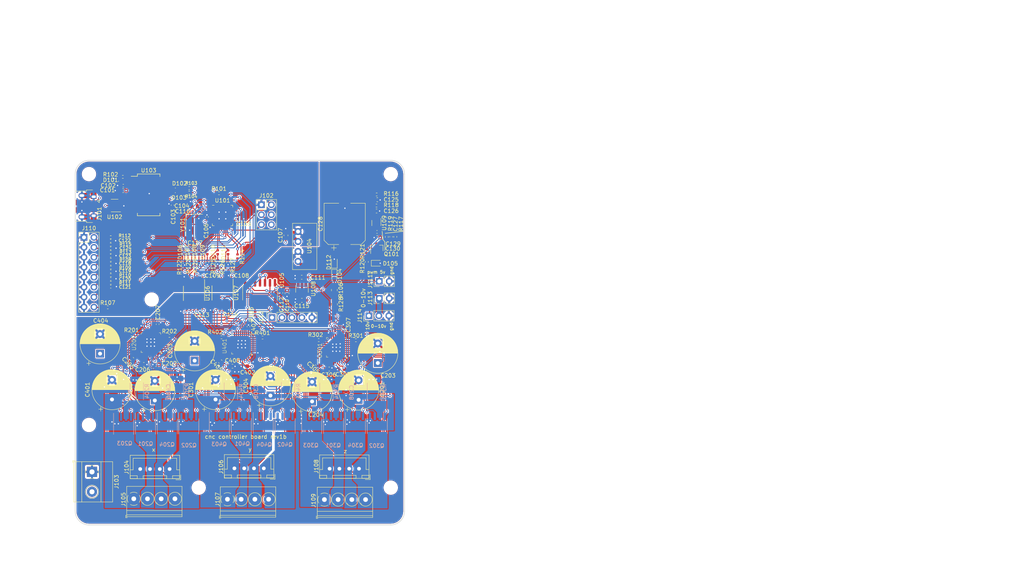
<source format=kicad_pcb>
(kicad_pcb (version 20171130) (host pcbnew 5.1.8)

  (general
    (thickness 1.6)
    (drawings 23)
    (tracks 2217)
    (zones 0)
    (modules 152)
    (nets 167)
  )

  (page USLetter)
  (title_block
    (title "Project Title")
  )

  (layers
    (0 F.Cu signal)
    (1 In1.Cu signal)
    (2 In2.Cu signal)
    (31 B.Cu signal)
    (34 B.Paste user)
    (35 F.Paste user)
    (36 B.SilkS user)
    (37 F.SilkS user)
    (38 B.Mask user)
    (39 F.Mask user)
    (40 Dwgs.User user)
    (44 Edge.Cuts user)
    (45 Margin user)
    (46 B.CrtYd user)
    (47 F.CrtYd user)
    (48 B.Fab user)
    (49 F.Fab user)
  )

  (setup
    (last_trace_width 1.25)
    (user_trace_width 0.1524)
    (user_trace_width 0.2)
    (user_trace_width 0.25)
    (user_trace_width 0.3)
    (user_trace_width 0.5)
    (user_trace_width 0.75)
    (user_trace_width 1.25)
    (trace_clearance 0.1524)
    (zone_clearance 0.25)
    (zone_45_only no)
    (trace_min 0.1524)
    (via_size 0.6858)
    (via_drill 0.3302)
    (via_min_size 0.6858)
    (via_min_drill 0.3302)
    (user_via 0.6858 0.3302)
    (user_via 0.762 0.4064)
    (user_via 0.8636 0.508)
    (uvia_size 0.6858)
    (uvia_drill 0.3302)
    (uvias_allowed no)
    (uvia_min_size 0)
    (uvia_min_drill 0)
    (edge_width 0.1524)
    (segment_width 0.1524)
    (pcb_text_width 0.1524)
    (pcb_text_size 1.016 1.016)
    (mod_edge_width 0.1524)
    (mod_text_size 1.016 1.016)
    (mod_text_width 0.1524)
    (pad_size 1.524 1.524)
    (pad_drill 0.762)
    (pad_to_mask_clearance 0.0508)
    (solder_mask_min_width 0.1016)
    (pad_to_paste_clearance -0.0762)
    (aux_axis_origin 0 0)
    (grid_origin 55.5 112.5)
    (visible_elements FFFFDF7D)
    (pcbplotparams
      (layerselection 0x310fc_ffffffff)
      (usegerberextensions true)
      (usegerberattributes false)
      (usegerberadvancedattributes false)
      (creategerberjobfile false)
      (excludeedgelayer true)
      (linewidth 0.100000)
      (plotframeref false)
      (viasonmask false)
      (mode 1)
      (useauxorigin false)
      (hpglpennumber 1)
      (hpglpenspeed 20)
      (hpglpendiameter 15.000000)
      (psnegative false)
      (psa4output false)
      (plotreference true)
      (plotvalue true)
      (plotinvisibletext false)
      (padsonsilk false)
      (subtractmaskfromsilk false)
      (outputformat 1)
      (mirror false)
      (drillshape 0)
      (scaleselection 1)
      (outputdirectory "cnc-gerbers"))
  )

  (net 0 "")
  (net 1 GND)
  (net 2 /VUSB)
  (net 3 "Net-(C103-Pad1)")
  (net 4 GND1)
  (net 5 /VCCIO)
  (net 6 /5V_ISO)
  (net 7 /ATMEGA_XTAL1)
  (net 8 /ATMEGA_XTAL2)
  (net 9 /GRST)
  (net 10 /FEED_HOLD)
  (net 11 /CYCLE_START)
  (net 12 /PROBE)
  (net 13 /XLIMIT)
  (net 14 /ZLIMIT)
  (net 15 /YLIMIT)
  (net 16 "Net-(C125-Pad1)")
  (net 17 "Net-(C126-Pad1)")
  (net 18 /SPINDLE_OUT_10V)
  (net 19 "Net-(C127-Pad1)")
  (net 20 "Net-(C128-Pad1)")
  (net 21 /VM)
  (net 22 "Net-(C205-Pad2)")
  (net 23 "Net-(C207-Pad1)")
  (net 24 "Net-(C305-Pad2)")
  (net 25 "Net-(C307-Pad1)")
  (net 26 "Net-(C405-Pad2)")
  (net 27 "Net-(C407-Pad1)")
  (net 28 "Net-(D101-Pad1)")
  (net 29 "Net-(D102-Pad2)")
  (net 30 "Net-(D102-Pad1)")
  (net 31 "Net-(D103-Pad2)")
  (net 32 "Net-(D103-Pad1)")
  (net 33 "Net-(D104-Pad2)")
  (net 34 "Net-(D104-Pad1)")
  (net 35 /ATMEGA_XSTEP)
  (net 36 "Net-(D106-Pad1)")
  (net 37 /ATMEGA_YSTEP)
  (net 38 "Net-(D107-Pad1)")
  (net 39 /ATMEGA_ZSTEP)
  (net 40 "Net-(D108-Pad1)")
  (net 41 /ATMEGA_XDIR)
  (net 42 "Net-(D109-Pad1)")
  (net 43 /ATMEGA_YDIR)
  (net 44 "Net-(D110-Pad1)")
  (net 45 /ATMEGA_ZDIR)
  (net 46 "Net-(D111-Pad1)")
  (net 47 "Net-(J101-Pad4)")
  (net 48 /USBD_P)
  (net 49 /USBD_M)
  (net 50 "Net-(J102-Pad6)")
  (net 51 /ATMEGA_MISO)
  (net 52 /ATMEGA_MOSI)
  (net 53 /ATMEGA_SCK)
  (net 54 /ATMEGA_RSTN)
  (net 55 /X/B-)
  (net 56 /X/B+)
  (net 57 /X/A-)
  (net 58 /X/A+)
  (net 59 /Y/B-)
  (net 60 /Y/B+)
  (net 61 /Y/A-)
  (net 62 /Y/A+)
  (net 63 /Z/B-)
  (net 64 /Z/B+)
  (net 65 /Z/A-)
  (net 66 /Z/A+)
  (net 67 /COOLANT_EN)
  (net 68 /SPINDLE_PWM_ISO)
  (net 69 /ATTINY_RXD)
  (net 70 /ATTINY_TXD)
  (net 71 /ATTINY_UPDI)
  (net 72 "Net-(Q101-Pad1)")
  (net 73 /X/LB1)
  (net 74 "Net-(Q201-Pad3)")
  (net 75 /X/HB1)
  (net 76 /X/LA1)
  (net 77 "Net-(Q202-Pad3)")
  (net 78 /X/HA1)
  (net 79 /X/LB2)
  (net 80 /X/HB2)
  (net 81 /X/LA2)
  (net 82 /X/HA2)
  (net 83 /Z/LB1)
  (net 84 "Net-(Q301-Pad3)")
  (net 85 /Z/HB1)
  (net 86 /Z/LA1)
  (net 87 "Net-(Q302-Pad3)")
  (net 88 /Z/HA1)
  (net 89 /Z/LB2)
  (net 90 /Z/HB2)
  (net 91 /Z/LA2)
  (net 92 /Z/HA2)
  (net 93 /Y/LB1)
  (net 94 "Net-(Q401-Pad3)")
  (net 95 /Y/HB1)
  (net 96 /Y/LA1)
  (net 97 "Net-(Q402-Pad3)")
  (net 98 /Y/HA1)
  (net 99 /Y/LB2)
  (net 100 /Y/HB2)
  (net 101 /Y/LA2)
  (net 102 /Y/HA2)
  (net 103 "Net-(R105-Pad1)")
  (net 104 "Net-(R106-Pad2)")
  (net 105 /ATMEGA_COOLANT_EN)
  (net 106 /ATMEGA_GRBL_RST)
  (net 107 /ATMEGA_FEED_HOLD)
  (net 108 /ATMEGA_CYCLE_START)
  (net 109 /ATMEGA_PROBE)
  (net 110 /ATMEGA_XLIMIT)
  (net 111 /SPINDLE_PWM)
  (net 112 /ATMEGA_YLIMIT)
  (net 113 /X/SRB)
  (net 114 /X/SRA)
  (net 115 /Z/SRA)
  (net 116 /Z/SRB)
  (net 117 /Y/SRA)
  (net 118 /Y/SRB)
  (net 119 /ATMEGA_TXD)
  (net 120 /ATMEGA_RXD)
  (net 121 "Net-(U101-Pad27)")
  (net 122 "Net-(U101-Pad22)")
  (net 123 "Net-(U101-Pad20)")
  (net 124 "Net-(U101-Pad19)")
  (net 125 /ATMEGA_STEP_nEN)
  (net 126 /USBD_M_F)
  (net 127 /USBD_P_F)
  (net 128 "Net-(U103-Pad28)")
  (net 129 "Net-(U103-Pad27)")
  (net 130 "Net-(U103-Pad26)")
  (net 131 "Net-(U103-Pad14)")
  (net 132 "Net-(U103-Pad13)")
  (net 133 "Net-(U103-Pad12)")
  (net 134 "Net-(U103-Pad11)")
  (net 135 "Net-(U103-Pad10)")
  (net 136 "Net-(U103-Pad9)")
  (net 137 "Net-(U103-Pad6)")
  (net 138 "Net-(U103-Pad3)")
  (net 139 "Net-(U103-Pad2)")
  (net 140 /TMC_SCK)
  (net 141 /TMC_SDO)
  (net 142 /TMC_SDI)
  (net 143 "Net-(U105-Pad9)")
  (net 144 "Net-(U105-Pad8)")
  (net 145 "Net-(U105-Pad5)")
  (net 146 /Z_CSN)
  (net 147 /Y_CSN)
  (net 148 /X_CSN)
  (net 149 /STEPPERS_nEN)
  (net 150 /X_STEP)
  (net 151 /X_DIR)
  (net 152 "Net-(U106-Pad7)")
  (net 153 /Y_STEP)
  (net 154 /Y_DIR)
  (net 155 /Z_STEP)
  (net 156 /Z_DIR)
  (net 157 "Net-(U107-Pad7)")
  (net 158 "Net-(U108-Pad4)")
  (net 159 /Y/SDI)
  (net 160 "Net-(U201-Pad26)")
  (net 161 "Net-(U201-Pad27)")
  (net 162 /Z/SDI)
  (net 163 "Net-(U301-Pad26)")
  (net 164 "Net-(U301-Pad27)")
  (net 165 "Net-(U401-Pad26)")
  (net 166 "Net-(U401-Pad27)")

  (net_class Default "This is the default net class."
    (clearance 0.1524)
    (trace_width 0.1524)
    (via_dia 0.6858)
    (via_drill 0.3302)
    (uvia_dia 0.6858)
    (uvia_drill 0.3302)
    (add_net /5V_ISO)
    (add_net /ATMEGA_COOLANT_EN)
    (add_net /ATMEGA_CYCLE_START)
    (add_net /ATMEGA_FEED_HOLD)
    (add_net /ATMEGA_GRBL_RST)
    (add_net /ATMEGA_MISO)
    (add_net /ATMEGA_MOSI)
    (add_net /ATMEGA_PROBE)
    (add_net /ATMEGA_RSTN)
    (add_net /ATMEGA_RXD)
    (add_net /ATMEGA_SCK)
    (add_net /ATMEGA_STEP_nEN)
    (add_net /ATMEGA_TXD)
    (add_net /ATMEGA_XDIR)
    (add_net /ATMEGA_XLIMIT)
    (add_net /ATMEGA_XSTEP)
    (add_net /ATMEGA_XTAL1)
    (add_net /ATMEGA_XTAL2)
    (add_net /ATMEGA_YDIR)
    (add_net /ATMEGA_YLIMIT)
    (add_net /ATMEGA_YSTEP)
    (add_net /ATMEGA_ZDIR)
    (add_net /ATMEGA_ZSTEP)
    (add_net /ATTINY_RXD)
    (add_net /ATTINY_TXD)
    (add_net /ATTINY_UPDI)
    (add_net /COOLANT_EN)
    (add_net /CYCLE_START)
    (add_net /FEED_HOLD)
    (add_net /GRST)
    (add_net /PROBE)
    (add_net /SPINDLE_OUT_10V)
    (add_net /SPINDLE_PWM)
    (add_net /SPINDLE_PWM_ISO)
    (add_net /STEPPERS_nEN)
    (add_net /TMC_SCK)
    (add_net /TMC_SDI)
    (add_net /TMC_SDO)
    (add_net /USBD_M)
    (add_net /USBD_M_F)
    (add_net /USBD_P)
    (add_net /USBD_P_F)
    (add_net /VCCIO)
    (add_net /VM)
    (add_net /VUSB)
    (add_net /X/A+)
    (add_net /X/A-)
    (add_net /X/B+)
    (add_net /X/B-)
    (add_net /X/HA1)
    (add_net /X/HA2)
    (add_net /X/HB1)
    (add_net /X/HB2)
    (add_net /X/LA1)
    (add_net /X/LA2)
    (add_net /X/LB1)
    (add_net /X/LB2)
    (add_net /X/SRA)
    (add_net /X/SRB)
    (add_net /XLIMIT)
    (add_net /X_CSN)
    (add_net /X_DIR)
    (add_net /X_STEP)
    (add_net /Y/A+)
    (add_net /Y/A-)
    (add_net /Y/B+)
    (add_net /Y/B-)
    (add_net /Y/HA1)
    (add_net /Y/HA2)
    (add_net /Y/HB1)
    (add_net /Y/HB2)
    (add_net /Y/LA1)
    (add_net /Y/LA2)
    (add_net /Y/LB1)
    (add_net /Y/LB2)
    (add_net /Y/SDI)
    (add_net /Y/SRA)
    (add_net /Y/SRB)
    (add_net /YLIMIT)
    (add_net /Y_CSN)
    (add_net /Y_DIR)
    (add_net /Y_STEP)
    (add_net /Z/A+)
    (add_net /Z/A-)
    (add_net /Z/B+)
    (add_net /Z/B-)
    (add_net /Z/HA1)
    (add_net /Z/HA2)
    (add_net /Z/HB1)
    (add_net /Z/HB2)
    (add_net /Z/LA1)
    (add_net /Z/LA2)
    (add_net /Z/LB1)
    (add_net /Z/LB2)
    (add_net /Z/SDI)
    (add_net /Z/SRA)
    (add_net /Z/SRB)
    (add_net /ZLIMIT)
    (add_net /Z_CSN)
    (add_net /Z_DIR)
    (add_net /Z_STEP)
    (add_net GND)
    (add_net GND1)
    (add_net "Net-(C103-Pad1)")
    (add_net "Net-(C125-Pad1)")
    (add_net "Net-(C126-Pad1)")
    (add_net "Net-(C127-Pad1)")
    (add_net "Net-(C128-Pad1)")
    (add_net "Net-(C205-Pad2)")
    (add_net "Net-(C207-Pad1)")
    (add_net "Net-(C305-Pad2)")
    (add_net "Net-(C307-Pad1)")
    (add_net "Net-(C405-Pad2)")
    (add_net "Net-(C407-Pad1)")
    (add_net "Net-(D101-Pad1)")
    (add_net "Net-(D102-Pad1)")
    (add_net "Net-(D102-Pad2)")
    (add_net "Net-(D103-Pad1)")
    (add_net "Net-(D103-Pad2)")
    (add_net "Net-(D104-Pad1)")
    (add_net "Net-(D104-Pad2)")
    (add_net "Net-(D106-Pad1)")
    (add_net "Net-(D107-Pad1)")
    (add_net "Net-(D108-Pad1)")
    (add_net "Net-(D109-Pad1)")
    (add_net "Net-(D110-Pad1)")
    (add_net "Net-(D111-Pad1)")
    (add_net "Net-(J101-Pad4)")
    (add_net "Net-(J102-Pad6)")
    (add_net "Net-(Q101-Pad1)")
    (add_net "Net-(Q201-Pad3)")
    (add_net "Net-(Q202-Pad3)")
    (add_net "Net-(Q301-Pad3)")
    (add_net "Net-(Q302-Pad3)")
    (add_net "Net-(Q401-Pad3)")
    (add_net "Net-(Q402-Pad3)")
    (add_net "Net-(R105-Pad1)")
    (add_net "Net-(R106-Pad2)")
    (add_net "Net-(U101-Pad19)")
    (add_net "Net-(U101-Pad20)")
    (add_net "Net-(U101-Pad22)")
    (add_net "Net-(U101-Pad27)")
    (add_net "Net-(U103-Pad10)")
    (add_net "Net-(U103-Pad11)")
    (add_net "Net-(U103-Pad12)")
    (add_net "Net-(U103-Pad13)")
    (add_net "Net-(U103-Pad14)")
    (add_net "Net-(U103-Pad2)")
    (add_net "Net-(U103-Pad26)")
    (add_net "Net-(U103-Pad27)")
    (add_net "Net-(U103-Pad28)")
    (add_net "Net-(U103-Pad3)")
    (add_net "Net-(U103-Pad6)")
    (add_net "Net-(U103-Pad9)")
    (add_net "Net-(U105-Pad5)")
    (add_net "Net-(U105-Pad8)")
    (add_net "Net-(U105-Pad9)")
    (add_net "Net-(U106-Pad7)")
    (add_net "Net-(U107-Pad7)")
    (add_net "Net-(U108-Pad4)")
    (add_net "Net-(U201-Pad26)")
    (add_net "Net-(U201-Pad27)")
    (add_net "Net-(U301-Pad26)")
    (add_net "Net-(U301-Pad27)")
    (add_net "Net-(U401-Pad26)")
    (add_net "Net-(U401-Pad27)")
  )

  (module Diode_SMD:D_0402_1005Metric (layer F.Cu) (tedit 5F68FEF0) (tstamp 5FFB3A61)
    (at 53.49 120.92 90)
    (descr "Diode SMD 0402 (1005 Metric), square (rectangular) end terminal, IPC_7351 nominal, (Body size source: http://www.tortai-tech.com/upload/download/2011102023233369053.pdf), generated with kicad-footprint-generator")
    (tags diode)
    (path /62BBD7C8)
    (attr smd)
    (fp_text reference D111 (at 0 -1.17 90) (layer F.SilkS)
      (effects (font (size 1 1) (thickness 0.15)))
    )
    (fp_text value LED_Small (at 0 1.17 90) (layer F.Fab)
      (effects (font (size 1 1) (thickness 0.15)))
    )
    (fp_circle (center -1.09 0) (end -1.04 0) (layer F.SilkS) (width 0.1))
    (fp_line (start -0.5 0.25) (end -0.5 -0.25) (layer F.Fab) (width 0.1))
    (fp_line (start -0.5 -0.25) (end 0.5 -0.25) (layer F.Fab) (width 0.1))
    (fp_line (start 0.5 -0.25) (end 0.5 0.25) (layer F.Fab) (width 0.1))
    (fp_line (start 0.5 0.25) (end -0.5 0.25) (layer F.Fab) (width 0.1))
    (fp_line (start -0.4 0.25) (end -0.4 -0.25) (layer F.Fab) (width 0.1))
    (fp_line (start -0.3 0.25) (end -0.3 -0.25) (layer F.Fab) (width 0.1))
    (fp_line (start -0.93 0.47) (end -0.93 -0.47) (layer F.CrtYd) (width 0.05))
    (fp_line (start -0.93 -0.47) (end 0.93 -0.47) (layer F.CrtYd) (width 0.05))
    (fp_line (start 0.93 -0.47) (end 0.93 0.47) (layer F.CrtYd) (width 0.05))
    (fp_line (start 0.93 0.47) (end -0.93 0.47) (layer F.CrtYd) (width 0.05))
    (fp_text user %R (at 0 0 90) (layer F.Fab)
      (effects (font (size 0.25 0.25) (thickness 0.04)))
    )
    (pad 2 smd roundrect (at 0.485 0 90) (size 0.59 0.64) (layers F.Cu F.Paste F.Mask) (roundrect_rratio 0.25)
      (net 45 /ATMEGA_ZDIR))
    (pad 1 smd roundrect (at -0.485 0 90) (size 0.59 0.64) (layers F.Cu F.Paste F.Mask) (roundrect_rratio 0.25)
      (net 46 "Net-(D111-Pad1)"))
    (model ${KISYS3DMOD}/Diode_SMD.3dshapes/D_0402_1005Metric.wrl
      (at (xyz 0 0 0))
      (scale (xyz 1 1 1))
      (rotate (xyz 0 0 0))
    )
  )

  (module Diode_SMD:D_0402_1005Metric (layer F.Cu) (tedit 5F68FEF0) (tstamp 5FFB3A4F)
    (at 50.84 120.92 90)
    (descr "Diode SMD 0402 (1005 Metric), square (rectangular) end terminal, IPC_7351 nominal, (Body size source: http://www.tortai-tech.com/upload/download/2011102023233369053.pdf), generated with kicad-footprint-generator")
    (tags diode)
    (path /62B8F8D3)
    (attr smd)
    (fp_text reference D110 (at 0 -1.17 90) (layer F.SilkS)
      (effects (font (size 1 1) (thickness 0.15)))
    )
    (fp_text value LED_Small (at 0 1.17 90) (layer F.Fab)
      (effects (font (size 1 1) (thickness 0.15)))
    )
    (fp_circle (center -1.09 0) (end -1.04 0) (layer F.SilkS) (width 0.1))
    (fp_line (start -0.5 0.25) (end -0.5 -0.25) (layer F.Fab) (width 0.1))
    (fp_line (start -0.5 -0.25) (end 0.5 -0.25) (layer F.Fab) (width 0.1))
    (fp_line (start 0.5 -0.25) (end 0.5 0.25) (layer F.Fab) (width 0.1))
    (fp_line (start 0.5 0.25) (end -0.5 0.25) (layer F.Fab) (width 0.1))
    (fp_line (start -0.4 0.25) (end -0.4 -0.25) (layer F.Fab) (width 0.1))
    (fp_line (start -0.3 0.25) (end -0.3 -0.25) (layer F.Fab) (width 0.1))
    (fp_line (start -0.93 0.47) (end -0.93 -0.47) (layer F.CrtYd) (width 0.05))
    (fp_line (start -0.93 -0.47) (end 0.93 -0.47) (layer F.CrtYd) (width 0.05))
    (fp_line (start 0.93 -0.47) (end 0.93 0.47) (layer F.CrtYd) (width 0.05))
    (fp_line (start 0.93 0.47) (end -0.93 0.47) (layer F.CrtYd) (width 0.05))
    (fp_text user %R (at 0 0 90) (layer F.Fab)
      (effects (font (size 0.25 0.25) (thickness 0.04)))
    )
    (pad 2 smd roundrect (at 0.485 0 90) (size 0.59 0.64) (layers F.Cu F.Paste F.Mask) (roundrect_rratio 0.25)
      (net 43 /ATMEGA_YDIR))
    (pad 1 smd roundrect (at -0.485 0 90) (size 0.59 0.64) (layers F.Cu F.Paste F.Mask) (roundrect_rratio 0.25)
      (net 44 "Net-(D110-Pad1)"))
    (model ${KISYS3DMOD}/Diode_SMD.3dshapes/D_0402_1005Metric.wrl
      (at (xyz 0 0 0))
      (scale (xyz 1 1 1))
      (rotate (xyz 0 0 0))
    )
  )

  (module Diode_SMD:D_0402_1005Metric (layer F.Cu) (tedit 5F68FEF0) (tstamp 5FFB3A3D)
    (at 48.19 120.92 90)
    (descr "Diode SMD 0402 (1005 Metric), square (rectangular) end terminal, IPC_7351 nominal, (Body size source: http://www.tortai-tech.com/upload/download/2011102023233369053.pdf), generated with kicad-footprint-generator")
    (tags diode)
    (path /62B621EA)
    (attr smd)
    (fp_text reference D109 (at 0 -1.17 90) (layer F.SilkS)
      (effects (font (size 1 1) (thickness 0.15)))
    )
    (fp_text value LED_Small (at 0 1.17 90) (layer F.Fab)
      (effects (font (size 1 1) (thickness 0.15)))
    )
    (fp_circle (center -1.09 0) (end -1.04 0) (layer F.SilkS) (width 0.1))
    (fp_line (start -0.5 0.25) (end -0.5 -0.25) (layer F.Fab) (width 0.1))
    (fp_line (start -0.5 -0.25) (end 0.5 -0.25) (layer F.Fab) (width 0.1))
    (fp_line (start 0.5 -0.25) (end 0.5 0.25) (layer F.Fab) (width 0.1))
    (fp_line (start 0.5 0.25) (end -0.5 0.25) (layer F.Fab) (width 0.1))
    (fp_line (start -0.4 0.25) (end -0.4 -0.25) (layer F.Fab) (width 0.1))
    (fp_line (start -0.3 0.25) (end -0.3 -0.25) (layer F.Fab) (width 0.1))
    (fp_line (start -0.93 0.47) (end -0.93 -0.47) (layer F.CrtYd) (width 0.05))
    (fp_line (start -0.93 -0.47) (end 0.93 -0.47) (layer F.CrtYd) (width 0.05))
    (fp_line (start 0.93 -0.47) (end 0.93 0.47) (layer F.CrtYd) (width 0.05))
    (fp_line (start 0.93 0.47) (end -0.93 0.47) (layer F.CrtYd) (width 0.05))
    (fp_text user %R (at 0 0 90) (layer F.Fab)
      (effects (font (size 0.25 0.25) (thickness 0.04)))
    )
    (pad 2 smd roundrect (at 0.485 0 90) (size 0.59 0.64) (layers F.Cu F.Paste F.Mask) (roundrect_rratio 0.25)
      (net 41 /ATMEGA_XDIR))
    (pad 1 smd roundrect (at -0.485 0 90) (size 0.59 0.64) (layers F.Cu F.Paste F.Mask) (roundrect_rratio 0.25)
      (net 42 "Net-(D109-Pad1)"))
    (model ${KISYS3DMOD}/Diode_SMD.3dshapes/D_0402_1005Metric.wrl
      (at (xyz 0 0 0))
      (scale (xyz 1 1 1))
      (rotate (xyz 0 0 0))
    )
  )

  (module Diode_SMD:D_0402_1005Metric (layer F.Cu) (tedit 5F68FEF0) (tstamp 5FFB3A2B)
    (at 46.05 120.92 90)
    (descr "Diode SMD 0402 (1005 Metric), square (rectangular) end terminal, IPC_7351 nominal, (Body size source: http://www.tortai-tech.com/upload/download/2011102023233369053.pdf), generated with kicad-footprint-generator")
    (tags diode)
    (path /62B34755)
    (attr smd)
    (fp_text reference D108 (at 0 -1.17 90) (layer F.SilkS)
      (effects (font (size 1 1) (thickness 0.15)))
    )
    (fp_text value LED_Small (at 0 1.17 90) (layer F.Fab)
      (effects (font (size 1 1) (thickness 0.15)))
    )
    (fp_circle (center -1.09 0) (end -1.04 0) (layer F.SilkS) (width 0.1))
    (fp_line (start -0.5 0.25) (end -0.5 -0.25) (layer F.Fab) (width 0.1))
    (fp_line (start -0.5 -0.25) (end 0.5 -0.25) (layer F.Fab) (width 0.1))
    (fp_line (start 0.5 -0.25) (end 0.5 0.25) (layer F.Fab) (width 0.1))
    (fp_line (start 0.5 0.25) (end -0.5 0.25) (layer F.Fab) (width 0.1))
    (fp_line (start -0.4 0.25) (end -0.4 -0.25) (layer F.Fab) (width 0.1))
    (fp_line (start -0.3 0.25) (end -0.3 -0.25) (layer F.Fab) (width 0.1))
    (fp_line (start -0.93 0.47) (end -0.93 -0.47) (layer F.CrtYd) (width 0.05))
    (fp_line (start -0.93 -0.47) (end 0.93 -0.47) (layer F.CrtYd) (width 0.05))
    (fp_line (start 0.93 -0.47) (end 0.93 0.47) (layer F.CrtYd) (width 0.05))
    (fp_line (start 0.93 0.47) (end -0.93 0.47) (layer F.CrtYd) (width 0.05))
    (fp_text user %R (at 0 0 90) (layer F.Fab)
      (effects (font (size 0.25 0.25) (thickness 0.04)))
    )
    (pad 2 smd roundrect (at 0.485 0 90) (size 0.59 0.64) (layers F.Cu F.Paste F.Mask) (roundrect_rratio 0.25)
      (net 39 /ATMEGA_ZSTEP))
    (pad 1 smd roundrect (at -0.485 0 90) (size 0.59 0.64) (layers F.Cu F.Paste F.Mask) (roundrect_rratio 0.25)
      (net 40 "Net-(D108-Pad1)"))
    (model ${KISYS3DMOD}/Diode_SMD.3dshapes/D_0402_1005Metric.wrl
      (at (xyz 0 0 0))
      (scale (xyz 1 1 1))
      (rotate (xyz 0 0 0))
    )
  )

  (module Diode_SMD:D_0402_1005Metric (layer F.Cu) (tedit 5F68FEF0) (tstamp 5FFB3A19)
    (at 44.2 120.92 90)
    (descr "Diode SMD 0402 (1005 Metric), square (rectangular) end terminal, IPC_7351 nominal, (Body size source: http://www.tortai-tech.com/upload/download/2011102023233369053.pdf), generated with kicad-footprint-generator")
    (tags diode)
    (path /62BEC6A6)
    (attr smd)
    (fp_text reference D107 (at 0 -1.17 90) (layer F.SilkS)
      (effects (font (size 1 1) (thickness 0.15)))
    )
    (fp_text value LED_Small (at 0 1.17 90) (layer F.Fab)
      (effects (font (size 1 1) (thickness 0.15)))
    )
    (fp_circle (center -1.09 0) (end -1.04 0) (layer F.SilkS) (width 0.1))
    (fp_line (start -0.5 0.25) (end -0.5 -0.25) (layer F.Fab) (width 0.1))
    (fp_line (start -0.5 -0.25) (end 0.5 -0.25) (layer F.Fab) (width 0.1))
    (fp_line (start 0.5 -0.25) (end 0.5 0.25) (layer F.Fab) (width 0.1))
    (fp_line (start 0.5 0.25) (end -0.5 0.25) (layer F.Fab) (width 0.1))
    (fp_line (start -0.4 0.25) (end -0.4 -0.25) (layer F.Fab) (width 0.1))
    (fp_line (start -0.3 0.25) (end -0.3 -0.25) (layer F.Fab) (width 0.1))
    (fp_line (start -0.93 0.47) (end -0.93 -0.47) (layer F.CrtYd) (width 0.05))
    (fp_line (start -0.93 -0.47) (end 0.93 -0.47) (layer F.CrtYd) (width 0.05))
    (fp_line (start 0.93 -0.47) (end 0.93 0.47) (layer F.CrtYd) (width 0.05))
    (fp_line (start 0.93 0.47) (end -0.93 0.47) (layer F.CrtYd) (width 0.05))
    (fp_text user %R (at 0 0 90) (layer F.Fab)
      (effects (font (size 0.25 0.25) (thickness 0.04)))
    )
    (pad 2 smd roundrect (at 0.485 0 90) (size 0.59 0.64) (layers F.Cu F.Paste F.Mask) (roundrect_rratio 0.25)
      (net 37 /ATMEGA_YSTEP))
    (pad 1 smd roundrect (at -0.485 0 90) (size 0.59 0.64) (layers F.Cu F.Paste F.Mask) (roundrect_rratio 0.25)
      (net 38 "Net-(D107-Pad1)"))
    (model ${KISYS3DMOD}/Diode_SMD.3dshapes/D_0402_1005Metric.wrl
      (at (xyz 0 0 0))
      (scale (xyz 1 1 1))
      (rotate (xyz 0 0 0))
    )
  )

  (module Diode_SMD:D_0402_1005Metric (layer F.Cu) (tedit 5F68FEF0) (tstamp 5FFB3A07)
    (at 42.41 120.92 90)
    (descr "Diode SMD 0402 (1005 Metric), square (rectangular) end terminal, IPC_7351 nominal, (Body size source: http://www.tortai-tech.com/upload/download/2011102023233369053.pdf), generated with kicad-footprint-generator")
    (tags diode)
    (path /62C1B277)
    (attr smd)
    (fp_text reference D106 (at 0 -1.17 90) (layer F.SilkS)
      (effects (font (size 1 1) (thickness 0.15)))
    )
    (fp_text value LED_Small (at 0 1.17 90) (layer F.Fab)
      (effects (font (size 1 1) (thickness 0.15)))
    )
    (fp_circle (center -1.09 0) (end -1.04 0) (layer F.SilkS) (width 0.1))
    (fp_line (start -0.5 0.25) (end -0.5 -0.25) (layer F.Fab) (width 0.1))
    (fp_line (start -0.5 -0.25) (end 0.5 -0.25) (layer F.Fab) (width 0.1))
    (fp_line (start 0.5 -0.25) (end 0.5 0.25) (layer F.Fab) (width 0.1))
    (fp_line (start 0.5 0.25) (end -0.5 0.25) (layer F.Fab) (width 0.1))
    (fp_line (start -0.4 0.25) (end -0.4 -0.25) (layer F.Fab) (width 0.1))
    (fp_line (start -0.3 0.25) (end -0.3 -0.25) (layer F.Fab) (width 0.1))
    (fp_line (start -0.93 0.47) (end -0.93 -0.47) (layer F.CrtYd) (width 0.05))
    (fp_line (start -0.93 -0.47) (end 0.93 -0.47) (layer F.CrtYd) (width 0.05))
    (fp_line (start 0.93 -0.47) (end 0.93 0.47) (layer F.CrtYd) (width 0.05))
    (fp_line (start 0.93 0.47) (end -0.93 0.47) (layer F.CrtYd) (width 0.05))
    (fp_text user %R (at 0 0 90) (layer F.Fab)
      (effects (font (size 0.25 0.25) (thickness 0.04)))
    )
    (pad 2 smd roundrect (at 0.485 0 90) (size 0.59 0.64) (layers F.Cu F.Paste F.Mask) (roundrect_rratio 0.25)
      (net 35 /ATMEGA_XSTEP))
    (pad 1 smd roundrect (at -0.485 0 90) (size 0.59 0.64) (layers F.Cu F.Paste F.Mask) (roundrect_rratio 0.25)
      (net 36 "Net-(D106-Pad1)"))
    (model ${KISYS3DMOD}/Diode_SMD.3dshapes/D_0402_1005Metric.wrl
      (at (xyz 0 0 0))
      (scale (xyz 1 1 1))
      (rotate (xyz 0 0 0))
    )
  )

  (module Diode_SMD:D_0402_1005Metric (layer F.Cu) (tedit 5F68FEF0) (tstamp 5FFB39CF)
    (at 41.12 105.74)
    (descr "Diode SMD 0402 (1005 Metric), square (rectangular) end terminal, IPC_7351 nominal, (Body size source: http://www.tortai-tech.com/upload/download/2011102023233369053.pdf), generated with kicad-footprint-generator")
    (tags diode)
    (path /60919040)
    (attr smd)
    (fp_text reference D103 (at -0.12 1.26) (layer F.SilkS)
      (effects (font (size 1 1) (thickness 0.15)))
    )
    (fp_text value LED_Small (at 0 1.17) (layer F.Fab)
      (effects (font (size 1 1) (thickness 0.15)))
    )
    (fp_circle (center -1.09 0) (end -1.04 0) (layer F.SilkS) (width 0.1))
    (fp_line (start -0.5 0.25) (end -0.5 -0.25) (layer F.Fab) (width 0.1))
    (fp_line (start -0.5 -0.25) (end 0.5 -0.25) (layer F.Fab) (width 0.1))
    (fp_line (start 0.5 -0.25) (end 0.5 0.25) (layer F.Fab) (width 0.1))
    (fp_line (start 0.5 0.25) (end -0.5 0.25) (layer F.Fab) (width 0.1))
    (fp_line (start -0.4 0.25) (end -0.4 -0.25) (layer F.Fab) (width 0.1))
    (fp_line (start -0.3 0.25) (end -0.3 -0.25) (layer F.Fab) (width 0.1))
    (fp_line (start -0.93 0.47) (end -0.93 -0.47) (layer F.CrtYd) (width 0.05))
    (fp_line (start -0.93 -0.47) (end 0.93 -0.47) (layer F.CrtYd) (width 0.05))
    (fp_line (start 0.93 -0.47) (end 0.93 0.47) (layer F.CrtYd) (width 0.05))
    (fp_line (start 0.93 0.47) (end -0.93 0.47) (layer F.CrtYd) (width 0.05))
    (fp_text user %R (at 0 0) (layer F.Fab)
      (effects (font (size 0.25 0.25) (thickness 0.04)))
    )
    (pad 2 smd roundrect (at 0.485 0) (size 0.59 0.64) (layers F.Cu F.Paste F.Mask) (roundrect_rratio 0.25)
      (net 31 "Net-(D103-Pad2)"))
    (pad 1 smd roundrect (at -0.485 0) (size 0.59 0.64) (layers F.Cu F.Paste F.Mask) (roundrect_rratio 0.25)
      (net 32 "Net-(D103-Pad1)"))
    (model ${KISYS3DMOD}/Diode_SMD.3dshapes/D_0402_1005Metric.wrl
      (at (xyz 0 0 0))
      (scale (xyz 1 1 1))
      (rotate (xyz 0 0 0))
    )
  )

  (module Diode_SMD:D_0402_1005Metric (layer F.Cu) (tedit 5F68FEF0) (tstamp 5FFB39BD)
    (at 41.13 104.55)
    (descr "Diode SMD 0402 (1005 Metric), square (rectangular) end terminal, IPC_7351 nominal, (Body size source: http://www.tortai-tech.com/upload/download/2011102023233369053.pdf), generated with kicad-footprint-generator")
    (tags diode)
    (path /6091899B)
    (attr smd)
    (fp_text reference D102 (at 0 -1.17) (layer F.SilkS)
      (effects (font (size 1 1) (thickness 0.15)))
    )
    (fp_text value LED_Small (at 0 1.17) (layer F.Fab)
      (effects (font (size 1 1) (thickness 0.15)))
    )
    (fp_circle (center -1.09 0) (end -1.04 0) (layer F.SilkS) (width 0.1))
    (fp_line (start -0.5 0.25) (end -0.5 -0.25) (layer F.Fab) (width 0.1))
    (fp_line (start -0.5 -0.25) (end 0.5 -0.25) (layer F.Fab) (width 0.1))
    (fp_line (start 0.5 -0.25) (end 0.5 0.25) (layer F.Fab) (width 0.1))
    (fp_line (start 0.5 0.25) (end -0.5 0.25) (layer F.Fab) (width 0.1))
    (fp_line (start -0.4 0.25) (end -0.4 -0.25) (layer F.Fab) (width 0.1))
    (fp_line (start -0.3 0.25) (end -0.3 -0.25) (layer F.Fab) (width 0.1))
    (fp_line (start -0.93 0.47) (end -0.93 -0.47) (layer F.CrtYd) (width 0.05))
    (fp_line (start -0.93 -0.47) (end 0.93 -0.47) (layer F.CrtYd) (width 0.05))
    (fp_line (start 0.93 -0.47) (end 0.93 0.47) (layer F.CrtYd) (width 0.05))
    (fp_line (start 0.93 0.47) (end -0.93 0.47) (layer F.CrtYd) (width 0.05))
    (fp_text user %R (at 0 0) (layer F.Fab)
      (effects (font (size 0.25 0.25) (thickness 0.04)))
    )
    (pad 2 smd roundrect (at 0.485 0) (size 0.59 0.64) (layers F.Cu F.Paste F.Mask) (roundrect_rratio 0.25)
      (net 29 "Net-(D102-Pad2)"))
    (pad 1 smd roundrect (at -0.485 0) (size 0.59 0.64) (layers F.Cu F.Paste F.Mask) (roundrect_rratio 0.25)
      (net 30 "Net-(D102-Pad1)"))
    (model ${KISYS3DMOD}/Diode_SMD.3dshapes/D_0402_1005Metric.wrl
      (at (xyz 0 0 0))
      (scale (xyz 1 1 1))
      (rotate (xyz 0 0 0))
    )
  )

  (module Diode_SMD:D_0402_1005Metric (layer F.Cu) (tedit 5F68FEF0) (tstamp 5FFB39AB)
    (at 26.64 102.83)
    (descr "Diode SMD 0402 (1005 Metric), square (rectangular) end terminal, IPC_7351 nominal, (Body size source: http://www.tortai-tech.com/upload/download/2011102023233369053.pdf), generated with kicad-footprint-generator")
    (tags diode)
    (path /6098EE84)
    (attr smd)
    (fp_text reference D101 (at -3.14 -0.33) (layer F.SilkS)
      (effects (font (size 1 1) (thickness 0.15)))
    )
    (fp_text value LED_Small (at 0 1.17) (layer F.Fab)
      (effects (font (size 1 1) (thickness 0.15)))
    )
    (fp_circle (center -1.09 0) (end -1.04 0) (layer F.SilkS) (width 0.1))
    (fp_line (start -0.5 0.25) (end -0.5 -0.25) (layer F.Fab) (width 0.1))
    (fp_line (start -0.5 -0.25) (end 0.5 -0.25) (layer F.Fab) (width 0.1))
    (fp_line (start 0.5 -0.25) (end 0.5 0.25) (layer F.Fab) (width 0.1))
    (fp_line (start 0.5 0.25) (end -0.5 0.25) (layer F.Fab) (width 0.1))
    (fp_line (start -0.4 0.25) (end -0.4 -0.25) (layer F.Fab) (width 0.1))
    (fp_line (start -0.3 0.25) (end -0.3 -0.25) (layer F.Fab) (width 0.1))
    (fp_line (start -0.93 0.47) (end -0.93 -0.47) (layer F.CrtYd) (width 0.05))
    (fp_line (start -0.93 -0.47) (end 0.93 -0.47) (layer F.CrtYd) (width 0.05))
    (fp_line (start 0.93 -0.47) (end 0.93 0.47) (layer F.CrtYd) (width 0.05))
    (fp_line (start 0.93 0.47) (end -0.93 0.47) (layer F.CrtYd) (width 0.05))
    (fp_text user %R (at 0 0) (layer F.Fab)
      (effects (font (size 0.25 0.25) (thickness 0.04)))
    )
    (pad 2 smd roundrect (at 0.485 0) (size 0.59 0.64) (layers F.Cu F.Paste F.Mask) (roundrect_rratio 0.25)
      (net 2 /VUSB))
    (pad 1 smd roundrect (at -0.485 0) (size 0.59 0.64) (layers F.Cu F.Paste F.Mask) (roundrect_rratio 0.25)
      (net 28 "Net-(D101-Pad1)"))
    (model ${KISYS3DMOD}/Diode_SMD.3dshapes/D_0402_1005Metric.wrl
      (at (xyz 0 0 0))
      (scale (xyz 1 1 1))
      (rotate (xyz 0 0 0))
    )
  )

  (module Capacitor_SMD:C_0402_1005Metric (layer F.Cu) (tedit 5F68FEEE) (tstamp 5FFB2FE1)
    (at 54.08 126.89 180)
    (descr "Capacitor SMD 0402 (1005 Metric), square (rectangular) end terminal, IPC_7351 nominal, (Body size source: IPC-SM-782 page 76, https://www.pcb-3d.com/wordpress/wp-content/uploads/ipc-sm-782a_amendment_1_and_2.pdf), generated with kicad-footprint-generator")
    (tags capacitor)
    (path /6013464F)
    (attr smd)
    (fp_text reference C108 (at -2.82 -0.01) (layer F.SilkS)
      (effects (font (size 1 1) (thickness 0.15)))
    )
    (fp_text value "0.1 uF" (at 0 1.16) (layer F.Fab)
      (effects (font (size 1 1) (thickness 0.15)))
    )
    (fp_line (start -0.5 0.25) (end -0.5 -0.25) (layer F.Fab) (width 0.1))
    (fp_line (start -0.5 -0.25) (end 0.5 -0.25) (layer F.Fab) (width 0.1))
    (fp_line (start 0.5 -0.25) (end 0.5 0.25) (layer F.Fab) (width 0.1))
    (fp_line (start 0.5 0.25) (end -0.5 0.25) (layer F.Fab) (width 0.1))
    (fp_line (start -0.107836 -0.36) (end 0.107836 -0.36) (layer F.SilkS) (width 0.12))
    (fp_line (start -0.107836 0.36) (end 0.107836 0.36) (layer F.SilkS) (width 0.12))
    (fp_line (start -0.91 0.46) (end -0.91 -0.46) (layer F.CrtYd) (width 0.05))
    (fp_line (start -0.91 -0.46) (end 0.91 -0.46) (layer F.CrtYd) (width 0.05))
    (fp_line (start 0.91 -0.46) (end 0.91 0.46) (layer F.CrtYd) (width 0.05))
    (fp_line (start 0.91 0.46) (end -0.91 0.46) (layer F.CrtYd) (width 0.05))
    (fp_text user %R (at 0 0) (layer F.Fab)
      (effects (font (size 0.25 0.25) (thickness 0.04)))
    )
    (pad 2 smd roundrect (at 0.48 0 180) (size 0.56 0.62) (layers F.Cu F.Paste F.Mask) (roundrect_rratio 0.25)
      (net 1 GND))
    (pad 1 smd roundrect (at -0.48 0 180) (size 0.56 0.62) (layers F.Cu F.Paste F.Mask) (roundrect_rratio 0.25)
      (net 2 /VUSB))
    (model ${KISYS3DMOD}/Capacitor_SMD.3dshapes/C_0402_1005Metric.wrl
      (at (xyz 0 0 0))
      (scale (xyz 1 1 1))
      (rotate (xyz 0 0 0))
    )
  )

  (module TerminalBlock_Phoenix:TerminalBlock_Phoenix_PT-1,5-4-3.5-H_1x04_P3.50mm_Horizontal (layer F.Cu) (tedit 5B294F40) (tstamp 5FFB3C1B)
    (at 78.07 184.04)
    (descr "Terminal Block Phoenix PT-1,5-4-3.5-H, 4 pins, pitch 3.5mm, size 14x7.6mm^2, drill diamater 1.2mm, pad diameter 2.4mm, see , script-generated using https://github.com/pointhi/kicad-footprint-generator/scripts/TerminalBlock_Phoenix")
    (tags "THT Terminal Block Phoenix PT-1,5-4-3.5-H pitch 3.5mm size 14x7.6mm^2 drill 1.2mm pad 2.4mm")
    (path /6000FCDA)
    (fp_text reference J109 (at -2.77 0.26 90) (layer F.SilkS)
      (effects (font (size 1 1) (thickness 0.15)))
    )
    (fp_text value "Screw Terminals" (at 5.25 5.56) (layer F.Fab)
      (effects (font (size 1 1) (thickness 0.15)))
    )
    (fp_circle (center 0 0) (end 1.5 0) (layer F.Fab) (width 0.1))
    (fp_circle (center 3.5 0) (end 5 0) (layer F.Fab) (width 0.1))
    (fp_circle (center 3.5 0) (end 5.18 0) (layer F.SilkS) (width 0.12))
    (fp_circle (center 7 0) (end 8.5 0) (layer F.Fab) (width 0.1))
    (fp_circle (center 7 0) (end 8.68 0) (layer F.SilkS) (width 0.12))
    (fp_circle (center 10.5 0) (end 12 0) (layer F.Fab) (width 0.1))
    (fp_circle (center 10.5 0) (end 12.18 0) (layer F.SilkS) (width 0.12))
    (fp_line (start -1.75 -3.1) (end 12.25 -3.1) (layer F.Fab) (width 0.1))
    (fp_line (start 12.25 -3.1) (end 12.25 4.5) (layer F.Fab) (width 0.1))
    (fp_line (start 12.25 4.5) (end -1.35 4.5) (layer F.Fab) (width 0.1))
    (fp_line (start -1.35 4.5) (end -1.75 4.1) (layer F.Fab) (width 0.1))
    (fp_line (start -1.75 4.1) (end -1.75 -3.1) (layer F.Fab) (width 0.1))
    (fp_line (start -1.75 4.1) (end 12.25 4.1) (layer F.Fab) (width 0.1))
    (fp_line (start -1.81 4.1) (end 12.31 4.1) (layer F.SilkS) (width 0.12))
    (fp_line (start -1.75 3) (end 12.25 3) (layer F.Fab) (width 0.1))
    (fp_line (start -1.81 3) (end 12.31 3) (layer F.SilkS) (width 0.12))
    (fp_line (start -1.81 -3.16) (end 12.31 -3.16) (layer F.SilkS) (width 0.12))
    (fp_line (start -1.81 4.56) (end 12.31 4.56) (layer F.SilkS) (width 0.12))
    (fp_line (start -1.81 -3.16) (end -1.81 4.56) (layer F.SilkS) (width 0.12))
    (fp_line (start 12.31 -3.16) (end 12.31 4.56) (layer F.SilkS) (width 0.12))
    (fp_line (start 1.138 -0.955) (end -0.955 1.138) (layer F.Fab) (width 0.1))
    (fp_line (start 0.955 -1.138) (end -1.138 0.955) (layer F.Fab) (width 0.1))
    (fp_line (start 4.638 -0.955) (end 2.546 1.138) (layer F.Fab) (width 0.1))
    (fp_line (start 4.455 -1.138) (end 2.363 0.955) (layer F.Fab) (width 0.1))
    (fp_line (start 4.775 -1.069) (end 4.646 -0.941) (layer F.SilkS) (width 0.12))
    (fp_line (start 2.525 1.181) (end 2.431 1.274) (layer F.SilkS) (width 0.12))
    (fp_line (start 4.57 -1.275) (end 4.476 -1.181) (layer F.SilkS) (width 0.12))
    (fp_line (start 2.355 0.941) (end 2.226 1.069) (layer F.SilkS) (width 0.12))
    (fp_line (start 8.138 -0.955) (end 6.046 1.138) (layer F.Fab) (width 0.1))
    (fp_line (start 7.955 -1.138) (end 5.863 0.955) (layer F.Fab) (width 0.1))
    (fp_line (start 8.275 -1.069) (end 8.146 -0.941) (layer F.SilkS) (width 0.12))
    (fp_line (start 6.025 1.181) (end 5.931 1.274) (layer F.SilkS) (width 0.12))
    (fp_line (start 8.07 -1.275) (end 7.976 -1.181) (layer F.SilkS) (width 0.12))
    (fp_line (start 5.855 0.941) (end 5.726 1.069) (layer F.SilkS) (width 0.12))
    (fp_line (start 11.638 -0.955) (end 9.546 1.138) (layer F.Fab) (width 0.1))
    (fp_line (start 11.455 -1.138) (end 9.363 0.955) (layer F.Fab) (width 0.1))
    (fp_line (start 11.775 -1.069) (end 11.646 -0.941) (layer F.SilkS) (width 0.12))
    (fp_line (start 9.525 1.181) (end 9.431 1.274) (layer F.SilkS) (width 0.12))
    (fp_line (start 11.57 -1.275) (end 11.476 -1.181) (layer F.SilkS) (width 0.12))
    (fp_line (start 9.355 0.941) (end 9.226 1.069) (layer F.SilkS) (width 0.12))
    (fp_line (start -2.05 4.16) (end -2.05 4.8) (layer F.SilkS) (width 0.12))
    (fp_line (start -2.05 4.8) (end -1.65 4.8) (layer F.SilkS) (width 0.12))
    (fp_line (start -2.25 -3.6) (end -2.25 5) (layer F.CrtYd) (width 0.05))
    (fp_line (start -2.25 5) (end 12.75 5) (layer F.CrtYd) (width 0.05))
    (fp_line (start 12.75 5) (end 12.75 -3.6) (layer F.CrtYd) (width 0.05))
    (fp_line (start 12.75 -3.6) (end -2.25 -3.6) (layer F.CrtYd) (width 0.05))
    (fp_text user %R (at 5.25 2.4) (layer F.Fab)
      (effects (font (size 1 1) (thickness 0.15)))
    )
    (fp_arc (start 0 0) (end -0.866 1.44) (angle -32) (layer F.SilkS) (width 0.12))
    (fp_arc (start 0 0) (end -1.44 -0.866) (angle -63) (layer F.SilkS) (width 0.12))
    (fp_arc (start 0 0) (end 0.866 -1.44) (angle -63) (layer F.SilkS) (width 0.12))
    (fp_arc (start 0 0) (end 1.425 0.891) (angle -64) (layer F.SilkS) (width 0.12))
    (fp_arc (start 0 0) (end 0 1.68) (angle -32) (layer F.SilkS) (width 0.12))
    (pad 4 thru_hole circle (at 10.5 0) (size 2.4 2.4) (drill 1.2) (layers *.Cu *.Mask)
      (net 66 /Z/A+))
    (pad 3 thru_hole circle (at 7 0) (size 2.4 2.4) (drill 1.2) (layers *.Cu *.Mask)
      (net 65 /Z/A-))
    (pad 2 thru_hole circle (at 3.5 0) (size 2.4 2.4) (drill 1.2) (layers *.Cu *.Mask)
      (net 64 /Z/B+))
    (pad 1 thru_hole rect (at 0 0) (size 2.4 2.4) (drill 1.2) (layers *.Cu *.Mask)
      (net 63 /Z/B-))
    (model ${KISYS3DMOD}/TerminalBlock_Phoenix.3dshapes/TerminalBlock_Phoenix_PT-1,5-4-3.5-H_1x04_P3.50mm_Horizontal.wrl
      (at (xyz 0 0 0))
      (scale (xyz 1 1 1))
      (rotate (xyz 0 0 0))
    )
  )

  (module Connector_JST:JST_XH_B4B-XH-A_1x04_P2.50mm_Vertical (layer F.Cu) (tedit 5C28146C) (tstamp 5FFB3BDF)
    (at 86.892 176.168 180)
    (descr "JST XH series connector, B4B-XH-A (http://www.jst-mfg.com/product/pdf/eng/eXH.pdf), generated with kicad-footprint-generator")
    (tags "connector JST XH vertical")
    (path /6000FCD4)
    (fp_text reference J108 (at 10.892 0.568 90) (layer F.SilkS)
      (effects (font (size 1 1) (thickness 0.15)))
    )
    (fp_text value "JST SH" (at 3.75 4.6) (layer F.Fab)
      (effects (font (size 1 1) (thickness 0.15)))
    )
    (fp_line (start -2.45 -2.35) (end -2.45 3.4) (layer F.Fab) (width 0.1))
    (fp_line (start -2.45 3.4) (end 9.95 3.4) (layer F.Fab) (width 0.1))
    (fp_line (start 9.95 3.4) (end 9.95 -2.35) (layer F.Fab) (width 0.1))
    (fp_line (start 9.95 -2.35) (end -2.45 -2.35) (layer F.Fab) (width 0.1))
    (fp_line (start -2.56 -2.46) (end -2.56 3.51) (layer F.SilkS) (width 0.12))
    (fp_line (start -2.56 3.51) (end 10.06 3.51) (layer F.SilkS) (width 0.12))
    (fp_line (start 10.06 3.51) (end 10.06 -2.46) (layer F.SilkS) (width 0.12))
    (fp_line (start 10.06 -2.46) (end -2.56 -2.46) (layer F.SilkS) (width 0.12))
    (fp_line (start -2.95 -2.85) (end -2.95 3.9) (layer F.CrtYd) (width 0.05))
    (fp_line (start -2.95 3.9) (end 10.45 3.9) (layer F.CrtYd) (width 0.05))
    (fp_line (start 10.45 3.9) (end 10.45 -2.85) (layer F.CrtYd) (width 0.05))
    (fp_line (start 10.45 -2.85) (end -2.95 -2.85) (layer F.CrtYd) (width 0.05))
    (fp_line (start -0.625 -2.35) (end 0 -1.35) (layer F.Fab) (width 0.1))
    (fp_line (start 0 -1.35) (end 0.625 -2.35) (layer F.Fab) (width 0.1))
    (fp_line (start 0.75 -2.45) (end 0.75 -1.7) (layer F.SilkS) (width 0.12))
    (fp_line (start 0.75 -1.7) (end 6.75 -1.7) (layer F.SilkS) (width 0.12))
    (fp_line (start 6.75 -1.7) (end 6.75 -2.45) (layer F.SilkS) (width 0.12))
    (fp_line (start 6.75 -2.45) (end 0.75 -2.45) (layer F.SilkS) (width 0.12))
    (fp_line (start -2.55 -2.45) (end -2.55 -1.7) (layer F.SilkS) (width 0.12))
    (fp_line (start -2.55 -1.7) (end -0.75 -1.7) (layer F.SilkS) (width 0.12))
    (fp_line (start -0.75 -1.7) (end -0.75 -2.45) (layer F.SilkS) (width 0.12))
    (fp_line (start -0.75 -2.45) (end -2.55 -2.45) (layer F.SilkS) (width 0.12))
    (fp_line (start 8.25 -2.45) (end 8.25 -1.7) (layer F.SilkS) (width 0.12))
    (fp_line (start 8.25 -1.7) (end 10.05 -1.7) (layer F.SilkS) (width 0.12))
    (fp_line (start 10.05 -1.7) (end 10.05 -2.45) (layer F.SilkS) (width 0.12))
    (fp_line (start 10.05 -2.45) (end 8.25 -2.45) (layer F.SilkS) (width 0.12))
    (fp_line (start -2.55 -0.2) (end -1.8 -0.2) (layer F.SilkS) (width 0.12))
    (fp_line (start -1.8 -0.2) (end -1.8 2.75) (layer F.SilkS) (width 0.12))
    (fp_line (start -1.8 2.75) (end 3.75 2.75) (layer F.SilkS) (width 0.12))
    (fp_line (start 10.05 -0.2) (end 9.3 -0.2) (layer F.SilkS) (width 0.12))
    (fp_line (start 9.3 -0.2) (end 9.3 2.75) (layer F.SilkS) (width 0.12))
    (fp_line (start 9.3 2.75) (end 3.75 2.75) (layer F.SilkS) (width 0.12))
    (fp_line (start -1.6 -2.75) (end -2.85 -2.75) (layer F.SilkS) (width 0.12))
    (fp_line (start -2.85 -2.75) (end -2.85 -1.5) (layer F.SilkS) (width 0.12))
    (fp_text user %R (at 3.75 2.7) (layer F.Fab)
      (effects (font (size 1 1) (thickness 0.15)))
    )
    (pad 4 thru_hole oval (at 7.5 0 180) (size 1.7 1.95) (drill 0.95) (layers *.Cu *.Mask)
      (net 63 /Z/B-))
    (pad 3 thru_hole oval (at 5 0 180) (size 1.7 1.95) (drill 0.95) (layers *.Cu *.Mask)
      (net 64 /Z/B+))
    (pad 2 thru_hole oval (at 2.5 0 180) (size 1.7 1.95) (drill 0.95) (layers *.Cu *.Mask)
      (net 65 /Z/A-))
    (pad 1 thru_hole roundrect (at 0 0 180) (size 1.7 1.95) (drill 0.95) (layers *.Cu *.Mask) (roundrect_rratio 0.1470588235294118)
      (net 66 /Z/A+))
    (model ${KISYS3DMOD}/Connector_JST.3dshapes/JST_XH_B4B-XH-A_1x04_P2.50mm_Vertical.wrl
      (at (xyz 0 0 0))
      (scale (xyz 1 1 1))
      (rotate (xyz 0 0 0))
    )
  )

  (module MountingHole:MountingHole_3.2mm_M3 (layer F.Cu) (tedit 56D1B4CB) (tstamp 5FFBE31E)
    (at 95 181)
    (descr "Mounting Hole 3.2mm, no annular, M3")
    (tags "mounting hole 3.2mm no annular m3")
    (path /6341A9AA)
    (attr virtual)
    (fp_text reference H106 (at 0 -4.2) (layer F.SilkS) hide
      (effects (font (size 1 1) (thickness 0.15)))
    )
    (fp_text value MountingHole (at 0 4.2) (layer F.Fab)
      (effects (font (size 1 1) (thickness 0.15)))
    )
    (fp_circle (center 0 0) (end 3.2 0) (layer Cmts.User) (width 0.15))
    (fp_circle (center 0 0) (end 3.45 0) (layer F.CrtYd) (width 0.05))
    (fp_text user %R (at 0.3 0) (layer F.Fab)
      (effects (font (size 1 1) (thickness 0.15)))
    )
    (pad 1 np_thru_hole circle (at 0 0) (size 3.2 3.2) (drill 3.2) (layers *.Cu *.Mask))
  )

  (module MountingHole:MountingHole_3.2mm_M3 (layer F.Cu) (tedit 56D1B4CB) (tstamp 5FFBE316)
    (at 46 181)
    (descr "Mounting Hole 3.2mm, no annular, M3")
    (tags "mounting hole 3.2mm no annular m3")
    (path /6341A77F)
    (attr virtual)
    (fp_text reference H105 (at 0 -4.2) (layer F.SilkS) hide
      (effects (font (size 1 1) (thickness 0.15)))
    )
    (fp_text value MountingHole (at 0 4.2) (layer F.Fab)
      (effects (font (size 1 1) (thickness 0.15)))
    )
    (fp_circle (center 0 0) (end 3.2 0) (layer Cmts.User) (width 0.15))
    (fp_circle (center 0 0) (end 3.45 0) (layer F.CrtYd) (width 0.05))
    (fp_text user %R (at 0.3 0) (layer F.Fab)
      (effects (font (size 1 1) (thickness 0.15)))
    )
    (pad 1 np_thru_hole circle (at 0 0) (size 3.2 3.2) (drill 3.2) (layers *.Cu *.Mask))
  )

  (module MountingHole:MountingHole_3.2mm_M3 (layer F.Cu) (tedit 56D1B4CB) (tstamp 5FFBE30E)
    (at 95 101)
    (descr "Mounting Hole 3.2mm, no annular, M3")
    (tags "mounting hole 3.2mm no annular m3")
    (path /6341A458)
    (attr virtual)
    (fp_text reference H104 (at 0 -4.2) (layer F.SilkS) hide
      (effects (font (size 1 1) (thickness 0.15)))
    )
    (fp_text value MountingHole (at 0 4.2) (layer F.Fab)
      (effects (font (size 1 1) (thickness 0.15)))
    )
    (fp_circle (center 0 0) (end 3.2 0) (layer Cmts.User) (width 0.15))
    (fp_circle (center 0 0) (end 3.45 0) (layer F.CrtYd) (width 0.05))
    (fp_text user %R (at 0.3 0) (layer F.Fab)
      (effects (font (size 1 1) (thickness 0.15)))
    )
    (pad 1 np_thru_hole circle (at 0 0) (size 3.2 3.2) (drill 3.2) (layers *.Cu *.Mask))
  )

  (module MountingHole:MountingHole_3.2mm_M3 (layer F.Cu) (tedit 56D1B4CB) (tstamp 5FFBE306)
    (at 34 133)
    (descr "Mounting Hole 3.2mm, no annular, M3")
    (tags "mounting hole 3.2mm no annular m3")
    (path /6341A2FF)
    (attr virtual)
    (fp_text reference H103 (at 0 -4.2) (layer F.SilkS) hide
      (effects (font (size 1 1) (thickness 0.15)))
    )
    (fp_text value MountingHole (at 0 4.2) (layer F.Fab)
      (effects (font (size 1 1) (thickness 0.15)))
    )
    (fp_circle (center 0 0) (end 3.2 0) (layer Cmts.User) (width 0.15))
    (fp_circle (center 0 0) (end 3.45 0) (layer F.CrtYd) (width 0.05))
    (fp_text user %R (at 0.3 0) (layer F.Fab)
      (effects (font (size 1 1) (thickness 0.15)))
    )
    (pad 1 np_thru_hole circle (at 0 0) (size 3.2 3.2) (drill 3.2) (layers *.Cu *.Mask))
  )

  (module MountingHole:MountingHole_3.2mm_M3 (layer F.Cu) (tedit 56D1B4CB) (tstamp 5FFBE2FE)
    (at 18 165)
    (descr "Mounting Hole 3.2mm, no annular, M3")
    (tags "mounting hole 3.2mm no annular m3")
    (path /63419FA8)
    (attr virtual)
    (fp_text reference H102 (at 0 -4.2) (layer F.SilkS) hide
      (effects (font (size 1 1) (thickness 0.15)))
    )
    (fp_text value MountingHole (at 0 4.2) (layer F.Fab)
      (effects (font (size 1 1) (thickness 0.15)))
    )
    (fp_circle (center 0 0) (end 3.2 0) (layer Cmts.User) (width 0.15))
    (fp_circle (center 0 0) (end 3.45 0) (layer F.CrtYd) (width 0.05))
    (fp_text user %R (at 0.3 0) (layer F.Fab)
      (effects (font (size 1 1) (thickness 0.15)))
    )
    (pad 1 np_thru_hole circle (at 0 0) (size 3.2 3.2) (drill 3.2) (layers *.Cu *.Mask))
  )

  (module MountingHole:MountingHole_3.2mm_M3 (layer F.Cu) (tedit 56D1B4CB) (tstamp 5FFBE2F6)
    (at 18 101)
    (descr "Mounting Hole 3.2mm, no annular, M3")
    (tags "mounting hole 3.2mm no annular m3")
    (path /633B6844)
    (attr virtual)
    (fp_text reference H101 (at 0 -4.2) (layer F.SilkS) hide
      (effects (font (size 1 1) (thickness 0.15)))
    )
    (fp_text value MountingHole (at 0 4.2) (layer F.Fab)
      (effects (font (size 1 1) (thickness 0.15)))
    )
    (fp_circle (center 0 0) (end 3.2 0) (layer Cmts.User) (width 0.15))
    (fp_circle (center 0 0) (end 3.45 0) (layer F.CrtYd) (width 0.05))
    (fp_text user %R (at 0.3 0) (layer F.Fab)
      (effects (font (size 1 1) (thickness 0.15)))
    )
    (pad 1 np_thru_hole circle (at 0 0) (size 3.2 3.2) (drill 3.2) (layers *.Cu *.Mask))
  )

  (module Crystal:Crystal_SMD_SeikoEpson_TSX3225-4Pin_3.2x2.5mm_HandSoldering (layer F.Cu) (tedit 5A0FD1B2) (tstamp 5FFB429D)
    (at 44.87 113.95 270)
    (descr "crystal Epson Toyocom TSX-3225 series https://support.epson.biz/td/api/doc_check.php?dl=brief_fa-238v_en.pdf, hand-soldering, 3.2x2.5mm^2 package")
    (tags "SMD SMT crystal hand-soldering")
    (path /612B6BCB)
    (attr smd)
    (fp_text reference Y101 (at 0 2.97 90) (layer F.SilkS)
      (effects (font (size 1 1) (thickness 0.15)))
    )
    (fp_text value "TSX-3225 16.0000MF18X-AC6" (at 0 2.95 90) (layer F.Fab)
      (effects (font (size 1 1) (thickness 0.15)))
    )
    (fp_line (start -1.5 -1.25) (end 1.5 -1.25) (layer F.Fab) (width 0.1))
    (fp_line (start 1.5 -1.25) (end 1.6 -1.15) (layer F.Fab) (width 0.1))
    (fp_line (start 1.6 -1.15) (end 1.6 1.15) (layer F.Fab) (width 0.1))
    (fp_line (start 1.6 1.15) (end 1.5 1.25) (layer F.Fab) (width 0.1))
    (fp_line (start 1.5 1.25) (end -1.5 1.25) (layer F.Fab) (width 0.1))
    (fp_line (start -1.5 1.25) (end -1.6 1.15) (layer F.Fab) (width 0.1))
    (fp_line (start -1.6 1.15) (end -1.6 -1.15) (layer F.Fab) (width 0.1))
    (fp_line (start -1.6 -1.15) (end -1.5 -1.25) (layer F.Fab) (width 0.1))
    (fp_line (start -1.6 0.25) (end -0.6 1.25) (layer F.Fab) (width 0.1))
    (fp_line (start -2.7 -2.15) (end -2.7 2.15) (layer F.SilkS) (width 0.12))
    (fp_line (start -2.7 2.15) (end 2.7 2.15) (layer F.SilkS) (width 0.12))
    (fp_line (start -2.8 -2.2) (end -2.8 2.2) (layer F.CrtYd) (width 0.05))
    (fp_line (start -2.8 2.2) (end 2.8 2.2) (layer F.CrtYd) (width 0.05))
    (fp_line (start 2.8 2.2) (end 2.8 -2.2) (layer F.CrtYd) (width 0.05))
    (fp_line (start 2.8 -2.2) (end -2.8 -2.2) (layer F.CrtYd) (width 0.05))
    (fp_text user %R (at 0 0 90) (layer F.Fab)
      (effects (font (size 0.7 0.7) (thickness 0.105)))
    )
    (pad 4 smd rect (at -1.45 -1.0875 270) (size 2.1 1.725) (layers F.Cu F.Paste F.Mask)
      (net 1 GND))
    (pad 3 smd rect (at 1.45 -1.0875 270) (size 2.1 1.725) (layers F.Cu F.Paste F.Mask)
      (net 8 /ATMEGA_XTAL2))
    (pad 2 smd rect (at 1.45 1.0875 270) (size 2.1 1.725) (layers F.Cu F.Paste F.Mask)
      (net 1 GND))
    (pad 1 smd rect (at -1.45 1.0875 270) (size 2.1 1.725) (layers F.Cu F.Paste F.Mask)
      (net 7 /ATMEGA_XTAL1))
    (model ${KISYS3DMOD}/Crystal.3dshapes/Crystal_SMD_SeikoEpson_TSX3225-4Pin_3.2x2.5mm_HandSoldering.wrl
      (at (xyz 0 0 0))
      (scale (xyz 1 1 1))
      (rotate (xyz 0 0 0))
    )
  )

  (module cnc-controller:TQFP32-5x5mm (layer F.Cu) (tedit 5FF6852B) (tstamp 5FFB4285)
    (at 56.9 144.4 180)
    (path /5FFE73A4/60498915)
    (fp_text reference U401 (at 4.3 -0.5 90) (layer F.SilkS)
      (effects (font (size 1 1) (thickness 0.1)))
    )
    (fp_text value TMC2590-TA (at 0.1 4.3) (layer F.Fab)
      (effects (font (size 1 1) (thickness 0.1)))
    )
    (fp_poly (pts (xy -0.3 0.7) (xy 0.3 0.7) (xy 0.3 1.3) (xy -0.3 1.3)) (layer F.Paste) (width 0.15))
    (fp_poly (pts (xy -0.3 -0.3) (xy 0.3 -0.3) (xy 0.3 0.3) (xy -0.3 0.3)) (layer F.Paste) (width 0.15))
    (fp_poly (pts (xy -1.3 -0.3) (xy -0.7 -0.3) (xy -0.7 0.3) (xy -1.3 0.3)) (layer F.Paste) (width 0.15))
    (fp_poly (pts (xy 0.7 -0.3) (xy 1.3 -0.3) (xy 1.3 0.3) (xy 0.7 0.3)) (layer F.Paste) (width 0.15))
    (fp_poly (pts (xy -0.3 -1.3) (xy 0.3 -1.3) (xy 0.3 -0.7) (xy -0.3 -0.7)) (layer F.Paste) (width 0.15))
    (fp_poly (pts (xy 0.7 -1.3) (xy 1.3 -1.3) (xy 1.3 -0.7) (xy 0.7 -0.7)) (layer F.Paste) (width 0.15))
    (fp_poly (pts (xy 0.7 0.7) (xy 1.3 0.7) (xy 1.3 1.3) (xy 0.7 1.3)) (layer F.Paste) (width 0.15))
    (fp_poly (pts (xy -1.3 0.7) (xy -0.7 0.7) (xy -0.7 1.3) (xy -1.3 1.3)) (layer F.Paste) (width 0.15))
    (fp_poly (pts (xy -1.3 -1.3) (xy -0.7 -1.3) (xy -0.7 -0.7) (xy -1.3 -0.7)) (layer F.Paste) (width 0.15))
    (fp_line (start -2.1 2.5) (end -2.5 2.5) (layer F.SilkS) (width 0.1))
    (fp_line (start 2.5 2.5) (end 2.1 2.5) (layer F.SilkS) (width 0.1))
    (fp_line (start 2.1 -2.5) (end 2.5 -2.5) (layer F.SilkS) (width 0.1))
    (fp_line (start -2.5 -2.5) (end -2.5 -2.1) (layer F.SilkS) (width 0.1))
    (fp_circle (center -2.7 -2.7) (end -2.7 -2.8) (layer F.SilkS) (width 0.2))
    (fp_circle (center -2.7 -2.7) (end -2.7 -2.8) (layer F.Fab) (width 0.2))
    (fp_line (start -2.7 -3.5) (end 2.7 -3.5) (layer F.CrtYd) (width 0.1))
    (fp_line (start -3.5 2.7) (end -3.5 -2.7) (layer F.CrtYd) (width 0.1))
    (fp_line (start 2.7 3.5) (end -2.7 3.5) (layer F.CrtYd) (width 0.1))
    (fp_line (start 3.5 -2.7) (end 3.5 2.7) (layer F.CrtYd) (width 0.1))
    (fp_line (start 2.5 -2.5) (end -2.5 -2.5) (layer F.Fab) (width 0.1))
    (fp_line (start 2.5 2.5) (end 2.5 -2.5) (layer F.Fab) (width 0.1))
    (fp_line (start -2.5 2.5) (end 2.5 2.5) (layer F.Fab) (width 0.1))
    (fp_line (start -2.5 -2.5) (end -2.5 2.5) (layer F.Fab) (width 0.1))
    (fp_line (start 2.7 3.5) (end 3.5 2.7) (layer F.CrtYd) (width 0.1))
    (fp_line (start 3.5 -2.7) (end 2.7 -3.5) (layer F.CrtYd) (width 0.1))
    (fp_line (start -3.5 -2.7) (end -2.7 -3.5) (layer F.CrtYd) (width 0.1))
    (fp_line (start -2.7 3.5) (end -3.5 2.7) (layer F.CrtYd) (width 0.1))
    (fp_line (start -2.5 2.5) (end -2.5 2.1) (layer F.SilkS) (width 0.1))
    (fp_line (start 2.5 2.5) (end 2.5 2.1) (layer F.SilkS) (width 0.1))
    (fp_line (start 2.5 -2.1) (end 2.5 -2.5) (layer F.SilkS) (width 0.1))
    (fp_line (start -2.5 -2.5) (end -2.1 -2.5) (layer F.SilkS) (width 0.1))
    (fp_text user %R (at 0 0) (layer F.Fab)
      (effects (font (size 1 1) (thickness 0.1)))
    )
    (pad 33 smd roundrect (at 0 0 270) (size 2.8 2.8) (layers F.Cu F.Mask) (roundrect_rratio 0.02)
      (net 4 GND1))
    (pad 1 smd roundrect (at -2.7 -1.75 180) (size 1.2 0.28) (layers F.Cu F.Paste F.Mask) (roundrect_rratio 0.25)
      (net 4 GND1))
    (pad 2 smd roundrect (at -2.7 -1.25 180) (size 1.2 0.28) (layers F.Cu F.Paste F.Mask) (roundrect_rratio 0.25)
      (net 98 /Y/HA1))
    (pad 3 smd roundrect (at -2.7 -0.75 180) (size 1.2 0.28) (layers F.Cu F.Paste F.Mask) (roundrect_rratio 0.25)
      (net 102 /Y/HA2))
    (pad 4 smd roundrect (at -2.7 -0.25 180) (size 1.2 0.28) (layers F.Cu F.Paste F.Mask) (roundrect_rratio 0.25)
      (net 62 /Y/A+))
    (pad 5 smd roundrect (at -2.7 0.25 180) (size 1.2 0.28) (layers F.Cu F.Paste F.Mask) (roundrect_rratio 0.25)
      (net 61 /Y/A-))
    (pad 6 smd roundrect (at -2.7 0.75 180) (size 1.2 0.28) (layers F.Cu F.Paste F.Mask) (roundrect_rratio 0.25)
      (net 96 /Y/LA1))
    (pad 7 smd roundrect (at -2.7 1.25 180) (size 1.2 0.28) (layers F.Cu F.Paste F.Mask) (roundrect_rratio 0.25)
      (net 101 /Y/LA2))
    (pad 8 smd roundrect (at -2.7 1.75 180) (size 1.2 0.28) (layers F.Cu F.Paste F.Mask) (roundrect_rratio 0.25)
      (net 117 /Y/SRA))
    (pad 9 smd roundrect (at -1.75 2.7 270) (size 1.2 0.28) (layers F.Cu F.Paste F.Mask) (roundrect_rratio 0.25)
      (net 27 "Net-(C407-Pad1)"))
    (pad 10 smd roundrect (at -1.25 2.7 270) (size 1.2 0.28) (layers F.Cu F.Paste F.Mask) (roundrect_rratio 0.25)
      (net 162 /Z/SDI))
    (pad 11 smd roundrect (at -0.75 2.7 270) (size 1.2 0.28) (layers F.Cu F.Paste F.Mask) (roundrect_rratio 0.25)
      (net 159 /Y/SDI))
    (pad 12 smd roundrect (at -0.25 2.7 270) (size 1.2 0.28) (layers F.Cu F.Paste F.Mask) (roundrect_rratio 0.25)
      (net 140 /TMC_SCK))
    (pad 13 smd roundrect (at 0.25 2.7 270) (size 1.2 0.28) (layers F.Cu F.Paste F.Mask) (roundrect_rratio 0.25)
      (net 4 GND1))
    (pad 14 smd roundrect (at 0.75 2.7 270) (size 1.2 0.28) (layers F.Cu F.Paste F.Mask) (roundrect_rratio 0.25)
      (net 147 /Y_CSN))
    (pad 15 smd roundrect (at 1.25 2.7 270) (size 1.2 0.28) (layers F.Cu F.Paste F.Mask) (roundrect_rratio 0.25)
      (net 149 /STEPPERS_nEN))
    (pad 16 smd roundrect (at 1.75 2.7 270) (size 1.2 0.28) (layers F.Cu F.Paste F.Mask) (roundrect_rratio 0.25)
      (net 4 GND1))
    (pad 17 smd roundrect (at 2.7 1.75) (size 1.2 0.28) (layers F.Cu F.Paste F.Mask) (roundrect_rratio 0.25)
      (net 118 /Y/SRB))
    (pad 18 smd roundrect (at 2.7 1.25) (size 1.2 0.28) (layers F.Cu F.Paste F.Mask) (roundrect_rratio 0.25)
      (net 99 /Y/LB2))
    (pad 19 smd roundrect (at 2.7 0.75) (size 1.2 0.28) (layers F.Cu F.Paste F.Mask) (roundrect_rratio 0.25)
      (net 93 /Y/LB1))
    (pad 20 smd roundrect (at 2.7 0.25) (size 1.2 0.28) (layers F.Cu F.Paste F.Mask) (roundrect_rratio 0.25)
      (net 59 /Y/B-))
    (pad 21 smd roundrect (at 2.7 -0.25) (size 1.2 0.28) (layers F.Cu F.Paste F.Mask) (roundrect_rratio 0.25)
      (net 60 /Y/B+))
    (pad 22 smd roundrect (at 2.7 -0.75) (size 1.2 0.28) (layers F.Cu F.Paste F.Mask) (roundrect_rratio 0.25)
      (net 100 /Y/HB2))
    (pad 23 smd roundrect (at 2.7 -1.25) (size 1.2 0.28) (layers F.Cu F.Paste F.Mask) (roundrect_rratio 0.25)
      (net 95 /Y/HB1))
    (pad 24 smd roundrect (at 2.7 -1.75) (size 1.2 0.28) (layers F.Cu F.Paste F.Mask) (roundrect_rratio 0.25)
      (net 26 "Net-(C405-Pad2)"))
    (pad 25 smd roundrect (at 1.75 -2.7 270) (size 1.2 0.28) (layers F.Cu F.Paste F.Mask) (roundrect_rratio 0.25)
      (net 21 /VM))
    (pad 26 smd roundrect (at 1.25 -2.7 270) (size 1.2 0.28) (layers F.Cu F.Paste F.Mask) (roundrect_rratio 0.25)
      (net 165 "Net-(U401-Pad26)"))
    (pad 27 smd roundrect (at 0.75 -2.7 270) (size 1.2 0.28) (layers F.Cu F.Paste F.Mask) (roundrect_rratio 0.25)
      (net 166 "Net-(U401-Pad27)"))
    (pad 28 smd roundrect (at 0.25 -2.7 270) (size 1.2 0.28) (layers F.Cu F.Paste F.Mask) (roundrect_rratio 0.25)
      (net 4 GND1))
    (pad 29 smd roundrect (at -0.25 -2.7 270) (size 1.2 0.28) (layers F.Cu F.Paste F.Mask) (roundrect_rratio 0.25)
      (net 5 /VCCIO))
    (pad 30 smd roundrect (at -0.75 -2.7 270) (size 1.2 0.28) (layers F.Cu F.Paste F.Mask) (roundrect_rratio 0.25)
      (net 154 /Y_DIR))
    (pad 31 smd roundrect (at -1.25 -2.7 270) (size 1.2 0.28) (layers F.Cu F.Paste F.Mask) (roundrect_rratio 0.25)
      (net 153 /Y_STEP))
    (pad 32 smd roundrect (at -1.75 -2.7 270) (size 1.2 0.28) (layers F.Cu F.Paste F.Mask) (roundrect_rratio 0.25)
      (net 4 GND1))
  )

  (module cnc-controller:TQFP32-5x5mm (layer F.Cu) (tedit 5FF6852B) (tstamp 5FFB4240)
    (at 81.1 145.2 180)
    (path /5FFE8631/60498915)
    (fp_text reference U301 (at 4.2 -0.8 90) (layer F.SilkS)
      (effects (font (size 1 1) (thickness 0.1)))
    )
    (fp_text value TMC2590-TA (at 0.1 4.3) (layer F.Fab)
      (effects (font (size 1 1) (thickness 0.1)))
    )
    (fp_poly (pts (xy -0.3 0.7) (xy 0.3 0.7) (xy 0.3 1.3) (xy -0.3 1.3)) (layer F.Paste) (width 0.15))
    (fp_poly (pts (xy -0.3 -0.3) (xy 0.3 -0.3) (xy 0.3 0.3) (xy -0.3 0.3)) (layer F.Paste) (width 0.15))
    (fp_poly (pts (xy -1.3 -0.3) (xy -0.7 -0.3) (xy -0.7 0.3) (xy -1.3 0.3)) (layer F.Paste) (width 0.15))
    (fp_poly (pts (xy 0.7 -0.3) (xy 1.3 -0.3) (xy 1.3 0.3) (xy 0.7 0.3)) (layer F.Paste) (width 0.15))
    (fp_poly (pts (xy -0.3 -1.3) (xy 0.3 -1.3) (xy 0.3 -0.7) (xy -0.3 -0.7)) (layer F.Paste) (width 0.15))
    (fp_poly (pts (xy 0.7 -1.3) (xy 1.3 -1.3) (xy 1.3 -0.7) (xy 0.7 -0.7)) (layer F.Paste) (width 0.15))
    (fp_poly (pts (xy 0.7 0.7) (xy 1.3 0.7) (xy 1.3 1.3) (xy 0.7 1.3)) (layer F.Paste) (width 0.15))
    (fp_poly (pts (xy -1.3 0.7) (xy -0.7 0.7) (xy -0.7 1.3) (xy -1.3 1.3)) (layer F.Paste) (width 0.15))
    (fp_poly (pts (xy -1.3 -1.3) (xy -0.7 -1.3) (xy -0.7 -0.7) (xy -1.3 -0.7)) (layer F.Paste) (width 0.15))
    (fp_line (start -2.1 2.5) (end -2.5 2.5) (layer F.SilkS) (width 0.1))
    (fp_line (start 2.5 2.5) (end 2.1 2.5) (layer F.SilkS) (width 0.1))
    (fp_line (start 2.1 -2.5) (end 2.5 -2.5) (layer F.SilkS) (width 0.1))
    (fp_line (start -2.5 -2.5) (end -2.5 -2.1) (layer F.SilkS) (width 0.1))
    (fp_circle (center -2.7 -2.7) (end -2.7 -2.8) (layer F.SilkS) (width 0.2))
    (fp_circle (center -2.7 -2.7) (end -2.7 -2.8) (layer F.Fab) (width 0.2))
    (fp_line (start -2.7 -3.5) (end 2.7 -3.5) (layer F.CrtYd) (width 0.1))
    (fp_line (start -3.5 2.7) (end -3.5 -2.7) (layer F.CrtYd) (width 0.1))
    (fp_line (start 2.7 3.5) (end -2.7 3.5) (layer F.CrtYd) (width 0.1))
    (fp_line (start 3.5 -2.7) (end 3.5 2.7) (layer F.CrtYd) (width 0.1))
    (fp_line (start 2.5 -2.5) (end -2.5 -2.5) (layer F.Fab) (width 0.1))
    (fp_line (start 2.5 2.5) (end 2.5 -2.5) (layer F.Fab) (width 0.1))
    (fp_line (start -2.5 2.5) (end 2.5 2.5) (layer F.Fab) (width 0.1))
    (fp_line (start -2.5 -2.5) (end -2.5 2.5) (layer F.Fab) (width 0.1))
    (fp_line (start 2.7 3.5) (end 3.5 2.7) (layer F.CrtYd) (width 0.1))
    (fp_line (start 3.5 -2.7) (end 2.7 -3.5) (layer F.CrtYd) (width 0.1))
    (fp_line (start -3.5 -2.7) (end -2.7 -3.5) (layer F.CrtYd) (width 0.1))
    (fp_line (start -2.7 3.5) (end -3.5 2.7) (layer F.CrtYd) (width 0.1))
    (fp_line (start -2.5 2.5) (end -2.5 2.1) (layer F.SilkS) (width 0.1))
    (fp_line (start 2.5 2.5) (end 2.5 2.1) (layer F.SilkS) (width 0.1))
    (fp_line (start 2.5 -2.1) (end 2.5 -2.5) (layer F.SilkS) (width 0.1))
    (fp_line (start -2.5 -2.5) (end -2.1 -2.5) (layer F.SilkS) (width 0.1))
    (fp_text user %R (at 0 0) (layer F.Fab)
      (effects (font (size 1 1) (thickness 0.1)))
    )
    (pad 33 smd roundrect (at 0 0 270) (size 2.8 2.8) (layers F.Cu F.Mask) (roundrect_rratio 0.02)
      (net 4 GND1))
    (pad 1 smd roundrect (at -2.7 -1.75 180) (size 1.2 0.28) (layers F.Cu F.Paste F.Mask) (roundrect_rratio 0.25)
      (net 4 GND1))
    (pad 2 smd roundrect (at -2.7 -1.25 180) (size 1.2 0.28) (layers F.Cu F.Paste F.Mask) (roundrect_rratio 0.25)
      (net 88 /Z/HA1))
    (pad 3 smd roundrect (at -2.7 -0.75 180) (size 1.2 0.28) (layers F.Cu F.Paste F.Mask) (roundrect_rratio 0.25)
      (net 92 /Z/HA2))
    (pad 4 smd roundrect (at -2.7 -0.25 180) (size 1.2 0.28) (layers F.Cu F.Paste F.Mask) (roundrect_rratio 0.25)
      (net 66 /Z/A+))
    (pad 5 smd roundrect (at -2.7 0.25 180) (size 1.2 0.28) (layers F.Cu F.Paste F.Mask) (roundrect_rratio 0.25)
      (net 65 /Z/A-))
    (pad 6 smd roundrect (at -2.7 0.75 180) (size 1.2 0.28) (layers F.Cu F.Paste F.Mask) (roundrect_rratio 0.25)
      (net 86 /Z/LA1))
    (pad 7 smd roundrect (at -2.7 1.25 180) (size 1.2 0.28) (layers F.Cu F.Paste F.Mask) (roundrect_rratio 0.25)
      (net 91 /Z/LA2))
    (pad 8 smd roundrect (at -2.7 1.75 180) (size 1.2 0.28) (layers F.Cu F.Paste F.Mask) (roundrect_rratio 0.25)
      (net 115 /Z/SRA))
    (pad 9 smd roundrect (at -1.75 2.7 270) (size 1.2 0.28) (layers F.Cu F.Paste F.Mask) (roundrect_rratio 0.25)
      (net 25 "Net-(C307-Pad1)"))
    (pad 10 smd roundrect (at -1.25 2.7 270) (size 1.2 0.28) (layers F.Cu F.Paste F.Mask) (roundrect_rratio 0.25)
      (net 141 /TMC_SDO))
    (pad 11 smd roundrect (at -0.75 2.7 270) (size 1.2 0.28) (layers F.Cu F.Paste F.Mask) (roundrect_rratio 0.25)
      (net 162 /Z/SDI))
    (pad 12 smd roundrect (at -0.25 2.7 270) (size 1.2 0.28) (layers F.Cu F.Paste F.Mask) (roundrect_rratio 0.25)
      (net 140 /TMC_SCK))
    (pad 13 smd roundrect (at 0.25 2.7 270) (size 1.2 0.28) (layers F.Cu F.Paste F.Mask) (roundrect_rratio 0.25)
      (net 4 GND1))
    (pad 14 smd roundrect (at 0.75 2.7 270) (size 1.2 0.28) (layers F.Cu F.Paste F.Mask) (roundrect_rratio 0.25)
      (net 146 /Z_CSN))
    (pad 15 smd roundrect (at 1.25 2.7 270) (size 1.2 0.28) (layers F.Cu F.Paste F.Mask) (roundrect_rratio 0.25)
      (net 149 /STEPPERS_nEN))
    (pad 16 smd roundrect (at 1.75 2.7 270) (size 1.2 0.28) (layers F.Cu F.Paste F.Mask) (roundrect_rratio 0.25)
      (net 4 GND1))
    (pad 17 smd roundrect (at 2.7 1.75) (size 1.2 0.28) (layers F.Cu F.Paste F.Mask) (roundrect_rratio 0.25)
      (net 116 /Z/SRB))
    (pad 18 smd roundrect (at 2.7 1.25) (size 1.2 0.28) (layers F.Cu F.Paste F.Mask) (roundrect_rratio 0.25)
      (net 89 /Z/LB2))
    (pad 19 smd roundrect (at 2.7 0.75) (size 1.2 0.28) (layers F.Cu F.Paste F.Mask) (roundrect_rratio 0.25)
      (net 83 /Z/LB1))
    (pad 20 smd roundrect (at 2.7 0.25) (size 1.2 0.28) (layers F.Cu F.Paste F.Mask) (roundrect_rratio 0.25)
      (net 63 /Z/B-))
    (pad 21 smd roundrect (at 2.7 -0.25) (size 1.2 0.28) (layers F.Cu F.Paste F.Mask) (roundrect_rratio 0.25)
      (net 64 /Z/B+))
    (pad 22 smd roundrect (at 2.7 -0.75) (size 1.2 0.28) (layers F.Cu F.Paste F.Mask) (roundrect_rratio 0.25)
      (net 90 /Z/HB2))
    (pad 23 smd roundrect (at 2.7 -1.25) (size 1.2 0.28) (layers F.Cu F.Paste F.Mask) (roundrect_rratio 0.25)
      (net 85 /Z/HB1))
    (pad 24 smd roundrect (at 2.7 -1.75) (size 1.2 0.28) (layers F.Cu F.Paste F.Mask) (roundrect_rratio 0.25)
      (net 24 "Net-(C305-Pad2)"))
    (pad 25 smd roundrect (at 1.75 -2.7 270) (size 1.2 0.28) (layers F.Cu F.Paste F.Mask) (roundrect_rratio 0.25)
      (net 21 /VM))
    (pad 26 smd roundrect (at 1.25 -2.7 270) (size 1.2 0.28) (layers F.Cu F.Paste F.Mask) (roundrect_rratio 0.25)
      (net 163 "Net-(U301-Pad26)"))
    (pad 27 smd roundrect (at 0.75 -2.7 270) (size 1.2 0.28) (layers F.Cu F.Paste F.Mask) (roundrect_rratio 0.25)
      (net 164 "Net-(U301-Pad27)"))
    (pad 28 smd roundrect (at 0.25 -2.7 270) (size 1.2 0.28) (layers F.Cu F.Paste F.Mask) (roundrect_rratio 0.25)
      (net 4 GND1))
    (pad 29 smd roundrect (at -0.25 -2.7 270) (size 1.2 0.28) (layers F.Cu F.Paste F.Mask) (roundrect_rratio 0.25)
      (net 5 /VCCIO))
    (pad 30 smd roundrect (at -0.75 -2.7 270) (size 1.2 0.28) (layers F.Cu F.Paste F.Mask) (roundrect_rratio 0.25)
      (net 156 /Z_DIR))
    (pad 31 smd roundrect (at -1.25 -2.7 270) (size 1.2 0.28) (layers F.Cu F.Paste F.Mask) (roundrect_rratio 0.25)
      (net 155 /Z_STEP))
    (pad 32 smd roundrect (at -1.75 -2.7 270) (size 1.2 0.28) (layers F.Cu F.Paste F.Mask) (roundrect_rratio 0.25)
      (net 4 GND1))
  )

  (module cnc-controller:TQFP32-5x5mm (layer F.Cu) (tedit 5FF6852B) (tstamp 5FFB41FB)
    (at 33.8 144 180)
    (path /60495576/60498915)
    (fp_text reference U201 (at 4.3 -0.1 90) (layer F.SilkS)
      (effects (font (size 1 1) (thickness 0.1)))
    )
    (fp_text value TMC2590-TA (at 0.1 4.3) (layer F.Fab)
      (effects (font (size 1 1) (thickness 0.1)))
    )
    (fp_poly (pts (xy -0.3 0.7) (xy 0.3 0.7) (xy 0.3 1.3) (xy -0.3 1.3)) (layer F.Paste) (width 0.15))
    (fp_poly (pts (xy -0.3 -0.3) (xy 0.3 -0.3) (xy 0.3 0.3) (xy -0.3 0.3)) (layer F.Paste) (width 0.15))
    (fp_poly (pts (xy -1.3 -0.3) (xy -0.7 -0.3) (xy -0.7 0.3) (xy -1.3 0.3)) (layer F.Paste) (width 0.15))
    (fp_poly (pts (xy 0.7 -0.3) (xy 1.3 -0.3) (xy 1.3 0.3) (xy 0.7 0.3)) (layer F.Paste) (width 0.15))
    (fp_poly (pts (xy -0.3 -1.3) (xy 0.3 -1.3) (xy 0.3 -0.7) (xy -0.3 -0.7)) (layer F.Paste) (width 0.15))
    (fp_poly (pts (xy 0.7 -1.3) (xy 1.3 -1.3) (xy 1.3 -0.7) (xy 0.7 -0.7)) (layer F.Paste) (width 0.15))
    (fp_poly (pts (xy 0.7 0.7) (xy 1.3 0.7) (xy 1.3 1.3) (xy 0.7 1.3)) (layer F.Paste) (width 0.15))
    (fp_poly (pts (xy -1.3 0.7) (xy -0.7 0.7) (xy -0.7 1.3) (xy -1.3 1.3)) (layer F.Paste) (width 0.15))
    (fp_poly (pts (xy -1.3 -1.3) (xy -0.7 -1.3) (xy -0.7 -0.7) (xy -1.3 -0.7)) (layer F.Paste) (width 0.15))
    (fp_line (start -2.1 2.5) (end -2.5 2.5) (layer F.SilkS) (width 0.1))
    (fp_line (start 2.5 2.5) (end 2.1 2.5) (layer F.SilkS) (width 0.1))
    (fp_line (start 2.1 -2.5) (end 2.5 -2.5) (layer F.SilkS) (width 0.1))
    (fp_line (start -2.5 -2.5) (end -2.5 -2.1) (layer F.SilkS) (width 0.1))
    (fp_circle (center -2.7 -2.7) (end -2.7 -2.8) (layer F.SilkS) (width 0.2))
    (fp_circle (center -2.7 -2.7) (end -2.7 -2.8) (layer F.Fab) (width 0.2))
    (fp_line (start -2.7 -3.5) (end 2.7 -3.5) (layer F.CrtYd) (width 0.1))
    (fp_line (start -3.5 2.7) (end -3.5 -2.7) (layer F.CrtYd) (width 0.1))
    (fp_line (start 2.7 3.5) (end -2.7 3.5) (layer F.CrtYd) (width 0.1))
    (fp_line (start 3.5 -2.7) (end 3.5 2.7) (layer F.CrtYd) (width 0.1))
    (fp_line (start 2.5 -2.5) (end -2.5 -2.5) (layer F.Fab) (width 0.1))
    (fp_line (start 2.5 2.5) (end 2.5 -2.5) (layer F.Fab) (width 0.1))
    (fp_line (start -2.5 2.5) (end 2.5 2.5) (layer F.Fab) (width 0.1))
    (fp_line (start -2.5 -2.5) (end -2.5 2.5) (layer F.Fab) (width 0.1))
    (fp_line (start 2.7 3.5) (end 3.5 2.7) (layer F.CrtYd) (width 0.1))
    (fp_line (start 3.5 -2.7) (end 2.7 -3.5) (layer F.CrtYd) (width 0.1))
    (fp_line (start -3.5 -2.7) (end -2.7 -3.5) (layer F.CrtYd) (width 0.1))
    (fp_line (start -2.7 3.5) (end -3.5 2.7) (layer F.CrtYd) (width 0.1))
    (fp_line (start -2.5 2.5) (end -2.5 2.1) (layer F.SilkS) (width 0.1))
    (fp_line (start 2.5 2.5) (end 2.5 2.1) (layer F.SilkS) (width 0.1))
    (fp_line (start 2.5 -2.1) (end 2.5 -2.5) (layer F.SilkS) (width 0.1))
    (fp_line (start -2.5 -2.5) (end -2.1 -2.5) (layer F.SilkS) (width 0.1))
    (fp_text user %R (at 0 0) (layer F.Fab)
      (effects (font (size 1 1) (thickness 0.1)))
    )
    (pad 33 smd roundrect (at 0 0 270) (size 2.8 2.8) (layers F.Cu F.Mask) (roundrect_rratio 0.02)
      (net 4 GND1))
    (pad 1 smd roundrect (at -2.7 -1.75 180) (size 1.2 0.28) (layers F.Cu F.Paste F.Mask) (roundrect_rratio 0.25)
      (net 4 GND1))
    (pad 2 smd roundrect (at -2.7 -1.25 180) (size 1.2 0.28) (layers F.Cu F.Paste F.Mask) (roundrect_rratio 0.25)
      (net 78 /X/HA1))
    (pad 3 smd roundrect (at -2.7 -0.75 180) (size 1.2 0.28) (layers F.Cu F.Paste F.Mask) (roundrect_rratio 0.25)
      (net 82 /X/HA2))
    (pad 4 smd roundrect (at -2.7 -0.25 180) (size 1.2 0.28) (layers F.Cu F.Paste F.Mask) (roundrect_rratio 0.25)
      (net 58 /X/A+))
    (pad 5 smd roundrect (at -2.7 0.25 180) (size 1.2 0.28) (layers F.Cu F.Paste F.Mask) (roundrect_rratio 0.25)
      (net 57 /X/A-))
    (pad 6 smd roundrect (at -2.7 0.75 180) (size 1.2 0.28) (layers F.Cu F.Paste F.Mask) (roundrect_rratio 0.25)
      (net 76 /X/LA1))
    (pad 7 smd roundrect (at -2.7 1.25 180) (size 1.2 0.28) (layers F.Cu F.Paste F.Mask) (roundrect_rratio 0.25)
      (net 81 /X/LA2))
    (pad 8 smd roundrect (at -2.7 1.75 180) (size 1.2 0.28) (layers F.Cu F.Paste F.Mask) (roundrect_rratio 0.25)
      (net 114 /X/SRA))
    (pad 9 smd roundrect (at -1.75 2.7 270) (size 1.2 0.28) (layers F.Cu F.Paste F.Mask) (roundrect_rratio 0.25)
      (net 23 "Net-(C207-Pad1)"))
    (pad 10 smd roundrect (at -1.25 2.7 270) (size 1.2 0.28) (layers F.Cu F.Paste F.Mask) (roundrect_rratio 0.25)
      (net 159 /Y/SDI))
    (pad 11 smd roundrect (at -0.75 2.7 270) (size 1.2 0.28) (layers F.Cu F.Paste F.Mask) (roundrect_rratio 0.25)
      (net 142 /TMC_SDI))
    (pad 12 smd roundrect (at -0.25 2.7 270) (size 1.2 0.28) (layers F.Cu F.Paste F.Mask) (roundrect_rratio 0.25)
      (net 140 /TMC_SCK))
    (pad 13 smd roundrect (at 0.25 2.7 270) (size 1.2 0.28) (layers F.Cu F.Paste F.Mask) (roundrect_rratio 0.25)
      (net 4 GND1))
    (pad 14 smd roundrect (at 0.75 2.7 270) (size 1.2 0.28) (layers F.Cu F.Paste F.Mask) (roundrect_rratio 0.25)
      (net 148 /X_CSN))
    (pad 15 smd roundrect (at 1.25 2.7 270) (size 1.2 0.28) (layers F.Cu F.Paste F.Mask) (roundrect_rratio 0.25)
      (net 149 /STEPPERS_nEN))
    (pad 16 smd roundrect (at 1.75 2.7 270) (size 1.2 0.28) (layers F.Cu F.Paste F.Mask) (roundrect_rratio 0.25)
      (net 4 GND1))
    (pad 17 smd roundrect (at 2.7 1.75) (size 1.2 0.28) (layers F.Cu F.Paste F.Mask) (roundrect_rratio 0.25)
      (net 113 /X/SRB))
    (pad 18 smd roundrect (at 2.7 1.25) (size 1.2 0.28) (layers F.Cu F.Paste F.Mask) (roundrect_rratio 0.25)
      (net 79 /X/LB2))
    (pad 19 smd roundrect (at 2.7 0.75) (size 1.2 0.28) (layers F.Cu F.Paste F.Mask) (roundrect_rratio 0.25)
      (net 73 /X/LB1))
    (pad 20 smd roundrect (at 2.7 0.25) (size 1.2 0.28) (layers F.Cu F.Paste F.Mask) (roundrect_rratio 0.25)
      (net 55 /X/B-))
    (pad 21 smd roundrect (at 2.7 -0.25) (size 1.2 0.28) (layers F.Cu F.Paste F.Mask) (roundrect_rratio 0.25)
      (net 56 /X/B+))
    (pad 22 smd roundrect (at 2.7 -0.75) (size 1.2 0.28) (layers F.Cu F.Paste F.Mask) (roundrect_rratio 0.25)
      (net 80 /X/HB2))
    (pad 23 smd roundrect (at 2.7 -1.25) (size 1.2 0.28) (layers F.Cu F.Paste F.Mask) (roundrect_rratio 0.25)
      (net 75 /X/HB1))
    (pad 24 smd roundrect (at 2.7 -1.75) (size 1.2 0.28) (layers F.Cu F.Paste F.Mask) (roundrect_rratio 0.25)
      (net 22 "Net-(C205-Pad2)"))
    (pad 25 smd roundrect (at 1.75 -2.7 270) (size 1.2 0.28) (layers F.Cu F.Paste F.Mask) (roundrect_rratio 0.25)
      (net 21 /VM))
    (pad 26 smd roundrect (at 1.25 -2.7 270) (size 1.2 0.28) (layers F.Cu F.Paste F.Mask) (roundrect_rratio 0.25)
      (net 160 "Net-(U201-Pad26)"))
    (pad 27 smd roundrect (at 0.75 -2.7 270) (size 1.2 0.28) (layers F.Cu F.Paste F.Mask) (roundrect_rratio 0.25)
      (net 161 "Net-(U201-Pad27)"))
    (pad 28 smd roundrect (at 0.25 -2.7 270) (size 1.2 0.28) (layers F.Cu F.Paste F.Mask) (roundrect_rratio 0.25)
      (net 4 GND1))
    (pad 29 smd roundrect (at -0.25 -2.7 270) (size 1.2 0.28) (layers F.Cu F.Paste F.Mask) (roundrect_rratio 0.25)
      (net 5 /VCCIO))
    (pad 30 smd roundrect (at -0.75 -2.7 270) (size 1.2 0.28) (layers F.Cu F.Paste F.Mask) (roundrect_rratio 0.25)
      (net 151 /X_DIR))
    (pad 31 smd roundrect (at -1.25 -2.7 270) (size 1.2 0.28) (layers F.Cu F.Paste F.Mask) (roundrect_rratio 0.25)
      (net 150 /X_STEP))
    (pad 32 smd roundrect (at -1.75 -2.7 270) (size 1.2 0.28) (layers F.Cu F.Paste F.Mask) (roundrect_rratio 0.25)
      (net 4 GND1))
  )

  (module Package_TO_SOT_SMD:SOT-353_SC-70-5 (layer F.Cu) (tedit 5A02FF57) (tstamp 5FFB41B6)
    (at 91.338 113.476 270)
    (descr "SOT-353, SC-70-5")
    (tags "SOT-353 SC-70-5")
    (path /629EE2A3)
    (attr smd)
    (fp_text reference U109 (at 0 -2 90) (layer F.SilkS)
      (effects (font (size 1 1) (thickness 0.15)))
    )
    (fp_text value TLV9001IDCK (at 0 2 270) (layer F.Fab)
      (effects (font (size 1 1) (thickness 0.15)))
    )
    (fp_line (start 0.7 -1.16) (end -1.2 -1.16) (layer F.SilkS) (width 0.12))
    (fp_line (start -0.7 1.16) (end 0.7 1.16) (layer F.SilkS) (width 0.12))
    (fp_line (start 1.6 1.4) (end 1.6 -1.4) (layer F.CrtYd) (width 0.05))
    (fp_line (start -1.6 -1.4) (end -1.6 1.4) (layer F.CrtYd) (width 0.05))
    (fp_line (start -1.6 -1.4) (end 1.6 -1.4) (layer F.CrtYd) (width 0.05))
    (fp_line (start 0.675 -1.1) (end -0.175 -1.1) (layer F.Fab) (width 0.1))
    (fp_line (start -0.675 -0.6) (end -0.675 1.1) (layer F.Fab) (width 0.1))
    (fp_line (start -1.6 1.4) (end 1.6 1.4) (layer F.CrtYd) (width 0.05))
    (fp_line (start 0.675 -1.1) (end 0.675 1.1) (layer F.Fab) (width 0.1))
    (fp_line (start 0.675 1.1) (end -0.675 1.1) (layer F.Fab) (width 0.1))
    (fp_line (start -0.175 -1.1) (end -0.675 -0.6) (layer F.Fab) (width 0.1))
    (fp_text user %R (at 0 0) (layer F.Fab)
      (effects (font (size 0.5 0.5) (thickness 0.075)))
    )
    (pad 5 smd rect (at 0.95 -0.65 270) (size 0.65 0.4) (layers F.Cu F.Paste F.Mask)
      (net 6 /5V_ISO))
    (pad 4 smd rect (at 0.95 0.65 270) (size 0.65 0.4) (layers F.Cu F.Paste F.Mask)
      (net 72 "Net-(Q101-Pad1)"))
    (pad 2 smd rect (at -0.95 0 270) (size 0.65 0.4) (layers F.Cu F.Paste F.Mask)
      (net 4 GND1))
    (pad 3 smd rect (at -0.95 0.65 270) (size 0.65 0.4) (layers F.Cu F.Paste F.Mask)
      (net 17 "Net-(C126-Pad1)"))
    (pad 1 smd rect (at -0.95 -0.65 270) (size 0.65 0.4) (layers F.Cu F.Paste F.Mask)
      (net 19 "Net-(C127-Pad1)"))
    (model ${KISYS3DMOD}/Package_TO_SOT_SMD.3dshapes/SOT-353_SC-70-5.wrl
      (at (xyz 0 0 0))
      (scale (xyz 1 1 1))
      (rotate (xyz 0 0 0))
    )
  )

  (module Package_TO_SOT_SMD:SOT-23-5 (layer F.Cu) (tedit 5A02FF57) (tstamp 5FFB6C75)
    (at 72.35 130.28 270)
    (descr "5-pin SOT23 package")
    (tags SOT-23-5)
    (path /601C73C7)
    (attr smd)
    (fp_text reference U108 (at 0 -2.9 90) (layer F.SilkS)
      (effects (font (size 1 1) (thickness 0.15)))
    )
    (fp_text value TLV73333PDBV (at 0 2.9 90) (layer F.Fab)
      (effects (font (size 1 1) (thickness 0.15)))
    )
    (fp_line (start -0.9 1.61) (end 0.9 1.61) (layer F.SilkS) (width 0.12))
    (fp_line (start 0.9 -1.61) (end -1.55 -1.61) (layer F.SilkS) (width 0.12))
    (fp_line (start -1.9 -1.8) (end 1.9 -1.8) (layer F.CrtYd) (width 0.05))
    (fp_line (start 1.9 -1.8) (end 1.9 1.8) (layer F.CrtYd) (width 0.05))
    (fp_line (start 1.9 1.8) (end -1.9 1.8) (layer F.CrtYd) (width 0.05))
    (fp_line (start -1.9 1.8) (end -1.9 -1.8) (layer F.CrtYd) (width 0.05))
    (fp_line (start -0.9 -0.9) (end -0.25 -1.55) (layer F.Fab) (width 0.1))
    (fp_line (start 0.9 -1.55) (end -0.25 -1.55) (layer F.Fab) (width 0.1))
    (fp_line (start -0.9 -0.9) (end -0.9 1.55) (layer F.Fab) (width 0.1))
    (fp_line (start 0.9 1.55) (end -0.9 1.55) (layer F.Fab) (width 0.1))
    (fp_line (start 0.9 -1.55) (end 0.9 1.55) (layer F.Fab) (width 0.1))
    (fp_text user %R (at 0 0) (layer F.Fab)
      (effects (font (size 0.5 0.5) (thickness 0.075)))
    )
    (pad 5 smd rect (at 1.1 -0.95 270) (size 1.06 0.65) (layers F.Cu F.Paste F.Mask)
      (net 5 /VCCIO))
    (pad 4 smd rect (at 1.1 0.95 270) (size 1.06 0.65) (layers F.Cu F.Paste F.Mask)
      (net 158 "Net-(U108-Pad4)"))
    (pad 3 smd rect (at -1.1 0.95 270) (size 1.06 0.65) (layers F.Cu F.Paste F.Mask)
      (net 6 /5V_ISO))
    (pad 2 smd rect (at -1.1 0 270) (size 1.06 0.65) (layers F.Cu F.Paste F.Mask)
      (net 4 GND1))
    (pad 1 smd rect (at -1.1 -0.95 270) (size 1.06 0.65) (layers F.Cu F.Paste F.Mask)
      (net 6 /5V_ISO))
    (model ${KISYS3DMOD}/Package_TO_SOT_SMD.3dshapes/SOT-23-5.wrl
      (at (xyz 0 0 0))
      (scale (xyz 1 1 1))
      (rotate (xyz 0 0 0))
    )
  )

  (module Package_SO:QSOP-16_3.9x4.9mm_P0.635mm (layer F.Cu) (tedit 5A02F25C) (tstamp 5FFB418C)
    (at 52.06 131.32 270)
    (descr "16-Lead Plastic Shrink Small Outline Narrow Body (QR)-.150\" Body [QSOP] (see Microchip Packaging Specification 00000049BS.pdf)")
    (tags "SSOP 0.635")
    (path /6007AAAB)
    (attr smd)
    (fp_text reference U107 (at 0 -3.5 90) (layer F.SilkS)
      (effects (font (size 1 1) (thickness 0.15)))
    )
    (fp_text value Si8640BA-B-IU (at 0 3.5 90) (layer F.Fab)
      (effects (font (size 1 1) (thickness 0.15)))
    )
    (fp_line (start -0.95 -2.45) (end 1.95 -2.45) (layer F.Fab) (width 0.15))
    (fp_line (start 1.95 -2.45) (end 1.95 2.45) (layer F.Fab) (width 0.15))
    (fp_line (start 1.95 2.45) (end -1.95 2.45) (layer F.Fab) (width 0.15))
    (fp_line (start -1.95 2.45) (end -1.95 -1.45) (layer F.Fab) (width 0.15))
    (fp_line (start -1.95 -1.45) (end -0.95 -2.45) (layer F.Fab) (width 0.15))
    (fp_line (start -3.7 -2.85) (end -3.7 2.8) (layer F.CrtYd) (width 0.05))
    (fp_line (start 3.7 -2.85) (end 3.7 2.8) (layer F.CrtYd) (width 0.05))
    (fp_line (start -3.7 -2.85) (end 3.7 -2.85) (layer F.CrtYd) (width 0.05))
    (fp_line (start -3.7 2.8) (end 3.7 2.8) (layer F.CrtYd) (width 0.05))
    (fp_line (start -1.8543 2.675) (end 1.8543 2.675) (layer F.SilkS) (width 0.15))
    (fp_line (start -3.525 -2.725) (end 1.8586 -2.725) (layer F.SilkS) (width 0.15))
    (fp_text user %R (at 0 0 90) (layer F.Fab)
      (effects (font (size 0.7 0.7) (thickness 0.15)))
    )
    (pad 16 smd rect (at 2.6543 -2.2225 270) (size 1.6 0.41) (layers F.Cu F.Paste F.Mask)
      (net 5 /VCCIO))
    (pad 15 smd rect (at 2.6543 -1.5875 270) (size 1.6 0.41) (layers F.Cu F.Paste F.Mask)
      (net 4 GND1))
    (pad 14 smd rect (at 2.6543 -0.9525 270) (size 1.6 0.41) (layers F.Cu F.Paste F.Mask)
      (net 149 /STEPPERS_nEN))
    (pad 13 smd rect (at 2.6543 -0.3175 270) (size 1.6 0.41) (layers F.Cu F.Paste F.Mask)
      (net 68 /SPINDLE_PWM_ISO))
    (pad 12 smd rect (at 2.6543 0.3175 270) (size 1.6 0.41) (layers F.Cu F.Paste F.Mask)
      (net 155 /Z_STEP))
    (pad 11 smd rect (at 2.6543 0.9525 270) (size 1.6 0.41) (layers F.Cu F.Paste F.Mask)
      (net 156 /Z_DIR))
    (pad 10 smd rect (at 2.6543 1.5875 270) (size 1.6 0.41) (layers F.Cu F.Paste F.Mask)
      (net 5 /VCCIO))
    (pad 9 smd rect (at 2.6543 2.2225 270) (size 1.6 0.41) (layers F.Cu F.Paste F.Mask)
      (net 4 GND1))
    (pad 8 smd rect (at -2.6543 2.2225 270) (size 1.6 0.41) (layers F.Cu F.Paste F.Mask)
      (net 1 GND))
    (pad 7 smd rect (at -2.6543 1.5875 270) (size 1.6 0.41) (layers F.Cu F.Paste F.Mask)
      (net 157 "Net-(U107-Pad7)"))
    (pad 6 smd rect (at -2.6543 0.9525 270) (size 1.6 0.41) (layers F.Cu F.Paste F.Mask)
      (net 45 /ATMEGA_ZDIR))
    (pad 5 smd rect (at -2.6543 0.3175 270) (size 1.6 0.41) (layers F.Cu F.Paste F.Mask)
      (net 39 /ATMEGA_ZSTEP))
    (pad 4 smd rect (at -2.6543 -0.3175 270) (size 1.6 0.41) (layers F.Cu F.Paste F.Mask)
      (net 111 /SPINDLE_PWM))
    (pad 3 smd rect (at -2.6543 -0.9525 270) (size 1.6 0.41) (layers F.Cu F.Paste F.Mask)
      (net 125 /ATMEGA_STEP_nEN))
    (pad 2 smd rect (at -2.6543 -1.5875 270) (size 1.6 0.41) (layers F.Cu F.Paste F.Mask)
      (net 1 GND))
    (pad 1 smd rect (at -2.6543 -2.2225 270) (size 1.6 0.41) (layers F.Cu F.Paste F.Mask)
      (net 2 /VUSB))
    (model ${KISYS3DMOD}/Package_SO.3dshapes/QSOP-16_3.9x4.9mm_P0.635mm.wrl
      (at (xyz 0 0 0))
      (scale (xyz 1 1 1))
      (rotate (xyz 0 0 0))
    )
  )

  (module Package_SO:QSOP-16_3.9x4.9mm_P0.635mm (layer F.Cu) (tedit 5A02F25C) (tstamp 5FFB6CBC)
    (at 44.77 131.43 270)
    (descr "16-Lead Plastic Shrink Small Outline Narrow Body (QR)-.150\" Body [QSOP] (see Microchip Packaging Specification 00000049BS.pdf)")
    (tags "SSOP 0.635")
    (path /6007CBA4)
    (attr smd)
    (fp_text reference U106 (at 0 -3.5 90) (layer F.SilkS)
      (effects (font (size 1 1) (thickness 0.15)))
    )
    (fp_text value Si8640BA-B-IU (at 0 3.5 90) (layer F.Fab)
      (effects (font (size 1 1) (thickness 0.15)))
    )
    (fp_line (start -0.95 -2.45) (end 1.95 -2.45) (layer F.Fab) (width 0.15))
    (fp_line (start 1.95 -2.45) (end 1.95 2.45) (layer F.Fab) (width 0.15))
    (fp_line (start 1.95 2.45) (end -1.95 2.45) (layer F.Fab) (width 0.15))
    (fp_line (start -1.95 2.45) (end -1.95 -1.45) (layer F.Fab) (width 0.15))
    (fp_line (start -1.95 -1.45) (end -0.95 -2.45) (layer F.Fab) (width 0.15))
    (fp_line (start -3.7 -2.85) (end -3.7 2.8) (layer F.CrtYd) (width 0.05))
    (fp_line (start 3.7 -2.85) (end 3.7 2.8) (layer F.CrtYd) (width 0.05))
    (fp_line (start -3.7 -2.85) (end 3.7 -2.85) (layer F.CrtYd) (width 0.05))
    (fp_line (start -3.7 2.8) (end 3.7 2.8) (layer F.CrtYd) (width 0.05))
    (fp_line (start -1.8543 2.675) (end 1.8543 2.675) (layer F.SilkS) (width 0.15))
    (fp_line (start -3.525 -2.725) (end 1.8586 -2.725) (layer F.SilkS) (width 0.15))
    (fp_text user %R (at 0 0 90) (layer F.Fab)
      (effects (font (size 0.7 0.7) (thickness 0.15)))
    )
    (pad 16 smd rect (at 2.6543 -2.2225 270) (size 1.6 0.41) (layers F.Cu F.Paste F.Mask)
      (net 5 /VCCIO))
    (pad 15 smd rect (at 2.6543 -1.5875 270) (size 1.6 0.41) (layers F.Cu F.Paste F.Mask)
      (net 4 GND1))
    (pad 14 smd rect (at 2.6543 -0.9525 270) (size 1.6 0.41) (layers F.Cu F.Paste F.Mask)
      (net 153 /Y_STEP))
    (pad 13 smd rect (at 2.6543 -0.3175 270) (size 1.6 0.41) (layers F.Cu F.Paste F.Mask)
      (net 154 /Y_DIR))
    (pad 12 smd rect (at 2.6543 0.3175 270) (size 1.6 0.41) (layers F.Cu F.Paste F.Mask)
      (net 150 /X_STEP))
    (pad 11 smd rect (at 2.6543 0.9525 270) (size 1.6 0.41) (layers F.Cu F.Paste F.Mask)
      (net 151 /X_DIR))
    (pad 10 smd rect (at 2.6543 1.5875 270) (size 1.6 0.41) (layers F.Cu F.Paste F.Mask)
      (net 5 /VCCIO))
    (pad 9 smd rect (at 2.6543 2.2225 270) (size 1.6 0.41) (layers F.Cu F.Paste F.Mask)
      (net 4 GND1))
    (pad 8 smd rect (at -2.6543 2.2225 270) (size 1.6 0.41) (layers F.Cu F.Paste F.Mask)
      (net 1 GND))
    (pad 7 smd rect (at -2.6543 1.5875 270) (size 1.6 0.41) (layers F.Cu F.Paste F.Mask)
      (net 152 "Net-(U106-Pad7)"))
    (pad 6 smd rect (at -2.6543 0.9525 270) (size 1.6 0.41) (layers F.Cu F.Paste F.Mask)
      (net 41 /ATMEGA_XDIR))
    (pad 5 smd rect (at -2.6543 0.3175 270) (size 1.6 0.41) (layers F.Cu F.Paste F.Mask)
      (net 35 /ATMEGA_XSTEP))
    (pad 4 smd rect (at -2.6543 -0.3175 270) (size 1.6 0.41) (layers F.Cu F.Paste F.Mask)
      (net 43 /ATMEGA_YDIR))
    (pad 3 smd rect (at -2.6543 -0.9525 270) (size 1.6 0.41) (layers F.Cu F.Paste F.Mask)
      (net 37 /ATMEGA_YSTEP))
    (pad 2 smd rect (at -2.6543 -1.5875 270) (size 1.6 0.41) (layers F.Cu F.Paste F.Mask)
      (net 1 GND))
    (pad 1 smd rect (at -2.6543 -2.2225 270) (size 1.6 0.41) (layers F.Cu F.Paste F.Mask)
      (net 2 /VUSB))
    (model ${KISYS3DMOD}/Package_SO.3dshapes/QSOP-16_3.9x4.9mm_P0.635mm.wrl
      (at (xyz 0 0 0))
      (scale (xyz 1 1 1))
      (rotate (xyz 0 0 0))
    )
  )

  (module Package_SO:SOIC-14_3.9x8.7mm_P1.27mm (layer F.Cu) (tedit 5D9F72B1) (tstamp 5FFB6DE8)
    (at 61.64 131.2 270)
    (descr "SOIC, 14 Pin (JEDEC MS-012AB, https://www.analog.com/media/en/package-pcb-resources/package/pkg_pdf/soic_narrow-r/r_14.pdf), generated with kicad-footprint-generator ipc_gullwing_generator.py")
    (tags "SOIC SO")
    (path /602AA356)
    (attr smd)
    (fp_text reference U105 (at -3.1 -5.56 90) (layer F.SilkS)
      (effects (font (size 1 1) (thickness 0.15)))
    )
    (fp_text value ATtiny404-SS (at 0 5.28 90) (layer F.Fab)
      (effects (font (size 1 1) (thickness 0.15)))
    )
    (fp_line (start 0 4.435) (end 1.95 4.435) (layer F.SilkS) (width 0.12))
    (fp_line (start 0 4.435) (end -1.95 4.435) (layer F.SilkS) (width 0.12))
    (fp_line (start 0 -4.435) (end 1.95 -4.435) (layer F.SilkS) (width 0.12))
    (fp_line (start 0 -4.435) (end -3.45 -4.435) (layer F.SilkS) (width 0.12))
    (fp_line (start -0.975 -4.325) (end 1.95 -4.325) (layer F.Fab) (width 0.1))
    (fp_line (start 1.95 -4.325) (end 1.95 4.325) (layer F.Fab) (width 0.1))
    (fp_line (start 1.95 4.325) (end -1.95 4.325) (layer F.Fab) (width 0.1))
    (fp_line (start -1.95 4.325) (end -1.95 -3.35) (layer F.Fab) (width 0.1))
    (fp_line (start -1.95 -3.35) (end -0.975 -4.325) (layer F.Fab) (width 0.1))
    (fp_line (start -3.7 -4.58) (end -3.7 4.58) (layer F.CrtYd) (width 0.05))
    (fp_line (start -3.7 4.58) (end 3.7 4.58) (layer F.CrtYd) (width 0.05))
    (fp_line (start 3.7 4.58) (end 3.7 -4.58) (layer F.CrtYd) (width 0.05))
    (fp_line (start 3.7 -4.58) (end -3.7 -4.58) (layer F.CrtYd) (width 0.05))
    (fp_text user %R (at 0 0 90) (layer F.Fab)
      (effects (font (size 0.98 0.98) (thickness 0.15)))
    )
    (pad 14 smd roundrect (at 2.475 -3.81 270) (size 1.95 0.6) (layers F.Cu F.Paste F.Mask) (roundrect_rratio 0.25)
      (net 4 GND1))
    (pad 13 smd roundrect (at 2.475 -2.54 270) (size 1.95 0.6) (layers F.Cu F.Paste F.Mask) (roundrect_rratio 0.25)
      (net 140 /TMC_SCK))
    (pad 12 smd roundrect (at 2.475 -1.27 270) (size 1.95 0.6) (layers F.Cu F.Paste F.Mask) (roundrect_rratio 0.25)
      (net 141 /TMC_SDO))
    (pad 11 smd roundrect (at 2.475 0 270) (size 1.95 0.6) (layers F.Cu F.Paste F.Mask) (roundrect_rratio 0.25)
      (net 142 /TMC_SDI))
    (pad 10 smd roundrect (at 2.475 1.27 270) (size 1.95 0.6) (layers F.Cu F.Paste F.Mask) (roundrect_rratio 0.25)
      (net 103 "Net-(R105-Pad1)"))
    (pad 9 smd roundrect (at 2.475 2.54 270) (size 1.95 0.6) (layers F.Cu F.Paste F.Mask) (roundrect_rratio 0.25)
      (net 143 "Net-(U105-Pad9)"))
    (pad 8 smd roundrect (at 2.475 3.81 270) (size 1.95 0.6) (layers F.Cu F.Paste F.Mask) (roundrect_rratio 0.25)
      (net 144 "Net-(U105-Pad8)"))
    (pad 7 smd roundrect (at -2.475 3.81 270) (size 1.95 0.6) (layers F.Cu F.Paste F.Mask) (roundrect_rratio 0.25)
      (net 70 /ATTINY_TXD))
    (pad 6 smd roundrect (at -2.475 2.54 270) (size 1.95 0.6) (layers F.Cu F.Paste F.Mask) (roundrect_rratio 0.25)
      (net 69 /ATTINY_RXD))
    (pad 5 smd roundrect (at -2.475 1.27 270) (size 1.95 0.6) (layers F.Cu F.Paste F.Mask) (roundrect_rratio 0.25)
      (net 145 "Net-(U105-Pad5)"))
    (pad 4 smd roundrect (at -2.475 0 270) (size 1.95 0.6) (layers F.Cu F.Paste F.Mask) (roundrect_rratio 0.25)
      (net 146 /Z_CSN))
    (pad 3 smd roundrect (at -2.475 -1.27 270) (size 1.95 0.6) (layers F.Cu F.Paste F.Mask) (roundrect_rratio 0.25)
      (net 147 /Y_CSN))
    (pad 2 smd roundrect (at -2.475 -2.54 270) (size 1.95 0.6) (layers F.Cu F.Paste F.Mask) (roundrect_rratio 0.25)
      (net 148 /X_CSN))
    (pad 1 smd roundrect (at -2.475 -3.81 270) (size 1.95 0.6) (layers F.Cu F.Paste F.Mask) (roundrect_rratio 0.25)
      (net 5 /VCCIO))
    (model ${KISYS3DMOD}/Package_SO.3dshapes/SOIC-14_3.9x8.7mm_P1.27mm.wrl
      (at (xyz 0 0 0))
      (scale (xyz 1 1 1))
      (rotate (xyz 0 0 0))
    )
  )

  (module cnc-controller:RFM-0505S (layer F.Cu) (tedit 5FF85F19) (tstamp 5FFB6E39)
    (at 71.34 119.46 270)
    (path /601B4C88)
    (fp_text reference U104 (at -0.1 -2.9 90) (layer F.SilkS)
      (effects (font (size 1 1) (thickness 0.15)))
    )
    (fp_text value RFM-0505S (at 0 -0.5 90) (layer F.Fab)
      (effects (font (size 1 1) (thickness 0.15)))
    )
    (fp_line (start -5.9 1.4) (end 5.9 1.4) (layer F.SilkS) (width 0.12))
    (fp_line (start 5.9 1.4) (end 5.9 -4.8) (layer F.SilkS) (width 0.12))
    (fp_line (start 5.9 -4.8) (end -5.9 -4.8) (layer F.SilkS) (width 0.12))
    (fp_line (start -5.9 -4.8) (end -5.9 1.4) (layer F.SilkS) (width 0.12))
    (fp_line (start -6.1 -5) (end -6.1 1.6) (layer F.CrtYd) (width 0.12))
    (fp_line (start -6.1 1.6) (end 6.1 1.6) (layer F.CrtYd) (width 0.12))
    (fp_line (start 6.1 1.6) (end 6.1 -5) (layer F.CrtYd) (width 0.12))
    (fp_line (start 6.1 -5) (end -6.1 -5) (layer F.CrtYd) (width 0.12))
    (fp_line (start -5.7 -4.6) (end -5.7 1.2) (layer F.Fab) (width 0.12))
    (fp_line (start -5.7 1.2) (end 5.7 1.2) (layer F.Fab) (width 0.12))
    (fp_line (start 5.7 1.2) (end 5.7 -4.6) (layer F.Fab) (width 0.12))
    (fp_line (start 5.7 -4.6) (end -5.7 -4.6) (layer F.Fab) (width 0.12))
    (pad 4 thru_hole circle (at 3.81 0 270) (size 1.8 1.8) (drill 1) (layers *.Cu *.Mask)
      (net 6 /5V_ISO))
    (pad 3 thru_hole circle (at 1.27 0 270) (size 1.8 1.8) (drill 1) (layers *.Cu *.Mask)
      (net 4 GND1))
    (pad 2 thru_hole circle (at -1.27 0 270) (size 1.8 1.8) (drill 1) (layers *.Cu *.Mask)
      (net 2 /VUSB))
    (pad 1 thru_hole circle (at -3.81 0 270) (size 1.8 1.8) (drill 1) (layers *.Cu *.Mask)
      (net 1 GND))
  )

  (module Package_SO:SSOP-28_5.3x10.2mm_P0.65mm (layer F.Cu) (tedit 5A02F25C) (tstamp 5FFB6D69)
    (at 33.23 106.3)
    (descr "28-Lead Plastic Shrink Small Outline (SS)-5.30 mm Body [SSOP] (see Microchip Packaging Specification 00000049BS.pdf)")
    (tags "SSOP 0.65")
    (path /6006A1AB)
    (attr smd)
    (fp_text reference U103 (at 0 -6.25) (layer F.SilkS)
      (effects (font (size 1 1) (thickness 0.15)))
    )
    (fp_text value FT232RL (at 0 6.25) (layer F.Fab)
      (effects (font (size 1 1) (thickness 0.15)))
    )
    (fp_line (start -1.65 -5.1) (end 2.65 -5.1) (layer F.Fab) (width 0.15))
    (fp_line (start 2.65 -5.1) (end 2.65 5.1) (layer F.Fab) (width 0.15))
    (fp_line (start 2.65 5.1) (end -2.65 5.1) (layer F.Fab) (width 0.15))
    (fp_line (start -2.65 5.1) (end -2.65 -4.1) (layer F.Fab) (width 0.15))
    (fp_line (start -2.65 -4.1) (end -1.65 -5.1) (layer F.Fab) (width 0.15))
    (fp_line (start -4.75 -5.5) (end -4.75 5.5) (layer F.CrtYd) (width 0.05))
    (fp_line (start 4.75 -5.5) (end 4.75 5.5) (layer F.CrtYd) (width 0.05))
    (fp_line (start -4.75 -5.5) (end 4.75 -5.5) (layer F.CrtYd) (width 0.05))
    (fp_line (start -4.75 5.5) (end 4.75 5.5) (layer F.CrtYd) (width 0.05))
    (fp_line (start -2.875 -5.325) (end -2.875 -4.75) (layer F.SilkS) (width 0.15))
    (fp_line (start 2.875 -5.325) (end 2.875 -4.675) (layer F.SilkS) (width 0.15))
    (fp_line (start 2.875 5.325) (end 2.875 4.675) (layer F.SilkS) (width 0.15))
    (fp_line (start -2.875 5.325) (end -2.875 4.675) (layer F.SilkS) (width 0.15))
    (fp_line (start -2.875 -5.325) (end 2.875 -5.325) (layer F.SilkS) (width 0.15))
    (fp_line (start -2.875 5.325) (end 2.875 5.325) (layer F.SilkS) (width 0.15))
    (fp_line (start -2.875 -4.75) (end -4.475 -4.75) (layer F.SilkS) (width 0.15))
    (fp_text user %R (at 0 0) (layer F.Fab)
      (effects (font (size 0.8 0.8) (thickness 0.15)))
    )
    (pad 28 smd rect (at 3.6 -4.225) (size 1.75 0.45) (layers F.Cu F.Paste F.Mask)
      (net 128 "Net-(U103-Pad28)"))
    (pad 27 smd rect (at 3.6 -3.575) (size 1.75 0.45) (layers F.Cu F.Paste F.Mask)
      (net 129 "Net-(U103-Pad27)"))
    (pad 26 smd rect (at 3.6 -2.925) (size 1.75 0.45) (layers F.Cu F.Paste F.Mask)
      (net 130 "Net-(U103-Pad26)"))
    (pad 25 smd rect (at 3.6 -2.275) (size 1.75 0.45) (layers F.Cu F.Paste F.Mask)
      (net 1 GND))
    (pad 24 smd rect (at 3.6 -1.625) (size 1.75 0.45) (layers F.Cu F.Paste F.Mask))
    (pad 23 smd rect (at 3.6 -0.975) (size 1.75 0.45) (layers F.Cu F.Paste F.Mask)
      (net 30 "Net-(D102-Pad1)"))
    (pad 22 smd rect (at 3.6 -0.325) (size 1.75 0.45) (layers F.Cu F.Paste F.Mask)
      (net 32 "Net-(D103-Pad1)"))
    (pad 21 smd rect (at 3.6 0.325) (size 1.75 0.45) (layers F.Cu F.Paste F.Mask)
      (net 1 GND))
    (pad 20 smd rect (at 3.6 0.975) (size 1.75 0.45) (layers F.Cu F.Paste F.Mask)
      (net 2 /VUSB))
    (pad 19 smd rect (at 3.6 1.625) (size 1.75 0.45) (layers F.Cu F.Paste F.Mask)
      (net 2 /VUSB))
    (pad 18 smd rect (at 3.6 2.275) (size 1.75 0.45) (layers F.Cu F.Paste F.Mask)
      (net 1 GND))
    (pad 17 smd rect (at 3.6 2.925) (size 1.75 0.45) (layers F.Cu F.Paste F.Mask)
      (net 3 "Net-(C103-Pad1)"))
    (pad 16 smd rect (at 3.6 3.575) (size 1.75 0.45) (layers F.Cu F.Paste F.Mask)
      (net 126 /USBD_M_F))
    (pad 15 smd rect (at 3.6 4.225) (size 1.75 0.45) (layers F.Cu F.Paste F.Mask)
      (net 127 /USBD_P_F))
    (pad 14 smd rect (at -3.6 4.225) (size 1.75 0.45) (layers F.Cu F.Paste F.Mask)
      (net 131 "Net-(U103-Pad14)"))
    (pad 13 smd rect (at -3.6 3.575) (size 1.75 0.45) (layers F.Cu F.Paste F.Mask)
      (net 132 "Net-(U103-Pad13)"))
    (pad 12 smd rect (at -3.6 2.925) (size 1.75 0.45) (layers F.Cu F.Paste F.Mask)
      (net 133 "Net-(U103-Pad12)"))
    (pad 11 smd rect (at -3.6 2.275) (size 1.75 0.45) (layers F.Cu F.Paste F.Mask)
      (net 134 "Net-(U103-Pad11)"))
    (pad 10 smd rect (at -3.6 1.625) (size 1.75 0.45) (layers F.Cu F.Paste F.Mask)
      (net 135 "Net-(U103-Pad10)"))
    (pad 9 smd rect (at -3.6 0.975) (size 1.75 0.45) (layers F.Cu F.Paste F.Mask)
      (net 136 "Net-(U103-Pad9)"))
    (pad 8 smd rect (at -3.6 0.325) (size 1.75 0.45) (layers F.Cu F.Paste F.Mask))
    (pad 7 smd rect (at -3.6 -0.325) (size 1.75 0.45) (layers F.Cu F.Paste F.Mask)
      (net 1 GND))
    (pad 6 smd rect (at -3.6 -0.975) (size 1.75 0.45) (layers F.Cu F.Paste F.Mask)
      (net 137 "Net-(U103-Pad6)"))
    (pad 5 smd rect (at -3.6 -1.625) (size 1.75 0.45) (layers F.Cu F.Paste F.Mask)
      (net 119 /ATMEGA_TXD))
    (pad 4 smd rect (at -3.6 -2.275) (size 1.75 0.45) (layers F.Cu F.Paste F.Mask)
      (net 2 /VUSB))
    (pad 3 smd rect (at -3.6 -2.925) (size 1.75 0.45) (layers F.Cu F.Paste F.Mask)
      (net 138 "Net-(U103-Pad3)"))
    (pad 2 smd rect (at -3.6 -3.575) (size 1.75 0.45) (layers F.Cu F.Paste F.Mask)
      (net 139 "Net-(U103-Pad2)"))
    (pad 1 smd rect (at -3.6 -4.225) (size 1.75 0.45) (layers F.Cu F.Paste F.Mask)
      (net 120 /ATMEGA_RXD))
    (model ${KISYS3DMOD}/Package_SO.3dshapes/SSOP-28_5.3x10.2mm_P0.65mm.wrl
      (at (xyz 0 0 0))
      (scale (xyz 1 1 1))
      (rotate (xyz 0 0 0))
    )
  )

  (module Package_TO_SOT_SMD:SOT-23-6 (layer F.Cu) (tedit 5A02FF57) (tstamp 5FFB6D0F)
    (at 24.54 109.02 180)
    (descr "6-pin SOT-23 package")
    (tags SOT-23-6)
    (path /60B628E2)
    (attr smd)
    (fp_text reference U102 (at 0 -2.9) (layer F.SilkS)
      (effects (font (size 1 1) (thickness 0.15)))
    )
    (fp_text value USBLC6-2SC6 (at 0 2.9) (layer F.Fab)
      (effects (font (size 1 1) (thickness 0.15)))
    )
    (fp_line (start -0.9 1.61) (end 0.9 1.61) (layer F.SilkS) (width 0.12))
    (fp_line (start 0.9 -1.61) (end -1.55 -1.61) (layer F.SilkS) (width 0.12))
    (fp_line (start 1.9 -1.8) (end -1.9 -1.8) (layer F.CrtYd) (width 0.05))
    (fp_line (start 1.9 1.8) (end 1.9 -1.8) (layer F.CrtYd) (width 0.05))
    (fp_line (start -1.9 1.8) (end 1.9 1.8) (layer F.CrtYd) (width 0.05))
    (fp_line (start -1.9 -1.8) (end -1.9 1.8) (layer F.CrtYd) (width 0.05))
    (fp_line (start -0.9 -0.9) (end -0.25 -1.55) (layer F.Fab) (width 0.1))
    (fp_line (start 0.9 -1.55) (end -0.25 -1.55) (layer F.Fab) (width 0.1))
    (fp_line (start -0.9 -0.9) (end -0.9 1.55) (layer F.Fab) (width 0.1))
    (fp_line (start 0.9 1.55) (end -0.9 1.55) (layer F.Fab) (width 0.1))
    (fp_line (start 0.9 -1.55) (end 0.9 1.55) (layer F.Fab) (width 0.1))
    (fp_text user %R (at 0 0 90) (layer F.Fab)
      (effects (font (size 0.5 0.5) (thickness 0.075)))
    )
    (pad 5 smd rect (at 1.1 0 180) (size 1.06 0.65) (layers F.Cu F.Paste F.Mask)
      (net 2 /VUSB))
    (pad 6 smd rect (at 1.1 -0.95 180) (size 1.06 0.65) (layers F.Cu F.Paste F.Mask)
      (net 48 /USBD_P))
    (pad 4 smd rect (at 1.1 0.95 180) (size 1.06 0.65) (layers F.Cu F.Paste F.Mask)
      (net 49 /USBD_M))
    (pad 3 smd rect (at -1.1 0.95 180) (size 1.06 0.65) (layers F.Cu F.Paste F.Mask)
      (net 126 /USBD_M_F))
    (pad 2 smd rect (at -1.1 0 180) (size 1.06 0.65) (layers F.Cu F.Paste F.Mask)
      (net 1 GND))
    (pad 1 smd rect (at -1.1 -0.95 180) (size 1.06 0.65) (layers F.Cu F.Paste F.Mask)
      (net 127 /USBD_P_F))
    (model ${KISYS3DMOD}/Package_TO_SOT_SMD.3dshapes/SOT-23-6.wrl
      (at (xyz 0 0 0))
      (scale (xyz 1 1 1))
      (rotate (xyz 0 0 0))
    )
  )

  (module Package_DFN_QFN:QFN-32-1EP_5x5mm_P0.5mm_EP3.1x3.1mm (layer F.Cu) (tedit 5DC5F6A4) (tstamp 5FFB6E9D)
    (at 52.08 111.55)
    (descr "QFN, 32 Pin (http://ww1.microchip.com/downloads/en/DeviceDoc/8008S.pdf#page=20), generated with kicad-footprint-generator ipc_noLead_generator.py")
    (tags "QFN NoLead")
    (path /6002B4E3)
    (attr smd)
    (fp_text reference U101 (at 0 -3.82) (layer F.SilkS)
      (effects (font (size 1 1) (thickness 0.15)))
    )
    (fp_text value ATmega328P-MU (at 0 3.82) (layer F.Fab)
      (effects (font (size 1 1) (thickness 0.15)))
    )
    (fp_line (start 2.135 -2.61) (end 2.61 -2.61) (layer F.SilkS) (width 0.12))
    (fp_line (start 2.61 -2.61) (end 2.61 -2.135) (layer F.SilkS) (width 0.12))
    (fp_line (start -2.135 2.61) (end -2.61 2.61) (layer F.SilkS) (width 0.12))
    (fp_line (start -2.61 2.61) (end -2.61 2.135) (layer F.SilkS) (width 0.12))
    (fp_line (start 2.135 2.61) (end 2.61 2.61) (layer F.SilkS) (width 0.12))
    (fp_line (start 2.61 2.61) (end 2.61 2.135) (layer F.SilkS) (width 0.12))
    (fp_line (start -2.135 -2.61) (end -2.61 -2.61) (layer F.SilkS) (width 0.12))
    (fp_line (start -1.5 -2.5) (end 2.5 -2.5) (layer F.Fab) (width 0.1))
    (fp_line (start 2.5 -2.5) (end 2.5 2.5) (layer F.Fab) (width 0.1))
    (fp_line (start 2.5 2.5) (end -2.5 2.5) (layer F.Fab) (width 0.1))
    (fp_line (start -2.5 2.5) (end -2.5 -1.5) (layer F.Fab) (width 0.1))
    (fp_line (start -2.5 -1.5) (end -1.5 -2.5) (layer F.Fab) (width 0.1))
    (fp_line (start -3.12 -3.12) (end -3.12 3.12) (layer F.CrtYd) (width 0.05))
    (fp_line (start -3.12 3.12) (end 3.12 3.12) (layer F.CrtYd) (width 0.05))
    (fp_line (start 3.12 3.12) (end 3.12 -3.12) (layer F.CrtYd) (width 0.05))
    (fp_line (start 3.12 -3.12) (end -3.12 -3.12) (layer F.CrtYd) (width 0.05))
    (fp_text user %R (at 0 0) (layer F.Fab)
      (effects (font (size 1 1) (thickness 0.15)))
    )
    (pad "" smd roundrect (at 1.03 1.03) (size 0.83 0.83) (layers F.Paste) (roundrect_rratio 0.25))
    (pad "" smd roundrect (at 1.03 0) (size 0.83 0.83) (layers F.Paste) (roundrect_rratio 0.25))
    (pad "" smd roundrect (at 1.03 -1.03) (size 0.83 0.83) (layers F.Paste) (roundrect_rratio 0.25))
    (pad "" smd roundrect (at 0 1.03) (size 0.83 0.83) (layers F.Paste) (roundrect_rratio 0.25))
    (pad "" smd roundrect (at 0 0) (size 0.83 0.83) (layers F.Paste) (roundrect_rratio 0.25))
    (pad "" smd roundrect (at 0 -1.03) (size 0.83 0.83) (layers F.Paste) (roundrect_rratio 0.25))
    (pad "" smd roundrect (at -1.03 1.03) (size 0.83 0.83) (layers F.Paste) (roundrect_rratio 0.25))
    (pad "" smd roundrect (at -1.03 0) (size 0.83 0.83) (layers F.Paste) (roundrect_rratio 0.25))
    (pad "" smd roundrect (at -1.03 -1.03) (size 0.83 0.83) (layers F.Paste) (roundrect_rratio 0.25))
    (pad 33 smd rect (at 0 0) (size 3.1 3.1) (layers F.Cu F.Mask)
      (net 1 GND))
    (pad 32 smd roundrect (at -1.75 -2.4375) (size 0.25 0.875) (layers F.Cu F.Paste F.Mask) (roundrect_rratio 0.25)
      (net 35 /ATMEGA_XSTEP))
    (pad 31 smd roundrect (at -1.25 -2.4375) (size 0.25 0.875) (layers F.Cu F.Paste F.Mask) (roundrect_rratio 0.25)
      (net 119 /ATMEGA_TXD))
    (pad 30 smd roundrect (at -0.75 -2.4375) (size 0.25 0.875) (layers F.Cu F.Paste F.Mask) (roundrect_rratio 0.25)
      (net 120 /ATMEGA_RXD))
    (pad 29 smd roundrect (at -0.25 -2.4375) (size 0.25 0.875) (layers F.Cu F.Paste F.Mask) (roundrect_rratio 0.25)
      (net 54 /ATMEGA_RSTN))
    (pad 28 smd roundrect (at 0.25 -2.4375) (size 0.25 0.875) (layers F.Cu F.Paste F.Mask) (roundrect_rratio 0.25)
      (net 109 /ATMEGA_PROBE))
    (pad 27 smd roundrect (at 0.75 -2.4375) (size 0.25 0.875) (layers F.Cu F.Paste F.Mask) (roundrect_rratio 0.25)
      (net 121 "Net-(U101-Pad27)"))
    (pad 26 smd roundrect (at 1.25 -2.4375) (size 0.25 0.875) (layers F.Cu F.Paste F.Mask) (roundrect_rratio 0.25)
      (net 105 /ATMEGA_COOLANT_EN))
    (pad 25 smd roundrect (at 1.75 -2.4375) (size 0.25 0.875) (layers F.Cu F.Paste F.Mask) (roundrect_rratio 0.25)
      (net 108 /ATMEGA_CYCLE_START))
    (pad 24 smd roundrect (at 2.4375 -1.75) (size 0.875 0.25) (layers F.Cu F.Paste F.Mask) (roundrect_rratio 0.25)
      (net 107 /ATMEGA_FEED_HOLD))
    (pad 23 smd roundrect (at 2.4375 -1.25) (size 0.875 0.25) (layers F.Cu F.Paste F.Mask) (roundrect_rratio 0.25)
      (net 106 /ATMEGA_GRBL_RST))
    (pad 22 smd roundrect (at 2.4375 -0.75) (size 0.875 0.25) (layers F.Cu F.Paste F.Mask) (roundrect_rratio 0.25)
      (net 122 "Net-(U101-Pad22)"))
    (pad 21 smd roundrect (at 2.4375 -0.25) (size 0.875 0.25) (layers F.Cu F.Paste F.Mask) (roundrect_rratio 0.25)
      (net 1 GND))
    (pad 20 smd roundrect (at 2.4375 0.25) (size 0.875 0.25) (layers F.Cu F.Paste F.Mask) (roundrect_rratio 0.25)
      (net 123 "Net-(U101-Pad20)"))
    (pad 19 smd roundrect (at 2.4375 0.75) (size 0.875 0.25) (layers F.Cu F.Paste F.Mask) (roundrect_rratio 0.25)
      (net 124 "Net-(U101-Pad19)"))
    (pad 18 smd roundrect (at 2.4375 1.25) (size 0.875 0.25) (layers F.Cu F.Paste F.Mask) (roundrect_rratio 0.25)
      (net 2 /VUSB))
    (pad 17 smd roundrect (at 2.4375 1.75) (size 0.875 0.25) (layers F.Cu F.Paste F.Mask) (roundrect_rratio 0.25)
      (net 52 /ATMEGA_MOSI))
    (pad 16 smd roundrect (at 1.75 2.4375) (size 0.25 0.875) (layers F.Cu F.Paste F.Mask) (roundrect_rratio 0.25)
      (net 51 /ATMEGA_MISO))
    (pad 15 smd roundrect (at 1.25 2.4375) (size 0.25 0.875) (layers F.Cu F.Paste F.Mask) (roundrect_rratio 0.25)
      (net 53 /ATMEGA_SCK))
    (pad 14 smd roundrect (at 0.75 2.4375) (size 0.25 0.875) (layers F.Cu F.Paste F.Mask) (roundrect_rratio 0.25)
      (net 112 /ATMEGA_YLIMIT))
    (pad 13 smd roundrect (at 0.25 2.4375) (size 0.25 0.875) (layers F.Cu F.Paste F.Mask) (roundrect_rratio 0.25)
      (net 110 /ATMEGA_XLIMIT))
    (pad 12 smd roundrect (at -0.25 2.4375) (size 0.25 0.875) (layers F.Cu F.Paste F.Mask) (roundrect_rratio 0.25)
      (net 125 /ATMEGA_STEP_nEN))
    (pad 11 smd roundrect (at -0.75 2.4375) (size 0.25 0.875) (layers F.Cu F.Paste F.Mask) (roundrect_rratio 0.25)
      (net 45 /ATMEGA_ZDIR))
    (pad 10 smd roundrect (at -1.25 2.4375) (size 0.25 0.875) (layers F.Cu F.Paste F.Mask) (roundrect_rratio 0.25)
      (net 43 /ATMEGA_YDIR))
    (pad 9 smd roundrect (at -1.75 2.4375) (size 0.25 0.875) (layers F.Cu F.Paste F.Mask) (roundrect_rratio 0.25)
      (net 41 /ATMEGA_XDIR))
    (pad 8 smd roundrect (at -2.4375 1.75) (size 0.875 0.25) (layers F.Cu F.Paste F.Mask) (roundrect_rratio 0.25)
      (net 8 /ATMEGA_XTAL2))
    (pad 7 smd roundrect (at -2.4375 1.25) (size 0.875 0.25) (layers F.Cu F.Paste F.Mask) (roundrect_rratio 0.25)
      (net 7 /ATMEGA_XTAL1))
    (pad 6 smd roundrect (at -2.4375 0.75) (size 0.875 0.25) (layers F.Cu F.Paste F.Mask) (roundrect_rratio 0.25)
      (net 2 /VUSB))
    (pad 5 smd roundrect (at -2.4375 0.25) (size 0.875 0.25) (layers F.Cu F.Paste F.Mask) (roundrect_rratio 0.25)
      (net 1 GND))
    (pad 4 smd roundrect (at -2.4375 -0.25) (size 0.875 0.25) (layers F.Cu F.Paste F.Mask) (roundrect_rratio 0.25)
      (net 2 /VUSB))
    (pad 3 smd roundrect (at -2.4375 -0.75) (size 0.875 0.25) (layers F.Cu F.Paste F.Mask) (roundrect_rratio 0.25)
      (net 1 GND))
    (pad 2 smd roundrect (at -2.4375 -1.25) (size 0.875 0.25) (layers F.Cu F.Paste F.Mask) (roundrect_rratio 0.25)
      (net 39 /ATMEGA_ZSTEP))
    (pad 1 smd roundrect (at -2.4375 -1.75) (size 0.875 0.25) (layers F.Cu F.Paste F.Mask) (roundrect_rratio 0.25)
      (net 37 /ATMEGA_YSTEP))
    (model ${KISYS3DMOD}/Package_DFN_QFN.3dshapes/QFN-32-1EP_5x5mm_P0.5mm_EP3.1x3.1mm.wrl
      (at (xyz 0 0 0))
      (scale (xyz 1 1 1))
      (rotate (xyz 0 0 0))
    )
  )

  (module Resistor_SMD:R_2512_6332Metric_Pad1.40x3.35mm_HandSolder (layer B.Cu) (tedit 5F68FEEE) (tstamp 5FFB4092)
    (at 54.2 156.4 90)
    (descr "Resistor SMD 2512 (6332 Metric), square (rectangular) end terminal, IPC_7351 nominal with elongated pad for handsoldering. (Body size source: IPC-SM-782 page 72, https://www.pcb-3d.com/wordpress/wp-content/uploads/ipc-sm-782a_amendment_1_and_2.pdf), generated with kicad-footprint-generator")
    (tags "resistor handsolder")
    (path /5FFE73A4/63258477)
    (attr smd)
    (fp_text reference R404 (at 0 2.62 90) (layer B.SilkS)
      (effects (font (size 1 1) (thickness 0.15)) (justify mirror))
    )
    (fp_text value "75 mR 1W" (at 0 -2.62 90) (layer B.Fab)
      (effects (font (size 1 1) (thickness 0.15)) (justify mirror))
    )
    (fp_line (start -3.15 -1.6) (end -3.15 1.6) (layer B.Fab) (width 0.1))
    (fp_line (start -3.15 1.6) (end 3.15 1.6) (layer B.Fab) (width 0.1))
    (fp_line (start 3.15 1.6) (end 3.15 -1.6) (layer B.Fab) (width 0.1))
    (fp_line (start 3.15 -1.6) (end -3.15 -1.6) (layer B.Fab) (width 0.1))
    (fp_line (start -2.177064 1.71) (end 2.177064 1.71) (layer B.SilkS) (width 0.12))
    (fp_line (start -2.177064 -1.71) (end 2.177064 -1.71) (layer B.SilkS) (width 0.12))
    (fp_line (start -4 -1.92) (end -4 1.92) (layer B.CrtYd) (width 0.05))
    (fp_line (start -4 1.92) (end 4 1.92) (layer B.CrtYd) (width 0.05))
    (fp_line (start 4 1.92) (end 4 -1.92) (layer B.CrtYd) (width 0.05))
    (fp_line (start 4 -1.92) (end -4 -1.92) (layer B.CrtYd) (width 0.05))
    (fp_text user %R (at 0 0 90) (layer B.Fab)
      (effects (font (size 1 1) (thickness 0.15)) (justify mirror))
    )
    (pad 2 smd roundrect (at 3.05 0 90) (size 1.4 3.35) (layers B.Cu B.Paste B.Mask) (roundrect_rratio 0.1785707142857143)
      (net 4 GND1))
    (pad 1 smd roundrect (at -3.05 0 90) (size 1.4 3.35) (layers B.Cu B.Paste B.Mask) (roundrect_rratio 0.1785707142857143)
      (net 94 "Net-(Q401-Pad3)"))
    (model ${KISYS3DMOD}/Resistor_SMD.3dshapes/R_2512_6332Metric.wrl
      (at (xyz 0 0 0))
      (scale (xyz 1 1 1))
      (rotate (xyz 0 0 0))
    )
  )

  (module Resistor_SMD:R_2512_6332Metric_Pad1.40x3.35mm_HandSolder (layer B.Cu) (tedit 5F68FEEE) (tstamp 5FFB4081)
    (at 68.8 156.3 90)
    (descr "Resistor SMD 2512 (6332 Metric), square (rectangular) end terminal, IPC_7351 nominal with elongated pad for handsoldering. (Body size source: IPC-SM-782 page 72, https://www.pcb-3d.com/wordpress/wp-content/uploads/ipc-sm-782a_amendment_1_and_2.pdf), generated with kicad-footprint-generator")
    (tags "resistor handsolder")
    (path /5FFE73A4/63212AA7)
    (attr smd)
    (fp_text reference R403 (at 0 2.62 90) (layer B.SilkS)
      (effects (font (size 1 1) (thickness 0.15)) (justify mirror))
    )
    (fp_text value "75 mR 1W" (at 0 -2.62 90) (layer B.Fab)
      (effects (font (size 1 1) (thickness 0.15)) (justify mirror))
    )
    (fp_line (start -3.15 -1.6) (end -3.15 1.6) (layer B.Fab) (width 0.1))
    (fp_line (start -3.15 1.6) (end 3.15 1.6) (layer B.Fab) (width 0.1))
    (fp_line (start 3.15 1.6) (end 3.15 -1.6) (layer B.Fab) (width 0.1))
    (fp_line (start 3.15 -1.6) (end -3.15 -1.6) (layer B.Fab) (width 0.1))
    (fp_line (start -2.177064 1.71) (end 2.177064 1.71) (layer B.SilkS) (width 0.12))
    (fp_line (start -2.177064 -1.71) (end 2.177064 -1.71) (layer B.SilkS) (width 0.12))
    (fp_line (start -4 -1.92) (end -4 1.92) (layer B.CrtYd) (width 0.05))
    (fp_line (start -4 1.92) (end 4 1.92) (layer B.CrtYd) (width 0.05))
    (fp_line (start 4 1.92) (end 4 -1.92) (layer B.CrtYd) (width 0.05))
    (fp_line (start 4 -1.92) (end -4 -1.92) (layer B.CrtYd) (width 0.05))
    (fp_text user %R (at 0 0 90) (layer B.Fab)
      (effects (font (size 1 1) (thickness 0.15)) (justify mirror))
    )
    (pad 2 smd roundrect (at 3.05 0 90) (size 1.4 3.35) (layers B.Cu B.Paste B.Mask) (roundrect_rratio 0.1785707142857143)
      (net 4 GND1))
    (pad 1 smd roundrect (at -3.05 0 90) (size 1.4 3.35) (layers B.Cu B.Paste B.Mask) (roundrect_rratio 0.1785707142857143)
      (net 97 "Net-(Q402-Pad3)"))
    (model ${KISYS3DMOD}/Resistor_SMD.3dshapes/R_2512_6332Metric.wrl
      (at (xyz 0 0 0))
      (scale (xyz 1 1 1))
      (rotate (xyz 0 0 0))
    )
  )

  (module Resistor_SMD:R_0402_1005Metric (layer F.Cu) (tedit 5F68FEEE) (tstamp 5FFB4070)
    (at 51.81 142.64 180)
    (descr "Resistor SMD 0402 (1005 Metric), square (rectangular) end terminal, IPC_7351 nominal, (Body size source: IPC-SM-782 page 72, https://www.pcb-3d.com/wordpress/wp-content/uploads/ipc-sm-782a_amendment_1_and_2.pdf), generated with kicad-footprint-generator")
    (tags resistor)
    (path /5FFE73A4/604D9337)
    (attr smd)
    (fp_text reference R402 (at 1.61 1.34) (layer F.SilkS)
      (effects (font (size 1 1) (thickness 0.15)))
    )
    (fp_text value 10R (at 0 1.17) (layer F.Fab)
      (effects (font (size 1 1) (thickness 0.15)))
    )
    (fp_line (start -0.525 0.27) (end -0.525 -0.27) (layer F.Fab) (width 0.1))
    (fp_line (start -0.525 -0.27) (end 0.525 -0.27) (layer F.Fab) (width 0.1))
    (fp_line (start 0.525 -0.27) (end 0.525 0.27) (layer F.Fab) (width 0.1))
    (fp_line (start 0.525 0.27) (end -0.525 0.27) (layer F.Fab) (width 0.1))
    (fp_line (start -0.153641 -0.38) (end 0.153641 -0.38) (layer F.SilkS) (width 0.12))
    (fp_line (start -0.153641 0.38) (end 0.153641 0.38) (layer F.SilkS) (width 0.12))
    (fp_line (start -0.93 0.47) (end -0.93 -0.47) (layer F.CrtYd) (width 0.05))
    (fp_line (start -0.93 -0.47) (end 0.93 -0.47) (layer F.CrtYd) (width 0.05))
    (fp_line (start 0.93 -0.47) (end 0.93 0.47) (layer F.CrtYd) (width 0.05))
    (fp_line (start 0.93 0.47) (end -0.93 0.47) (layer F.CrtYd) (width 0.05))
    (fp_text user %R (at 0 0) (layer F.Fab)
      (effects (font (size 0.26 0.26) (thickness 0.04)))
    )
    (pad 2 smd roundrect (at 0.51 0 180) (size 0.54 0.64) (layers F.Cu F.Paste F.Mask) (roundrect_rratio 0.25)
      (net 94 "Net-(Q401-Pad3)"))
    (pad 1 smd roundrect (at -0.51 0 180) (size 0.54 0.64) (layers F.Cu F.Paste F.Mask) (roundrect_rratio 0.25)
      (net 118 /Y/SRB))
    (model ${KISYS3DMOD}/Resistor_SMD.3dshapes/R_0402_1005Metric.wrl
      (at (xyz 0 0 0))
      (scale (xyz 1 1 1))
      (rotate (xyz 0 0 0))
    )
  )

  (module Resistor_SMD:R_0402_1005Metric (layer F.Cu) (tedit 5F68FEEE) (tstamp 5FFB405F)
    (at 62.29 142.7)
    (descr "Resistor SMD 0402 (1005 Metric), square (rectangular) end terminal, IPC_7351 nominal, (Body size source: IPC-SM-782 page 72, https://www.pcb-3d.com/wordpress/wp-content/uploads/ipc-sm-782a_amendment_1_and_2.pdf), generated with kicad-footprint-generator")
    (tags resistor)
    (path /5FFE73A4/604D6316)
    (attr smd)
    (fp_text reference R401 (at 0 -1.17) (layer F.SilkS)
      (effects (font (size 1 1) (thickness 0.15)))
    )
    (fp_text value 10R (at 0 1.17) (layer F.Fab)
      (effects (font (size 1 1) (thickness 0.15)))
    )
    (fp_line (start -0.525 0.27) (end -0.525 -0.27) (layer F.Fab) (width 0.1))
    (fp_line (start -0.525 -0.27) (end 0.525 -0.27) (layer F.Fab) (width 0.1))
    (fp_line (start 0.525 -0.27) (end 0.525 0.27) (layer F.Fab) (width 0.1))
    (fp_line (start 0.525 0.27) (end -0.525 0.27) (layer F.Fab) (width 0.1))
    (fp_line (start -0.153641 -0.38) (end 0.153641 -0.38) (layer F.SilkS) (width 0.12))
    (fp_line (start -0.153641 0.38) (end 0.153641 0.38) (layer F.SilkS) (width 0.12))
    (fp_line (start -0.93 0.47) (end -0.93 -0.47) (layer F.CrtYd) (width 0.05))
    (fp_line (start -0.93 -0.47) (end 0.93 -0.47) (layer F.CrtYd) (width 0.05))
    (fp_line (start 0.93 -0.47) (end 0.93 0.47) (layer F.CrtYd) (width 0.05))
    (fp_line (start 0.93 0.47) (end -0.93 0.47) (layer F.CrtYd) (width 0.05))
    (fp_text user %R (at 0 0) (layer F.Fab)
      (effects (font (size 0.26 0.26) (thickness 0.04)))
    )
    (pad 2 smd roundrect (at 0.51 0) (size 0.54 0.64) (layers F.Cu F.Paste F.Mask) (roundrect_rratio 0.25)
      (net 97 "Net-(Q402-Pad3)"))
    (pad 1 smd roundrect (at -0.51 0) (size 0.54 0.64) (layers F.Cu F.Paste F.Mask) (roundrect_rratio 0.25)
      (net 117 /Y/SRA))
    (model ${KISYS3DMOD}/Resistor_SMD.3dshapes/R_0402_1005Metric.wrl
      (at (xyz 0 0 0))
      (scale (xyz 1 1 1))
      (rotate (xyz 0 0 0))
    )
  )

  (module Resistor_SMD:R_2512_6332Metric_Pad1.40x3.35mm_HandSolder (layer B.Cu) (tedit 5F68FEEE) (tstamp 5FFB404E)
    (at 78.6 156.5 90)
    (descr "Resistor SMD 2512 (6332 Metric), square (rectangular) end terminal, IPC_7351 nominal with elongated pad for handsoldering. (Body size source: IPC-SM-782 page 72, https://www.pcb-3d.com/wordpress/wp-content/uploads/ipc-sm-782a_amendment_1_and_2.pdf), generated with kicad-footprint-generator")
    (tags "resistor handsolder")
    (path /5FFE8631/63258477)
    (attr smd)
    (fp_text reference R304 (at 0 2.62 90) (layer B.SilkS)
      (effects (font (size 1 1) (thickness 0.15)) (justify mirror))
    )
    (fp_text value "75 mR 1W" (at 0 -2.62 90) (layer B.Fab)
      (effects (font (size 1 1) (thickness 0.15)) (justify mirror))
    )
    (fp_line (start -3.15 -1.6) (end -3.15 1.6) (layer B.Fab) (width 0.1))
    (fp_line (start -3.15 1.6) (end 3.15 1.6) (layer B.Fab) (width 0.1))
    (fp_line (start 3.15 1.6) (end 3.15 -1.6) (layer B.Fab) (width 0.1))
    (fp_line (start 3.15 -1.6) (end -3.15 -1.6) (layer B.Fab) (width 0.1))
    (fp_line (start -2.177064 1.71) (end 2.177064 1.71) (layer B.SilkS) (width 0.12))
    (fp_line (start -2.177064 -1.71) (end 2.177064 -1.71) (layer B.SilkS) (width 0.12))
    (fp_line (start -4 -1.92) (end -4 1.92) (layer B.CrtYd) (width 0.05))
    (fp_line (start -4 1.92) (end 4 1.92) (layer B.CrtYd) (width 0.05))
    (fp_line (start 4 1.92) (end 4 -1.92) (layer B.CrtYd) (width 0.05))
    (fp_line (start 4 -1.92) (end -4 -1.92) (layer B.CrtYd) (width 0.05))
    (fp_text user %R (at 0 0 90) (layer B.Fab)
      (effects (font (size 1 1) (thickness 0.15)) (justify mirror))
    )
    (pad 2 smd roundrect (at 3.05 0 90) (size 1.4 3.35) (layers B.Cu B.Paste B.Mask) (roundrect_rratio 0.1785707142857143)
      (net 4 GND1))
    (pad 1 smd roundrect (at -3.05 0 90) (size 1.4 3.35) (layers B.Cu B.Paste B.Mask) (roundrect_rratio 0.1785707142857143)
      (net 84 "Net-(Q301-Pad3)"))
    (model ${KISYS3DMOD}/Resistor_SMD.3dshapes/R_2512_6332Metric.wrl
      (at (xyz 0 0 0))
      (scale (xyz 1 1 1))
      (rotate (xyz 0 0 0))
    )
  )

  (module Resistor_SMD:R_2512_6332Metric_Pad1.40x3.35mm_HandSolder (layer B.Cu) (tedit 5F68FEEE) (tstamp 5FFB403D)
    (at 90.7 156.5 90)
    (descr "Resistor SMD 2512 (6332 Metric), square (rectangular) end terminal, IPC_7351 nominal with elongated pad for handsoldering. (Body size source: IPC-SM-782 page 72, https://www.pcb-3d.com/wordpress/wp-content/uploads/ipc-sm-782a_amendment_1_and_2.pdf), generated with kicad-footprint-generator")
    (tags "resistor handsolder")
    (path /5FFE8631/63212AA7)
    (attr smd)
    (fp_text reference R303 (at 0 2.62 270) (layer B.SilkS)
      (effects (font (size 1 1) (thickness 0.15)) (justify mirror))
    )
    (fp_text value "75 mR 1W" (at 0 -2.62 270) (layer B.Fab)
      (effects (font (size 1 1) (thickness 0.15)) (justify mirror))
    )
    (fp_line (start -3.15 -1.6) (end -3.15 1.6) (layer B.Fab) (width 0.1))
    (fp_line (start -3.15 1.6) (end 3.15 1.6) (layer B.Fab) (width 0.1))
    (fp_line (start 3.15 1.6) (end 3.15 -1.6) (layer B.Fab) (width 0.1))
    (fp_line (start 3.15 -1.6) (end -3.15 -1.6) (layer B.Fab) (width 0.1))
    (fp_line (start -2.177064 1.71) (end 2.177064 1.71) (layer B.SilkS) (width 0.12))
    (fp_line (start -2.177064 -1.71) (end 2.177064 -1.71) (layer B.SilkS) (width 0.12))
    (fp_line (start -4 -1.92) (end -4 1.92) (layer B.CrtYd) (width 0.05))
    (fp_line (start -4 1.92) (end 4 1.92) (layer B.CrtYd) (width 0.05))
    (fp_line (start 4 1.92) (end 4 -1.92) (layer B.CrtYd) (width 0.05))
    (fp_line (start 4 -1.92) (end -4 -1.92) (layer B.CrtYd) (width 0.05))
    (fp_text user %R (at 0 0 270) (layer B.Fab)
      (effects (font (size 1 1) (thickness 0.15)) (justify mirror))
    )
    (pad 2 smd roundrect (at 3.05 0 90) (size 1.4 3.35) (layers B.Cu B.Paste B.Mask) (roundrect_rratio 0.1785707142857143)
      (net 4 GND1))
    (pad 1 smd roundrect (at -3.05 0 90) (size 1.4 3.35) (layers B.Cu B.Paste B.Mask) (roundrect_rratio 0.1785707142857143)
      (net 87 "Net-(Q302-Pad3)"))
    (model ${KISYS3DMOD}/Resistor_SMD.3dshapes/R_2512_6332Metric.wrl
      (at (xyz 0 0 0))
      (scale (xyz 1 1 1))
      (rotate (xyz 0 0 0))
    )
  )

  (module Resistor_SMD:R_0402_1005Metric (layer F.Cu) (tedit 5F68FEEE) (tstamp 5FFB402C)
    (at 76.616 143.348 180)
    (descr "Resistor SMD 0402 (1005 Metric), square (rectangular) end terminal, IPC_7351 nominal, (Body size source: IPC-SM-782 page 72, https://www.pcb-3d.com/wordpress/wp-content/uploads/ipc-sm-782a_amendment_1_and_2.pdf), generated with kicad-footprint-generator")
    (tags resistor)
    (path /5FFE8631/604D9337)
    (attr smd)
    (fp_text reference R302 (at 0.816 1.348) (layer F.SilkS)
      (effects (font (size 1 1) (thickness 0.15)))
    )
    (fp_text value 10R (at 0 1.17) (layer F.Fab)
      (effects (font (size 1 1) (thickness 0.15)))
    )
    (fp_line (start -0.525 0.27) (end -0.525 -0.27) (layer F.Fab) (width 0.1))
    (fp_line (start -0.525 -0.27) (end 0.525 -0.27) (layer F.Fab) (width 0.1))
    (fp_line (start 0.525 -0.27) (end 0.525 0.27) (layer F.Fab) (width 0.1))
    (fp_line (start 0.525 0.27) (end -0.525 0.27) (layer F.Fab) (width 0.1))
    (fp_line (start -0.153641 -0.38) (end 0.153641 -0.38) (layer F.SilkS) (width 0.12))
    (fp_line (start -0.153641 0.38) (end 0.153641 0.38) (layer F.SilkS) (width 0.12))
    (fp_line (start -0.93 0.47) (end -0.93 -0.47) (layer F.CrtYd) (width 0.05))
    (fp_line (start -0.93 -0.47) (end 0.93 -0.47) (layer F.CrtYd) (width 0.05))
    (fp_line (start 0.93 -0.47) (end 0.93 0.47) (layer F.CrtYd) (width 0.05))
    (fp_line (start 0.93 0.47) (end -0.93 0.47) (layer F.CrtYd) (width 0.05))
    (fp_text user %R (at 0 0) (layer F.Fab)
      (effects (font (size 0.26 0.26) (thickness 0.04)))
    )
    (pad 2 smd roundrect (at 0.51 0 180) (size 0.54 0.64) (layers F.Cu F.Paste F.Mask) (roundrect_rratio 0.25)
      (net 84 "Net-(Q301-Pad3)"))
    (pad 1 smd roundrect (at -0.51 0 180) (size 0.54 0.64) (layers F.Cu F.Paste F.Mask) (roundrect_rratio 0.25)
      (net 116 /Z/SRB))
    (model ${KISYS3DMOD}/Resistor_SMD.3dshapes/R_0402_1005Metric.wrl
      (at (xyz 0 0 0))
      (scale (xyz 1 1 1))
      (rotate (xyz 0 0 0))
    )
  )

  (module Resistor_SMD:R_0402_1005Metric (layer F.Cu) (tedit 5F68FEEE) (tstamp 5FFB401B)
    (at 86.1 143.4)
    (descr "Resistor SMD 0402 (1005 Metric), square (rectangular) end terminal, IPC_7351 nominal, (Body size source: IPC-SM-782 page 72, https://www.pcb-3d.com/wordpress/wp-content/uploads/ipc-sm-782a_amendment_1_and_2.pdf), generated with kicad-footprint-generator")
    (tags resistor)
    (path /5FFE8631/604D6316)
    (attr smd)
    (fp_text reference R301 (at 0 -1.17) (layer F.SilkS)
      (effects (font (size 1 1) (thickness 0.15)))
    )
    (fp_text value 10R (at 0 1.17) (layer F.Fab)
      (effects (font (size 1 1) (thickness 0.15)))
    )
    (fp_line (start -0.525 0.27) (end -0.525 -0.27) (layer F.Fab) (width 0.1))
    (fp_line (start -0.525 -0.27) (end 0.525 -0.27) (layer F.Fab) (width 0.1))
    (fp_line (start 0.525 -0.27) (end 0.525 0.27) (layer F.Fab) (width 0.1))
    (fp_line (start 0.525 0.27) (end -0.525 0.27) (layer F.Fab) (width 0.1))
    (fp_line (start -0.153641 -0.38) (end 0.153641 -0.38) (layer F.SilkS) (width 0.12))
    (fp_line (start -0.153641 0.38) (end 0.153641 0.38) (layer F.SilkS) (width 0.12))
    (fp_line (start -0.93 0.47) (end -0.93 -0.47) (layer F.CrtYd) (width 0.05))
    (fp_line (start -0.93 -0.47) (end 0.93 -0.47) (layer F.CrtYd) (width 0.05))
    (fp_line (start 0.93 -0.47) (end 0.93 0.47) (layer F.CrtYd) (width 0.05))
    (fp_line (start 0.93 0.47) (end -0.93 0.47) (layer F.CrtYd) (width 0.05))
    (fp_text user %R (at 0 0) (layer F.Fab)
      (effects (font (size 0.26 0.26) (thickness 0.04)))
    )
    (pad 2 smd roundrect (at 0.51 0) (size 0.54 0.64) (layers F.Cu F.Paste F.Mask) (roundrect_rratio 0.25)
      (net 87 "Net-(Q302-Pad3)"))
    (pad 1 smd roundrect (at -0.51 0) (size 0.54 0.64) (layers F.Cu F.Paste F.Mask) (roundrect_rratio 0.25)
      (net 115 /Z/SRA))
    (model ${KISYS3DMOD}/Resistor_SMD.3dshapes/R_0402_1005Metric.wrl
      (at (xyz 0 0 0))
      (scale (xyz 1 1 1))
      (rotate (xyz 0 0 0))
    )
  )

  (module Resistor_SMD:R_2512_6332Metric_Pad1.40x3.35mm_HandSolder (layer B.Cu) (tedit 5F68FEEE) (tstamp 5FFB400A)
    (at 30.2 156.4 90)
    (descr "Resistor SMD 2512 (6332 Metric), square (rectangular) end terminal, IPC_7351 nominal with elongated pad for handsoldering. (Body size source: IPC-SM-782 page 72, https://www.pcb-3d.com/wordpress/wp-content/uploads/ipc-sm-782a_amendment_1_and_2.pdf), generated with kicad-footprint-generator")
    (tags "resistor handsolder")
    (path /60495576/63258477)
    (attr smd)
    (fp_text reference R204 (at 0 2.62 270) (layer B.SilkS)
      (effects (font (size 1 1) (thickness 0.15)) (justify mirror))
    )
    (fp_text value "75 mR 1W" (at 0 -2.62 270) (layer B.Fab)
      (effects (font (size 1 1) (thickness 0.15)) (justify mirror))
    )
    (fp_line (start -3.15 -1.6) (end -3.15 1.6) (layer B.Fab) (width 0.1))
    (fp_line (start -3.15 1.6) (end 3.15 1.6) (layer B.Fab) (width 0.1))
    (fp_line (start 3.15 1.6) (end 3.15 -1.6) (layer B.Fab) (width 0.1))
    (fp_line (start 3.15 -1.6) (end -3.15 -1.6) (layer B.Fab) (width 0.1))
    (fp_line (start -2.177064 1.71) (end 2.177064 1.71) (layer B.SilkS) (width 0.12))
    (fp_line (start -2.177064 -1.71) (end 2.177064 -1.71) (layer B.SilkS) (width 0.12))
    (fp_line (start -4 -1.92) (end -4 1.92) (layer B.CrtYd) (width 0.05))
    (fp_line (start -4 1.92) (end 4 1.92) (layer B.CrtYd) (width 0.05))
    (fp_line (start 4 1.92) (end 4 -1.92) (layer B.CrtYd) (width 0.05))
    (fp_line (start 4 -1.92) (end -4 -1.92) (layer B.CrtYd) (width 0.05))
    (fp_text user %R (at 0 0 270) (layer B.Fab)
      (effects (font (size 1 1) (thickness 0.15)) (justify mirror))
    )
    (pad 2 smd roundrect (at 3.05 0 90) (size 1.4 3.35) (layers B.Cu B.Paste B.Mask) (roundrect_rratio 0.1785707142857143)
      (net 4 GND1))
    (pad 1 smd roundrect (at -3.05 0 90) (size 1.4 3.35) (layers B.Cu B.Paste B.Mask) (roundrect_rratio 0.1785707142857143)
      (net 74 "Net-(Q201-Pad3)"))
    (model ${KISYS3DMOD}/Resistor_SMD.3dshapes/R_2512_6332Metric.wrl
      (at (xyz 0 0 0))
      (scale (xyz 1 1 1))
      (rotate (xyz 0 0 0))
    )
  )

  (module Resistor_SMD:R_2512_6332Metric_Pad1.40x3.35mm_HandSolder (layer B.Cu) (tedit 5F68FEEE) (tstamp 5FFB3FF9)
    (at 40.4 156.2 90)
    (descr "Resistor SMD 2512 (6332 Metric), square (rectangular) end terminal, IPC_7351 nominal with elongated pad for handsoldering. (Body size source: IPC-SM-782 page 72, https://www.pcb-3d.com/wordpress/wp-content/uploads/ipc-sm-782a_amendment_1_and_2.pdf), generated with kicad-footprint-generator")
    (tags "resistor handsolder")
    (path /60495576/63212AA7)
    (attr smd)
    (fp_text reference R203 (at 0 2.62 90) (layer B.SilkS)
      (effects (font (size 1 1) (thickness 0.15)) (justify mirror))
    )
    (fp_text value "75 mR 1W" (at 0 -2.62 90) (layer B.Fab)
      (effects (font (size 1 1) (thickness 0.15)) (justify mirror))
    )
    (fp_line (start -3.15 -1.6) (end -3.15 1.6) (layer B.Fab) (width 0.1))
    (fp_line (start -3.15 1.6) (end 3.15 1.6) (layer B.Fab) (width 0.1))
    (fp_line (start 3.15 1.6) (end 3.15 -1.6) (layer B.Fab) (width 0.1))
    (fp_line (start 3.15 -1.6) (end -3.15 -1.6) (layer B.Fab) (width 0.1))
    (fp_line (start -2.177064 1.71) (end 2.177064 1.71) (layer B.SilkS) (width 0.12))
    (fp_line (start -2.177064 -1.71) (end 2.177064 -1.71) (layer B.SilkS) (width 0.12))
    (fp_line (start -4 -1.92) (end -4 1.92) (layer B.CrtYd) (width 0.05))
    (fp_line (start -4 1.92) (end 4 1.92) (layer B.CrtYd) (width 0.05))
    (fp_line (start 4 1.92) (end 4 -1.92) (layer B.CrtYd) (width 0.05))
    (fp_line (start 4 -1.92) (end -4 -1.92) (layer B.CrtYd) (width 0.05))
    (fp_text user %R (at 0 0 90) (layer B.Fab)
      (effects (font (size 1 1) (thickness 0.15)) (justify mirror))
    )
    (pad 2 smd roundrect (at 3.05 0 90) (size 1.4 3.35) (layers B.Cu B.Paste B.Mask) (roundrect_rratio 0.1785707142857143)
      (net 4 GND1))
    (pad 1 smd roundrect (at -3.05 0 90) (size 1.4 3.35) (layers B.Cu B.Paste B.Mask) (roundrect_rratio 0.1785707142857143)
      (net 77 "Net-(Q202-Pad3)"))
    (model ${KISYS3DMOD}/Resistor_SMD.3dshapes/R_2512_6332Metric.wrl
      (at (xyz 0 0 0))
      (scale (xyz 1 1 1))
      (rotate (xyz 0 0 0))
    )
  )

  (module Resistor_SMD:R_0402_1005Metric (layer F.Cu) (tedit 5F68FEEE) (tstamp 5FFB3FE8)
    (at 38.53 142.27)
    (descr "Resistor SMD 0402 (1005 Metric), square (rectangular) end terminal, IPC_7351 nominal, (Body size source: IPC-SM-782 page 72, https://www.pcb-3d.com/wordpress/wp-content/uploads/ipc-sm-782a_amendment_1_and_2.pdf), generated with kicad-footprint-generator")
    (tags resistor)
    (path /60495576/604D6316)
    (attr smd)
    (fp_text reference R202 (at 0 -1.17) (layer F.SilkS)
      (effects (font (size 1 1) (thickness 0.15)))
    )
    (fp_text value 10R (at 0 1.17) (layer F.Fab)
      (effects (font (size 1 1) (thickness 0.15)))
    )
    (fp_line (start -0.525 0.27) (end -0.525 -0.27) (layer F.Fab) (width 0.1))
    (fp_line (start -0.525 -0.27) (end 0.525 -0.27) (layer F.Fab) (width 0.1))
    (fp_line (start 0.525 -0.27) (end 0.525 0.27) (layer F.Fab) (width 0.1))
    (fp_line (start 0.525 0.27) (end -0.525 0.27) (layer F.Fab) (width 0.1))
    (fp_line (start -0.153641 -0.38) (end 0.153641 -0.38) (layer F.SilkS) (width 0.12))
    (fp_line (start -0.153641 0.38) (end 0.153641 0.38) (layer F.SilkS) (width 0.12))
    (fp_line (start -0.93 0.47) (end -0.93 -0.47) (layer F.CrtYd) (width 0.05))
    (fp_line (start -0.93 -0.47) (end 0.93 -0.47) (layer F.CrtYd) (width 0.05))
    (fp_line (start 0.93 -0.47) (end 0.93 0.47) (layer F.CrtYd) (width 0.05))
    (fp_line (start 0.93 0.47) (end -0.93 0.47) (layer F.CrtYd) (width 0.05))
    (fp_text user %R (at 0 0) (layer F.Fab)
      (effects (font (size 0.26 0.26) (thickness 0.04)))
    )
    (pad 2 smd roundrect (at 0.51 0) (size 0.54 0.64) (layers F.Cu F.Paste F.Mask) (roundrect_rratio 0.25)
      (net 77 "Net-(Q202-Pad3)"))
    (pad 1 smd roundrect (at -0.51 0) (size 0.54 0.64) (layers F.Cu F.Paste F.Mask) (roundrect_rratio 0.25)
      (net 114 /X/SRA))
    (model ${KISYS3DMOD}/Resistor_SMD.3dshapes/R_0402_1005Metric.wrl
      (at (xyz 0 0 0))
      (scale (xyz 1 1 1))
      (rotate (xyz 0 0 0))
    )
  )

  (module Resistor_SMD:R_0402_1005Metric (layer F.Cu) (tedit 5F68FEEE) (tstamp 5FFB3FD7)
    (at 28.86 141.9 180)
    (descr "Resistor SMD 0402 (1005 Metric), square (rectangular) end terminal, IPC_7351 nominal, (Body size source: IPC-SM-782 page 72, https://www.pcb-3d.com/wordpress/wp-content/uploads/ipc-sm-782a_amendment_1_and_2.pdf), generated with kicad-footprint-generator")
    (tags resistor)
    (path /60495576/604D9337)
    (attr smd)
    (fp_text reference R201 (at 0 1.1) (layer F.SilkS)
      (effects (font (size 1 1) (thickness 0.15)))
    )
    (fp_text value 10R (at 0 1.17) (layer F.Fab)
      (effects (font (size 1 1) (thickness 0.15)))
    )
    (fp_line (start -0.525 0.27) (end -0.525 -0.27) (layer F.Fab) (width 0.1))
    (fp_line (start -0.525 -0.27) (end 0.525 -0.27) (layer F.Fab) (width 0.1))
    (fp_line (start 0.525 -0.27) (end 0.525 0.27) (layer F.Fab) (width 0.1))
    (fp_line (start 0.525 0.27) (end -0.525 0.27) (layer F.Fab) (width 0.1))
    (fp_line (start -0.153641 -0.38) (end 0.153641 -0.38) (layer F.SilkS) (width 0.12))
    (fp_line (start -0.153641 0.38) (end 0.153641 0.38) (layer F.SilkS) (width 0.12))
    (fp_line (start -0.93 0.47) (end -0.93 -0.47) (layer F.CrtYd) (width 0.05))
    (fp_line (start -0.93 -0.47) (end 0.93 -0.47) (layer F.CrtYd) (width 0.05))
    (fp_line (start 0.93 -0.47) (end 0.93 0.47) (layer F.CrtYd) (width 0.05))
    (fp_line (start 0.93 0.47) (end -0.93 0.47) (layer F.CrtYd) (width 0.05))
    (fp_text user %R (at 0 0) (layer F.Fab)
      (effects (font (size 0.26 0.26) (thickness 0.04)))
    )
    (pad 2 smd roundrect (at 0.51 0 180) (size 0.54 0.64) (layers F.Cu F.Paste F.Mask) (roundrect_rratio 0.25)
      (net 74 "Net-(Q201-Pad3)"))
    (pad 1 smd roundrect (at -0.51 0 180) (size 0.54 0.64) (layers F.Cu F.Paste F.Mask) (roundrect_rratio 0.25)
      (net 113 /X/SRB))
    (model ${KISYS3DMOD}/Resistor_SMD.3dshapes/R_0402_1005Metric.wrl
      (at (xyz 0 0 0))
      (scale (xyz 1 1 1))
      (rotate (xyz 0 0 0))
    )
  )

  (module Resistor_SMD:R_0805_2012Metric (layer F.Cu) (tedit 5F68FEEE) (tstamp 5FFB3FC6)
    (at 80.658 134.208 270)
    (descr "Resistor SMD 0805 (2012 Metric), square (rectangular) end terminal, IPC_7351 nominal, (Body size source: IPC-SM-782 page 72, https://www.pcb-3d.com/wordpress/wp-content/uploads/ipc-sm-782a_amendment_1_and_2.pdf), generated with kicad-footprint-generator")
    (tags resistor)
    (path /63062E3B)
    (attr smd)
    (fp_text reference R128 (at 0 -1.65 90) (layer F.SilkS)
      (effects (font (size 1 1) (thickness 0.15)))
    )
    (fp_text value "10kR 0.125W" (at 0 1.65 90) (layer F.Fab)
      (effects (font (size 1 1) (thickness 0.15)))
    )
    (fp_line (start -1 0.625) (end -1 -0.625) (layer F.Fab) (width 0.1))
    (fp_line (start -1 -0.625) (end 1 -0.625) (layer F.Fab) (width 0.1))
    (fp_line (start 1 -0.625) (end 1 0.625) (layer F.Fab) (width 0.1))
    (fp_line (start 1 0.625) (end -1 0.625) (layer F.Fab) (width 0.1))
    (fp_line (start -0.227064 -0.735) (end 0.227064 -0.735) (layer F.SilkS) (width 0.12))
    (fp_line (start -0.227064 0.735) (end 0.227064 0.735) (layer F.SilkS) (width 0.12))
    (fp_line (start -1.68 0.95) (end -1.68 -0.95) (layer F.CrtYd) (width 0.05))
    (fp_line (start -1.68 -0.95) (end 1.68 -0.95) (layer F.CrtYd) (width 0.05))
    (fp_line (start 1.68 -0.95) (end 1.68 0.95) (layer F.CrtYd) (width 0.05))
    (fp_line (start 1.68 0.95) (end -1.68 0.95) (layer F.CrtYd) (width 0.05))
    (fp_text user %R (at 0 0 90) (layer F.Fab)
      (effects (font (size 0.5 0.5) (thickness 0.08)))
    )
    (pad 2 smd roundrect (at 0.9125 0 270) (size 1.025 1.4) (layers F.Cu F.Paste F.Mask) (roundrect_rratio 0.2439014634146341)
      (net 21 /VM))
    (pad 1 smd roundrect (at -0.9125 0 270) (size 1.025 1.4) (layers F.Cu F.Paste F.Mask) (roundrect_rratio 0.2439014634146341)
      (net 104 "Net-(R106-Pad2)"))
    (model ${KISYS3DMOD}/Resistor_SMD.3dshapes/R_0805_2012Metric.wrl
      (at (xyz 0 0 0))
      (scale (xyz 1 1 1))
      (rotate (xyz 0 0 0))
    )
  )

  (module Resistor_SMD:R_0402_1005Metric (layer F.Cu) (tedit 5F68FEEE) (tstamp 5FFB3FB5)
    (at 53.5 123.5 270)
    (descr "Resistor SMD 0402 (1005 Metric), square (rectangular) end terminal, IPC_7351 nominal, (Body size source: IPC-SM-782 page 72, https://www.pcb-3d.com/wordpress/wp-content/uploads/ipc-sm-782a_amendment_1_and_2.pdf), generated with kicad-footprint-generator")
    (tags resistor)
    (path /62BBD7CE)
    (attr smd)
    (fp_text reference R127 (at 0.8 -1.2 90) (layer F.SilkS)
      (effects (font (size 1 1) (thickness 0.15)))
    )
    (fp_text value 1kR (at 0 1.17 90) (layer F.Fab)
      (effects (font (size 1 1) (thickness 0.15)))
    )
    (fp_line (start -0.525 0.27) (end -0.525 -0.27) (layer F.Fab) (width 0.1))
    (fp_line (start -0.525 -0.27) (end 0.525 -0.27) (layer F.Fab) (width 0.1))
    (fp_line (start 0.525 -0.27) (end 0.525 0.27) (layer F.Fab) (width 0.1))
    (fp_line (start 0.525 0.27) (end -0.525 0.27) (layer F.Fab) (width 0.1))
    (fp_line (start -0.153641 -0.38) (end 0.153641 -0.38) (layer F.SilkS) (width 0.12))
    (fp_line (start -0.153641 0.38) (end 0.153641 0.38) (layer F.SilkS) (width 0.12))
    (fp_line (start -0.93 0.47) (end -0.93 -0.47) (layer F.CrtYd) (width 0.05))
    (fp_line (start -0.93 -0.47) (end 0.93 -0.47) (layer F.CrtYd) (width 0.05))
    (fp_line (start 0.93 -0.47) (end 0.93 0.47) (layer F.CrtYd) (width 0.05))
    (fp_line (start 0.93 0.47) (end -0.93 0.47) (layer F.CrtYd) (width 0.05))
    (fp_text user %R (at 0 0 90) (layer F.Fab)
      (effects (font (size 0.26 0.26) (thickness 0.04)))
    )
    (pad 2 smd roundrect (at 0.51 0 270) (size 0.54 0.64) (layers F.Cu F.Paste F.Mask) (roundrect_rratio 0.25)
      (net 1 GND))
    (pad 1 smd roundrect (at -0.51 0 270) (size 0.54 0.64) (layers F.Cu F.Paste F.Mask) (roundrect_rratio 0.25)
      (net 46 "Net-(D111-Pad1)"))
    (model ${KISYS3DMOD}/Resistor_SMD.3dshapes/R_0402_1005Metric.wrl
      (at (xyz 0 0 0))
      (scale (xyz 1 1 1))
      (rotate (xyz 0 0 0))
    )
  )

  (module Resistor_SMD:R_0402_1005Metric (layer F.Cu) (tedit 5F68FEEE) (tstamp 5FFB3FA4)
    (at 50.85 123.43 270)
    (descr "Resistor SMD 0402 (1005 Metric), square (rectangular) end terminal, IPC_7351 nominal, (Body size source: IPC-SM-782 page 72, https://www.pcb-3d.com/wordpress/wp-content/uploads/ipc-sm-782a_amendment_1_and_2.pdf), generated with kicad-footprint-generator")
    (tags resistor)
    (path /62B8F8D9)
    (attr smd)
    (fp_text reference R126 (at 1.27 -1.25 90) (layer F.SilkS)
      (effects (font (size 1 1) (thickness 0.15)))
    )
    (fp_text value 1kR (at 0 1.17 90) (layer F.Fab)
      (effects (font (size 1 1) (thickness 0.15)))
    )
    (fp_line (start -0.525 0.27) (end -0.525 -0.27) (layer F.Fab) (width 0.1))
    (fp_line (start -0.525 -0.27) (end 0.525 -0.27) (layer F.Fab) (width 0.1))
    (fp_line (start 0.525 -0.27) (end 0.525 0.27) (layer F.Fab) (width 0.1))
    (fp_line (start 0.525 0.27) (end -0.525 0.27) (layer F.Fab) (width 0.1))
    (fp_line (start -0.153641 -0.38) (end 0.153641 -0.38) (layer F.SilkS) (width 0.12))
    (fp_line (start -0.153641 0.38) (end 0.153641 0.38) (layer F.SilkS) (width 0.12))
    (fp_line (start -0.93 0.47) (end -0.93 -0.47) (layer F.CrtYd) (width 0.05))
    (fp_line (start -0.93 -0.47) (end 0.93 -0.47) (layer F.CrtYd) (width 0.05))
    (fp_line (start 0.93 -0.47) (end 0.93 0.47) (layer F.CrtYd) (width 0.05))
    (fp_line (start 0.93 0.47) (end -0.93 0.47) (layer F.CrtYd) (width 0.05))
    (fp_text user %R (at 0 0 90) (layer F.Fab)
      (effects (font (size 0.26 0.26) (thickness 0.04)))
    )
    (pad 2 smd roundrect (at 0.51 0 270) (size 0.54 0.64) (layers F.Cu F.Paste F.Mask) (roundrect_rratio 0.25)
      (net 1 GND))
    (pad 1 smd roundrect (at -0.51 0 270) (size 0.54 0.64) (layers F.Cu F.Paste F.Mask) (roundrect_rratio 0.25)
      (net 44 "Net-(D110-Pad1)"))
    (model ${KISYS3DMOD}/Resistor_SMD.3dshapes/R_0402_1005Metric.wrl
      (at (xyz 0 0 0))
      (scale (xyz 1 1 1))
      (rotate (xyz 0 0 0))
    )
  )

  (module Resistor_SMD:R_0402_1005Metric (layer F.Cu) (tedit 5F68FEEE) (tstamp 5FFB3F93)
    (at 48.2 123.56 270)
    (descr "Resistor SMD 0402 (1005 Metric), square (rectangular) end terminal, IPC_7351 nominal, (Body size source: IPC-SM-782 page 72, https://www.pcb-3d.com/wordpress/wp-content/uploads/ipc-sm-782a_amendment_1_and_2.pdf), generated with kicad-footprint-generator")
    (tags resistor)
    (path /62B621F0)
    (attr smd)
    (fp_text reference R125 (at 0.94 -1.5 90) (layer F.SilkS)
      (effects (font (size 1 1) (thickness 0.15)))
    )
    (fp_text value 1kR (at 0 1.17 90) (layer F.Fab)
      (effects (font (size 1 1) (thickness 0.15)))
    )
    (fp_line (start -0.525 0.27) (end -0.525 -0.27) (layer F.Fab) (width 0.1))
    (fp_line (start -0.525 -0.27) (end 0.525 -0.27) (layer F.Fab) (width 0.1))
    (fp_line (start 0.525 -0.27) (end 0.525 0.27) (layer F.Fab) (width 0.1))
    (fp_line (start 0.525 0.27) (end -0.525 0.27) (layer F.Fab) (width 0.1))
    (fp_line (start -0.153641 -0.38) (end 0.153641 -0.38) (layer F.SilkS) (width 0.12))
    (fp_line (start -0.153641 0.38) (end 0.153641 0.38) (layer F.SilkS) (width 0.12))
    (fp_line (start -0.93 0.47) (end -0.93 -0.47) (layer F.CrtYd) (width 0.05))
    (fp_line (start -0.93 -0.47) (end 0.93 -0.47) (layer F.CrtYd) (width 0.05))
    (fp_line (start 0.93 -0.47) (end 0.93 0.47) (layer F.CrtYd) (width 0.05))
    (fp_line (start 0.93 0.47) (end -0.93 0.47) (layer F.CrtYd) (width 0.05))
    (fp_text user %R (at 0 0 90) (layer F.Fab)
      (effects (font (size 0.26 0.26) (thickness 0.04)))
    )
    (pad 2 smd roundrect (at 0.51 0 270) (size 0.54 0.64) (layers F.Cu F.Paste F.Mask) (roundrect_rratio 0.25)
      (net 1 GND))
    (pad 1 smd roundrect (at -0.51 0 270) (size 0.54 0.64) (layers F.Cu F.Paste F.Mask) (roundrect_rratio 0.25)
      (net 42 "Net-(D109-Pad1)"))
    (model ${KISYS3DMOD}/Resistor_SMD.3dshapes/R_0402_1005Metric.wrl
      (at (xyz 0 0 0))
      (scale (xyz 1 1 1))
      (rotate (xyz 0 0 0))
    )
  )

  (module Resistor_SMD:R_0402_1005Metric (layer F.Cu) (tedit 5F68FEEE) (tstamp 5FFB3F82)
    (at 46.05 123.73 270)
    (descr "Resistor SMD 0402 (1005 Metric), square (rectangular) end terminal, IPC_7351 nominal, (Body size source: IPC-SM-782 page 72, https://www.pcb-3d.com/wordpress/wp-content/uploads/ipc-sm-782a_amendment_1_and_2.pdf), generated with kicad-footprint-generator")
    (tags resistor)
    (path /62B3475B)
    (attr smd)
    (fp_text reference R124 (at 0.67 0.95 90) (layer F.SilkS)
      (effects (font (size 1 1) (thickness 0.15)))
    )
    (fp_text value 1kR (at 0 1.17 90) (layer F.Fab)
      (effects (font (size 1 1) (thickness 0.15)))
    )
    (fp_line (start -0.525 0.27) (end -0.525 -0.27) (layer F.Fab) (width 0.1))
    (fp_line (start -0.525 -0.27) (end 0.525 -0.27) (layer F.Fab) (width 0.1))
    (fp_line (start 0.525 -0.27) (end 0.525 0.27) (layer F.Fab) (width 0.1))
    (fp_line (start 0.525 0.27) (end -0.525 0.27) (layer F.Fab) (width 0.1))
    (fp_line (start -0.153641 -0.38) (end 0.153641 -0.38) (layer F.SilkS) (width 0.12))
    (fp_line (start -0.153641 0.38) (end 0.153641 0.38) (layer F.SilkS) (width 0.12))
    (fp_line (start -0.93 0.47) (end -0.93 -0.47) (layer F.CrtYd) (width 0.05))
    (fp_line (start -0.93 -0.47) (end 0.93 -0.47) (layer F.CrtYd) (width 0.05))
    (fp_line (start 0.93 -0.47) (end 0.93 0.47) (layer F.CrtYd) (width 0.05))
    (fp_line (start 0.93 0.47) (end -0.93 0.47) (layer F.CrtYd) (width 0.05))
    (fp_text user %R (at 0 0 90) (layer F.Fab)
      (effects (font (size 0.26 0.26) (thickness 0.04)))
    )
    (pad 2 smd roundrect (at 0.51 0 270) (size 0.54 0.64) (layers F.Cu F.Paste F.Mask) (roundrect_rratio 0.25)
      (net 1 GND))
    (pad 1 smd roundrect (at -0.51 0 270) (size 0.54 0.64) (layers F.Cu F.Paste F.Mask) (roundrect_rratio 0.25)
      (net 40 "Net-(D108-Pad1)"))
    (model ${KISYS3DMOD}/Resistor_SMD.3dshapes/R_0402_1005Metric.wrl
      (at (xyz 0 0 0))
      (scale (xyz 1 1 1))
      (rotate (xyz 0 0 0))
    )
  )

  (module Resistor_SMD:R_0402_1005Metric (layer F.Cu) (tedit 5F68FEEE) (tstamp 5FFB3F71)
    (at 44.19 123.76 270)
    (descr "Resistor SMD 0402 (1005 Metric), square (rectangular) end terminal, IPC_7351 nominal, (Body size source: IPC-SM-782 page 72, https://www.pcb-3d.com/wordpress/wp-content/uploads/ipc-sm-782a_amendment_1_and_2.pdf), generated with kicad-footprint-generator")
    (tags resistor)
    (path /62BEC6AC)
    (attr smd)
    (fp_text reference R123 (at 0.74 0.79 90) (layer F.SilkS)
      (effects (font (size 1 1) (thickness 0.15)))
    )
    (fp_text value 1kR (at 0 1.17 90) (layer F.Fab)
      (effects (font (size 1 1) (thickness 0.15)))
    )
    (fp_line (start -0.525 0.27) (end -0.525 -0.27) (layer F.Fab) (width 0.1))
    (fp_line (start -0.525 -0.27) (end 0.525 -0.27) (layer F.Fab) (width 0.1))
    (fp_line (start 0.525 -0.27) (end 0.525 0.27) (layer F.Fab) (width 0.1))
    (fp_line (start 0.525 0.27) (end -0.525 0.27) (layer F.Fab) (width 0.1))
    (fp_line (start -0.153641 -0.38) (end 0.153641 -0.38) (layer F.SilkS) (width 0.12))
    (fp_line (start -0.153641 0.38) (end 0.153641 0.38) (layer F.SilkS) (width 0.12))
    (fp_line (start -0.93 0.47) (end -0.93 -0.47) (layer F.CrtYd) (width 0.05))
    (fp_line (start -0.93 -0.47) (end 0.93 -0.47) (layer F.CrtYd) (width 0.05))
    (fp_line (start 0.93 -0.47) (end 0.93 0.47) (layer F.CrtYd) (width 0.05))
    (fp_line (start 0.93 0.47) (end -0.93 0.47) (layer F.CrtYd) (width 0.05))
    (fp_text user %R (at 0 0 90) (layer F.Fab)
      (effects (font (size 0.26 0.26) (thickness 0.04)))
    )
    (pad 2 smd roundrect (at 0.51 0 270) (size 0.54 0.64) (layers F.Cu F.Paste F.Mask) (roundrect_rratio 0.25)
      (net 1 GND))
    (pad 1 smd roundrect (at -0.51 0 270) (size 0.54 0.64) (layers F.Cu F.Paste F.Mask) (roundrect_rratio 0.25)
      (net 38 "Net-(D107-Pad1)"))
    (model ${KISYS3DMOD}/Resistor_SMD.3dshapes/R_0402_1005Metric.wrl
      (at (xyz 0 0 0))
      (scale (xyz 1 1 1))
      (rotate (xyz 0 0 0))
    )
  )

  (module Resistor_SMD:R_0402_1005Metric (layer F.Cu) (tedit 5F68FEEE) (tstamp 5FFB3F60)
    (at 42.42 123.72 270)
    (descr "Resistor SMD 0402 (1005 Metric), square (rectangular) end terminal, IPC_7351 nominal, (Body size source: IPC-SM-782 page 72, https://www.pcb-3d.com/wordpress/wp-content/uploads/ipc-sm-782a_amendment_1_and_2.pdf), generated with kicad-footprint-generator")
    (tags resistor)
    (path /62C1B27D)
    (attr smd)
    (fp_text reference R122 (at 1.08 1.32 90) (layer F.SilkS)
      (effects (font (size 1 1) (thickness 0.15)))
    )
    (fp_text value 1kR (at 0 1.17 90) (layer F.Fab)
      (effects (font (size 1 1) (thickness 0.15)))
    )
    (fp_line (start -0.525 0.27) (end -0.525 -0.27) (layer F.Fab) (width 0.1))
    (fp_line (start -0.525 -0.27) (end 0.525 -0.27) (layer F.Fab) (width 0.1))
    (fp_line (start 0.525 -0.27) (end 0.525 0.27) (layer F.Fab) (width 0.1))
    (fp_line (start 0.525 0.27) (end -0.525 0.27) (layer F.Fab) (width 0.1))
    (fp_line (start -0.153641 -0.38) (end 0.153641 -0.38) (layer F.SilkS) (width 0.12))
    (fp_line (start -0.153641 0.38) (end 0.153641 0.38) (layer F.SilkS) (width 0.12))
    (fp_line (start -0.93 0.47) (end -0.93 -0.47) (layer F.CrtYd) (width 0.05))
    (fp_line (start -0.93 -0.47) (end 0.93 -0.47) (layer F.CrtYd) (width 0.05))
    (fp_line (start 0.93 -0.47) (end 0.93 0.47) (layer F.CrtYd) (width 0.05))
    (fp_line (start 0.93 0.47) (end -0.93 0.47) (layer F.CrtYd) (width 0.05))
    (fp_text user %R (at 0 0 90) (layer F.Fab)
      (effects (font (size 0.26 0.26) (thickness 0.04)))
    )
    (pad 2 smd roundrect (at 0.51 0 270) (size 0.54 0.64) (layers F.Cu F.Paste F.Mask) (roundrect_rratio 0.25)
      (net 1 GND))
    (pad 1 smd roundrect (at -0.51 0 270) (size 0.54 0.64) (layers F.Cu F.Paste F.Mask) (roundrect_rratio 0.25)
      (net 36 "Net-(D106-Pad1)"))
    (model ${KISYS3DMOD}/Resistor_SMD.3dshapes/R_0402_1005Metric.wrl
      (at (xyz 0 0 0))
      (scale (xyz 1 1 1))
      (rotate (xyz 0 0 0))
    )
  )

  (module Resistor_SMD:R_0402_1005Metric (layer F.Cu) (tedit 5F68FEEE) (tstamp 5FFB3F4F)
    (at 88.938 120.666 90)
    (descr "Resistor SMD 0402 (1005 Metric), square (rectangular) end terminal, IPC_7351 nominal, (Body size source: IPC-SM-782 page 72, https://www.pcb-3d.com/wordpress/wp-content/uploads/ipc-sm-782a_amendment_1_and_2.pdf), generated with kicad-footprint-generator")
    (tags resistor)
    (path /6205EFD9)
    (attr smd)
    (fp_text reference R121 (at 0 -1.17 90) (layer F.SilkS)
      (effects (font (size 1 1) (thickness 0.15)))
    )
    (fp_text value 10kR (at 0 1.17 90) (layer F.Fab)
      (effects (font (size 1 1) (thickness 0.15)))
    )
    (fp_line (start -0.525 0.27) (end -0.525 -0.27) (layer F.Fab) (width 0.1))
    (fp_line (start -0.525 -0.27) (end 0.525 -0.27) (layer F.Fab) (width 0.1))
    (fp_line (start 0.525 -0.27) (end 0.525 0.27) (layer F.Fab) (width 0.1))
    (fp_line (start 0.525 0.27) (end -0.525 0.27) (layer F.Fab) (width 0.1))
    (fp_line (start -0.153641 -0.38) (end 0.153641 -0.38) (layer F.SilkS) (width 0.12))
    (fp_line (start -0.153641 0.38) (end 0.153641 0.38) (layer F.SilkS) (width 0.12))
    (fp_line (start -0.93 0.47) (end -0.93 -0.47) (layer F.CrtYd) (width 0.05))
    (fp_line (start -0.93 -0.47) (end 0.93 -0.47) (layer F.CrtYd) (width 0.05))
    (fp_line (start 0.93 -0.47) (end 0.93 0.47) (layer F.CrtYd) (width 0.05))
    (fp_line (start 0.93 0.47) (end -0.93 0.47) (layer F.CrtYd) (width 0.05))
    (fp_text user %R (at 0 0 90) (layer F.Fab)
      (effects (font (size 0.26 0.26) (thickness 0.04)))
    )
    (pad 2 smd roundrect (at 0.51 0 90) (size 0.54 0.64) (layers F.Cu F.Paste F.Mask) (roundrect_rratio 0.25)
      (net 18 /SPINDLE_OUT_10V))
    (pad 1 smd roundrect (at -0.51 0 90) (size 0.54 0.64) (layers F.Cu F.Paste F.Mask) (roundrect_rratio 0.25)
      (net 20 "Net-(C128-Pad1)"))
    (model ${KISYS3DMOD}/Resistor_SMD.3dshapes/R_0402_1005Metric.wrl
      (at (xyz 0 0 0))
      (scale (xyz 1 1 1))
      (rotate (xyz 0 0 0))
    )
  )

  (module Resistor_SMD:R_0402_1005Metric (layer F.Cu) (tedit 5F68FEEE) (tstamp 5FFB3F3E)
    (at 88.898 123.396 90)
    (descr "Resistor SMD 0402 (1005 Metric), square (rectangular) end terminal, IPC_7351 nominal, (Body size source: IPC-SM-782 page 72, https://www.pcb-3d.com/wordpress/wp-content/uploads/ipc-sm-782a_amendment_1_and_2.pdf), generated with kicad-footprint-generator")
    (tags resistor)
    (path /6221E9A2)
    (attr smd)
    (fp_text reference R120 (at -1.004 -1.17 90) (layer F.SilkS)
      (effects (font (size 1 1) (thickness 0.15)))
    )
    (fp_text value 1kR (at 0 1.17 90) (layer F.Fab)
      (effects (font (size 1 1) (thickness 0.15)))
    )
    (fp_line (start -0.525 0.27) (end -0.525 -0.27) (layer F.Fab) (width 0.1))
    (fp_line (start -0.525 -0.27) (end 0.525 -0.27) (layer F.Fab) (width 0.1))
    (fp_line (start 0.525 -0.27) (end 0.525 0.27) (layer F.Fab) (width 0.1))
    (fp_line (start 0.525 0.27) (end -0.525 0.27) (layer F.Fab) (width 0.1))
    (fp_line (start -0.153641 -0.38) (end 0.153641 -0.38) (layer F.SilkS) (width 0.12))
    (fp_line (start -0.153641 0.38) (end 0.153641 0.38) (layer F.SilkS) (width 0.12))
    (fp_line (start -0.93 0.47) (end -0.93 -0.47) (layer F.CrtYd) (width 0.05))
    (fp_line (start -0.93 -0.47) (end 0.93 -0.47) (layer F.CrtYd) (width 0.05))
    (fp_line (start 0.93 -0.47) (end 0.93 0.47) (layer F.CrtYd) (width 0.05))
    (fp_line (start 0.93 0.47) (end -0.93 0.47) (layer F.CrtYd) (width 0.05))
    (fp_text user %R (at 0 0 90) (layer F.Fab)
      (effects (font (size 0.26 0.26) (thickness 0.04)))
    )
    (pad 2 smd roundrect (at 0.51 0 90) (size 0.54 0.64) (layers F.Cu F.Paste F.Mask) (roundrect_rratio 0.25)
      (net 20 "Net-(C128-Pad1)"))
    (pad 1 smd roundrect (at -0.51 0 90) (size 0.54 0.64) (layers F.Cu F.Paste F.Mask) (roundrect_rratio 0.25)
      (net 21 /VM))
    (model ${KISYS3DMOD}/Resistor_SMD.3dshapes/R_0402_1005Metric.wrl
      (at (xyz 0 0 0))
      (scale (xyz 1 1 1))
      (rotate (xyz 0 0 0))
    )
  )

  (module Resistor_SMD:R_0402_1005Metric (layer F.Cu) (tedit 5F68FEEE) (tstamp 5FFB3F2D)
    (at 93.978 117.026 270)
    (descr "Resistor SMD 0402 (1005 Metric), square (rectangular) end terminal, IPC_7351 nominal, (Body size source: IPC-SM-782 page 72, https://www.pcb-3d.com/wordpress/wp-content/uploads/ipc-sm-782a_amendment_1_and_2.pdf), generated with kicad-footprint-generator")
    (tags resistor)
    (path /61EE303B)
    (attr smd)
    (fp_text reference R119 (at -3.426 -0.922 90) (layer F.SilkS)
      (effects (font (size 1 1) (thickness 0.15)))
    )
    (fp_text value 100kR (at 0 1.17 90) (layer F.Fab)
      (effects (font (size 1 1) (thickness 0.15)))
    )
    (fp_line (start -0.525 0.27) (end -0.525 -0.27) (layer F.Fab) (width 0.1))
    (fp_line (start -0.525 -0.27) (end 0.525 -0.27) (layer F.Fab) (width 0.1))
    (fp_line (start 0.525 -0.27) (end 0.525 0.27) (layer F.Fab) (width 0.1))
    (fp_line (start 0.525 0.27) (end -0.525 0.27) (layer F.Fab) (width 0.1))
    (fp_line (start -0.153641 -0.38) (end 0.153641 -0.38) (layer F.SilkS) (width 0.12))
    (fp_line (start -0.153641 0.38) (end 0.153641 0.38) (layer F.SilkS) (width 0.12))
    (fp_line (start -0.93 0.47) (end -0.93 -0.47) (layer F.CrtYd) (width 0.05))
    (fp_line (start -0.93 -0.47) (end 0.93 -0.47) (layer F.CrtYd) (width 0.05))
    (fp_line (start 0.93 -0.47) (end 0.93 0.47) (layer F.CrtYd) (width 0.05))
    (fp_line (start 0.93 0.47) (end -0.93 0.47) (layer F.CrtYd) (width 0.05))
    (fp_text user %R (at 0 0 90) (layer F.Fab)
      (effects (font (size 0.26 0.26) (thickness 0.04)))
    )
    (pad 2 smd roundrect (at 0.51 0 270) (size 0.54 0.64) (layers F.Cu F.Paste F.Mask) (roundrect_rratio 0.25)
      (net 18 /SPINDLE_OUT_10V))
    (pad 1 smd roundrect (at -0.51 0 270) (size 0.54 0.64) (layers F.Cu F.Paste F.Mask) (roundrect_rratio 0.25)
      (net 19 "Net-(C127-Pad1)"))
    (model ${KISYS3DMOD}/Resistor_SMD.3dshapes/R_0402_1005Metric.wrl
      (at (xyz 0 0 0))
      (scale (xyz 1 1 1))
      (rotate (xyz 0 0 0))
    )
  )

  (module Resistor_SMD:R_0402_1005Metric (layer F.Cu) (tedit 5F68FEEE) (tstamp 5FFB3F1C)
    (at 91.358 109.026 180)
    (descr "Resistor SMD 0402 (1005 Metric), square (rectangular) end terminal, IPC_7351 nominal, (Body size source: IPC-SM-782 page 72, https://www.pcb-3d.com/wordpress/wp-content/uploads/ipc-sm-782a_amendment_1_and_2.pdf), generated with kicad-footprint-generator")
    (tags resistor)
    (path /61E73CB9)
    (attr smd)
    (fp_text reference R118 (at -3.742 0.126) (layer F.SilkS)
      (effects (font (size 1 1) (thickness 0.15)))
    )
    (fp_text value 10kR (at 0 1.17) (layer F.Fab)
      (effects (font (size 1 1) (thickness 0.15)))
    )
    (fp_line (start -0.525 0.27) (end -0.525 -0.27) (layer F.Fab) (width 0.1))
    (fp_line (start -0.525 -0.27) (end 0.525 -0.27) (layer F.Fab) (width 0.1))
    (fp_line (start 0.525 -0.27) (end 0.525 0.27) (layer F.Fab) (width 0.1))
    (fp_line (start 0.525 0.27) (end -0.525 0.27) (layer F.Fab) (width 0.1))
    (fp_line (start -0.153641 -0.38) (end 0.153641 -0.38) (layer F.SilkS) (width 0.12))
    (fp_line (start -0.153641 0.38) (end 0.153641 0.38) (layer F.SilkS) (width 0.12))
    (fp_line (start -0.93 0.47) (end -0.93 -0.47) (layer F.CrtYd) (width 0.05))
    (fp_line (start -0.93 -0.47) (end 0.93 -0.47) (layer F.CrtYd) (width 0.05))
    (fp_line (start 0.93 -0.47) (end 0.93 0.47) (layer F.CrtYd) (width 0.05))
    (fp_line (start 0.93 0.47) (end -0.93 0.47) (layer F.CrtYd) (width 0.05))
    (fp_text user %R (at 0 0) (layer F.Fab)
      (effects (font (size 0.26 0.26) (thickness 0.04)))
    )
    (pad 2 smd roundrect (at 0.51 0 180) (size 0.54 0.64) (layers F.Cu F.Paste F.Mask) (roundrect_rratio 0.25)
      (net 17 "Net-(C126-Pad1)"))
    (pad 1 smd roundrect (at -0.51 0 180) (size 0.54 0.64) (layers F.Cu F.Paste F.Mask) (roundrect_rratio 0.25)
      (net 16 "Net-(C125-Pad1)"))
    (model ${KISYS3DMOD}/Resistor_SMD.3dshapes/R_0402_1005Metric.wrl
      (at (xyz 0 0 0))
      (scale (xyz 1 1 1))
      (rotate (xyz 0 0 0))
    )
  )

  (module Resistor_SMD:R_0402_1005Metric (layer F.Cu) (tedit 5F68FEEE) (tstamp 5FFB3F0B)
    (at 96.168 117.006 90)
    (descr "Resistor SMD 0402 (1005 Metric), square (rectangular) end terminal, IPC_7351 nominal, (Body size source: IPC-SM-782 page 72, https://www.pcb-3d.com/wordpress/wp-content/uploads/ipc-sm-782a_amendment_1_and_2.pdf), generated with kicad-footprint-generator")
    (tags resistor)
    (path /61EBEAE8)
    (attr smd)
    (fp_text reference R117 (at 3.306 1.432 90) (layer F.SilkS)
      (effects (font (size 1 1) (thickness 0.15)))
    )
    (fp_text value 100kR (at 0 1.17 90) (layer F.Fab)
      (effects (font (size 1 1) (thickness 0.15)))
    )
    (fp_line (start -0.525 0.27) (end -0.525 -0.27) (layer F.Fab) (width 0.1))
    (fp_line (start -0.525 -0.27) (end 0.525 -0.27) (layer F.Fab) (width 0.1))
    (fp_line (start 0.525 -0.27) (end 0.525 0.27) (layer F.Fab) (width 0.1))
    (fp_line (start 0.525 0.27) (end -0.525 0.27) (layer F.Fab) (width 0.1))
    (fp_line (start -0.153641 -0.38) (end 0.153641 -0.38) (layer F.SilkS) (width 0.12))
    (fp_line (start -0.153641 0.38) (end 0.153641 0.38) (layer F.SilkS) (width 0.12))
    (fp_line (start -0.93 0.47) (end -0.93 -0.47) (layer F.CrtYd) (width 0.05))
    (fp_line (start -0.93 -0.47) (end 0.93 -0.47) (layer F.CrtYd) (width 0.05))
    (fp_line (start 0.93 -0.47) (end 0.93 0.47) (layer F.CrtYd) (width 0.05))
    (fp_line (start 0.93 0.47) (end -0.93 0.47) (layer F.CrtYd) (width 0.05))
    (fp_text user %R (at 0 0 90) (layer F.Fab)
      (effects (font (size 0.26 0.26) (thickness 0.04)))
    )
    (pad 2 smd roundrect (at 0.51 0 90) (size 0.54 0.64) (layers F.Cu F.Paste F.Mask) (roundrect_rratio 0.25)
      (net 19 "Net-(C127-Pad1)"))
    (pad 1 smd roundrect (at -0.51 0 90) (size 0.54 0.64) (layers F.Cu F.Paste F.Mask) (roundrect_rratio 0.25)
      (net 4 GND1))
    (model ${KISYS3DMOD}/Resistor_SMD.3dshapes/R_0402_1005Metric.wrl
      (at (xyz 0 0 0))
      (scale (xyz 1 1 1))
      (rotate (xyz 0 0 0))
    )
  )

  (module Resistor_SMD:R_0402_1005Metric (layer F.Cu) (tedit 5F68FEEE) (tstamp 5FFB3EFA)
    (at 91.408 106.196)
    (descr "Resistor SMD 0402 (1005 Metric), square (rectangular) end terminal, IPC_7351 nominal, (Body size source: IPC-SM-782 page 72, https://www.pcb-3d.com/wordpress/wp-content/uploads/ipc-sm-782a_amendment_1_and_2.pdf), generated with kicad-footprint-generator")
    (tags resistor)
    (path /628541EE)
    (attr smd)
    (fp_text reference R116 (at 3.692 -0.196) (layer F.SilkS)
      (effects (font (size 1 1) (thickness 0.15)))
    )
    (fp_text value 10kR (at 0 1.17) (layer F.Fab)
      (effects (font (size 1 1) (thickness 0.15)))
    )
    (fp_line (start -0.525 0.27) (end -0.525 -0.27) (layer F.Fab) (width 0.1))
    (fp_line (start -0.525 -0.27) (end 0.525 -0.27) (layer F.Fab) (width 0.1))
    (fp_line (start 0.525 -0.27) (end 0.525 0.27) (layer F.Fab) (width 0.1))
    (fp_line (start 0.525 0.27) (end -0.525 0.27) (layer F.Fab) (width 0.1))
    (fp_line (start -0.153641 -0.38) (end 0.153641 -0.38) (layer F.SilkS) (width 0.12))
    (fp_line (start -0.153641 0.38) (end 0.153641 0.38) (layer F.SilkS) (width 0.12))
    (fp_line (start -0.93 0.47) (end -0.93 -0.47) (layer F.CrtYd) (width 0.05))
    (fp_line (start -0.93 -0.47) (end 0.93 -0.47) (layer F.CrtYd) (width 0.05))
    (fp_line (start 0.93 -0.47) (end 0.93 0.47) (layer F.CrtYd) (width 0.05))
    (fp_line (start 0.93 0.47) (end -0.93 0.47) (layer F.CrtYd) (width 0.05))
    (fp_text user %R (at 0 0) (layer F.Fab)
      (effects (font (size 0.26 0.26) (thickness 0.04)))
    )
    (pad 2 smd roundrect (at 0.51 0) (size 0.54 0.64) (layers F.Cu F.Paste F.Mask) (roundrect_rratio 0.25)
      (net 16 "Net-(C125-Pad1)"))
    (pad 1 smd roundrect (at -0.51 0) (size 0.54 0.64) (layers F.Cu F.Paste F.Mask) (roundrect_rratio 0.25)
      (net 68 /SPINDLE_PWM_ISO))
    (model ${KISYS3DMOD}/Resistor_SMD.3dshapes/R_0402_1005Metric.wrl
      (at (xyz 0 0 0))
      (scale (xyz 1 1 1))
      (rotate (xyz 0 0 0))
    )
  )

  (module Resistor_SMD:R_0402_1005Metric (layer F.Cu) (tedit 5F68FEEE) (tstamp 5FFB3EE9)
    (at 23.55 118.995712)
    (descr "Resistor SMD 0402 (1005 Metric), square (rectangular) end terminal, IPC_7351 nominal, (Body size source: IPC-SM-782 page 72, https://www.pcb-3d.com/wordpress/wp-content/uploads/ipc-sm-782a_amendment_1_and_2.pdf), generated with kicad-footprint-generator")
    (tags resistor)
    (path /617A0113)
    (attr smd)
    (fp_text reference R115 (at 3.75 -0.095712) (layer F.SilkS)
      (effects (font (size 0.8 0.8) (thickness 0.15)))
    )
    (fp_text value 1kR (at 0 1.17) (layer F.Fab)
      (effects (font (size 1 1) (thickness 0.15)))
    )
    (fp_line (start -0.525 0.27) (end -0.525 -0.27) (layer F.Fab) (width 0.1))
    (fp_line (start -0.525 -0.27) (end 0.525 -0.27) (layer F.Fab) (width 0.1))
    (fp_line (start 0.525 -0.27) (end 0.525 0.27) (layer F.Fab) (width 0.1))
    (fp_line (start 0.525 0.27) (end -0.525 0.27) (layer F.Fab) (width 0.1))
    (fp_line (start -0.153641 -0.38) (end 0.153641 -0.38) (layer F.SilkS) (width 0.12))
    (fp_line (start -0.153641 0.38) (end 0.153641 0.38) (layer F.SilkS) (width 0.12))
    (fp_line (start -0.93 0.47) (end -0.93 -0.47) (layer F.CrtYd) (width 0.05))
    (fp_line (start -0.93 -0.47) (end 0.93 -0.47) (layer F.CrtYd) (width 0.05))
    (fp_line (start 0.93 -0.47) (end 0.93 0.47) (layer F.CrtYd) (width 0.05))
    (fp_line (start 0.93 0.47) (end -0.93 0.47) (layer F.CrtYd) (width 0.05))
    (fp_text user %R (at 0 0) (layer F.Fab)
      (effects (font (size 0.26 0.26) (thickness 0.04)))
    )
    (pad 2 smd roundrect (at 0.51 0) (size 0.54 0.64) (layers F.Cu F.Paste F.Mask) (roundrect_rratio 0.25)
      (net 112 /ATMEGA_YLIMIT))
    (pad 1 smd roundrect (at -0.51 0) (size 0.54 0.64) (layers F.Cu F.Paste F.Mask) (roundrect_rratio 0.25)
      (net 15 /YLIMIT))
    (model ${KISYS3DMOD}/Resistor_SMD.3dshapes/R_0402_1005Metric.wrl
      (at (xyz 0 0 0))
      (scale (xyz 1 1 1))
      (rotate (xyz 0 0 0))
    )
  )

  (module Resistor_SMD:R_0402_1005Metric (layer F.Cu) (tedit 5F68FEEE) (tstamp 5FFB3ED8)
    (at 55.9 122 90)
    (descr "Resistor SMD 0402 (1005 Metric), square (rectangular) end terminal, IPC_7351 nominal, (Body size source: IPC-SM-782 page 72, https://www.pcb-3d.com/wordpress/wp-content/uploads/ipc-sm-782a_amendment_1_and_2.pdf), generated with kicad-footprint-generator")
    (tags resistor)
    (path /618AEC97)
    (attr smd)
    (fp_text reference R114 (at -0.1 1.2 90) (layer F.SilkS)
      (effects (font (size 1 1) (thickness 0.15)))
    )
    (fp_text value 1kR (at 0 1.17 90) (layer F.Fab)
      (effects (font (size 1 1) (thickness 0.15)))
    )
    (fp_line (start -0.525 0.27) (end -0.525 -0.27) (layer F.Fab) (width 0.1))
    (fp_line (start -0.525 -0.27) (end 0.525 -0.27) (layer F.Fab) (width 0.1))
    (fp_line (start 0.525 -0.27) (end 0.525 0.27) (layer F.Fab) (width 0.1))
    (fp_line (start 0.525 0.27) (end -0.525 0.27) (layer F.Fab) (width 0.1))
    (fp_line (start -0.153641 -0.38) (end 0.153641 -0.38) (layer F.SilkS) (width 0.12))
    (fp_line (start -0.153641 0.38) (end 0.153641 0.38) (layer F.SilkS) (width 0.12))
    (fp_line (start -0.93 0.47) (end -0.93 -0.47) (layer F.CrtYd) (width 0.05))
    (fp_line (start -0.93 -0.47) (end 0.93 -0.47) (layer F.CrtYd) (width 0.05))
    (fp_line (start 0.93 -0.47) (end 0.93 0.47) (layer F.CrtYd) (width 0.05))
    (fp_line (start 0.93 0.47) (end -0.93 0.47) (layer F.CrtYd) (width 0.05))
    (fp_text user %R (at 0 0 90) (layer F.Fab)
      (effects (font (size 0.26 0.26) (thickness 0.04)))
    )
    (pad 2 smd roundrect (at 0.51 0 90) (size 0.54 0.64) (layers F.Cu F.Paste F.Mask) (roundrect_rratio 0.25)
      (net 53 /ATMEGA_SCK))
    (pad 1 smd roundrect (at -0.51 0 90) (size 0.54 0.64) (layers F.Cu F.Paste F.Mask) (roundrect_rratio 0.25)
      (net 111 /SPINDLE_PWM))
    (model ${KISYS3DMOD}/Resistor_SMD.3dshapes/R_0402_1005Metric.wrl
      (at (xyz 0 0 0))
      (scale (xyz 1 1 1))
      (rotate (xyz 0 0 0))
    )
  )

  (module Resistor_SMD:R_0402_1005Metric (layer F.Cu) (tedit 5F68FEEE) (tstamp 5FFB3EC7)
    (at 23.55 120.891904)
    (descr "Resistor SMD 0402 (1005 Metric), square (rectangular) end terminal, IPC_7351 nominal, (Body size source: IPC-SM-782 page 72, https://www.pcb-3d.com/wordpress/wp-content/uploads/ipc-sm-782a_amendment_1_and_2.pdf), generated with kicad-footprint-generator")
    (tags resistor)
    (path /617E121D)
    (attr smd)
    (fp_text reference R113 (at 3.75 0.008096) (layer F.SilkS)
      (effects (font (size 0.8 0.8) (thickness 0.15)))
    )
    (fp_text value 1kR (at 0 1.17) (layer F.Fab)
      (effects (font (size 1 1) (thickness 0.15)))
    )
    (fp_line (start -0.525 0.27) (end -0.525 -0.27) (layer F.Fab) (width 0.1))
    (fp_line (start -0.525 -0.27) (end 0.525 -0.27) (layer F.Fab) (width 0.1))
    (fp_line (start 0.525 -0.27) (end 0.525 0.27) (layer F.Fab) (width 0.1))
    (fp_line (start 0.525 0.27) (end -0.525 0.27) (layer F.Fab) (width 0.1))
    (fp_line (start -0.153641 -0.38) (end 0.153641 -0.38) (layer F.SilkS) (width 0.12))
    (fp_line (start -0.153641 0.38) (end 0.153641 0.38) (layer F.SilkS) (width 0.12))
    (fp_line (start -0.93 0.47) (end -0.93 -0.47) (layer F.CrtYd) (width 0.05))
    (fp_line (start -0.93 -0.47) (end 0.93 -0.47) (layer F.CrtYd) (width 0.05))
    (fp_line (start 0.93 -0.47) (end 0.93 0.47) (layer F.CrtYd) (width 0.05))
    (fp_line (start 0.93 0.47) (end -0.93 0.47) (layer F.CrtYd) (width 0.05))
    (fp_text user %R (at 0 0) (layer F.Fab)
      (effects (font (size 0.26 0.26) (thickness 0.04)))
    )
    (pad 2 smd roundrect (at 0.51 0) (size 0.54 0.64) (layers F.Cu F.Paste F.Mask) (roundrect_rratio 0.25)
      (net 51 /ATMEGA_MISO))
    (pad 1 smd roundrect (at -0.51 0) (size 0.54 0.64) (layers F.Cu F.Paste F.Mask) (roundrect_rratio 0.25)
      (net 14 /ZLIMIT))
    (model ${KISYS3DMOD}/Resistor_SMD.3dshapes/R_0402_1005Metric.wrl
      (at (xyz 0 0 0))
      (scale (xyz 1 1 1))
      (rotate (xyz 0 0 0))
    )
  )

  (module Resistor_SMD:R_0402_1005Metric (layer F.Cu) (tedit 5F68FEEE) (tstamp 5FFB3EB6)
    (at 23.55 117.09952)
    (descr "Resistor SMD 0402 (1005 Metric), square (rectangular) end terminal, IPC_7351 nominal, (Body size source: IPC-SM-782 page 72, https://www.pcb-3d.com/wordpress/wp-content/uploads/ipc-sm-782a_amendment_1_and_2.pdf), generated with kicad-footprint-generator")
    (tags resistor)
    (path /6177FD7F)
    (attr smd)
    (fp_text reference R112 (at 3.55 -0.39952) (layer F.SilkS)
      (effects (font (size 0.8 0.8) (thickness 0.15)))
    )
    (fp_text value 1kR (at 0 1.17) (layer F.Fab)
      (effects (font (size 1 1) (thickness 0.15)))
    )
    (fp_line (start -0.525 0.27) (end -0.525 -0.27) (layer F.Fab) (width 0.1))
    (fp_line (start -0.525 -0.27) (end 0.525 -0.27) (layer F.Fab) (width 0.1))
    (fp_line (start 0.525 -0.27) (end 0.525 0.27) (layer F.Fab) (width 0.1))
    (fp_line (start 0.525 0.27) (end -0.525 0.27) (layer F.Fab) (width 0.1))
    (fp_line (start -0.153641 -0.38) (end 0.153641 -0.38) (layer F.SilkS) (width 0.12))
    (fp_line (start -0.153641 0.38) (end 0.153641 0.38) (layer F.SilkS) (width 0.12))
    (fp_line (start -0.93 0.47) (end -0.93 -0.47) (layer F.CrtYd) (width 0.05))
    (fp_line (start -0.93 -0.47) (end 0.93 -0.47) (layer F.CrtYd) (width 0.05))
    (fp_line (start 0.93 -0.47) (end 0.93 0.47) (layer F.CrtYd) (width 0.05))
    (fp_line (start 0.93 0.47) (end -0.93 0.47) (layer F.CrtYd) (width 0.05))
    (fp_text user %R (at 0 0) (layer F.Fab)
      (effects (font (size 0.26 0.26) (thickness 0.04)))
    )
    (pad 2 smd roundrect (at 0.51 0) (size 0.54 0.64) (layers F.Cu F.Paste F.Mask) (roundrect_rratio 0.25)
      (net 110 /ATMEGA_XLIMIT))
    (pad 1 smd roundrect (at -0.51 0) (size 0.54 0.64) (layers F.Cu F.Paste F.Mask) (roundrect_rratio 0.25)
      (net 13 /XLIMIT))
    (model ${KISYS3DMOD}/Resistor_SMD.3dshapes/R_0402_1005Metric.wrl
      (at (xyz 0 0 0))
      (scale (xyz 1 1 1))
      (rotate (xyz 0 0 0))
    )
  )

  (module Resistor_SMD:R_0402_1005Metric (layer F.Cu) (tedit 5F68FEEE) (tstamp 5FFB3EA5)
    (at 23.57 128.742852)
    (descr "Resistor SMD 0402 (1005 Metric), square (rectangular) end terminal, IPC_7351 nominal, (Body size source: IPC-SM-782 page 72, https://www.pcb-3d.com/wordpress/wp-content/uploads/ipc-sm-782a_amendment_1_and_2.pdf), generated with kicad-footprint-generator")
    (tags resistor)
    (path /60DFFA3B)
    (attr smd)
    (fp_text reference R111 (at 3.63 0.057148) (layer F.SilkS)
      (effects (font (size 0.8 0.8) (thickness 0.15)))
    )
    (fp_text value 1kR (at 0 1.17) (layer F.Fab)
      (effects (font (size 1 1) (thickness 0.15)))
    )
    (fp_line (start -0.525 0.27) (end -0.525 -0.27) (layer F.Fab) (width 0.1))
    (fp_line (start -0.525 -0.27) (end 0.525 -0.27) (layer F.Fab) (width 0.1))
    (fp_line (start 0.525 -0.27) (end 0.525 0.27) (layer F.Fab) (width 0.1))
    (fp_line (start 0.525 0.27) (end -0.525 0.27) (layer F.Fab) (width 0.1))
    (fp_line (start -0.153641 -0.38) (end 0.153641 -0.38) (layer F.SilkS) (width 0.12))
    (fp_line (start -0.153641 0.38) (end 0.153641 0.38) (layer F.SilkS) (width 0.12))
    (fp_line (start -0.93 0.47) (end -0.93 -0.47) (layer F.CrtYd) (width 0.05))
    (fp_line (start -0.93 -0.47) (end 0.93 -0.47) (layer F.CrtYd) (width 0.05))
    (fp_line (start 0.93 -0.47) (end 0.93 0.47) (layer F.CrtYd) (width 0.05))
    (fp_line (start 0.93 0.47) (end -0.93 0.47) (layer F.CrtYd) (width 0.05))
    (fp_text user %R (at 0 0) (layer F.Fab)
      (effects (font (size 0.26 0.26) (thickness 0.04)))
    )
    (pad 2 smd roundrect (at 0.51 0) (size 0.54 0.64) (layers F.Cu F.Paste F.Mask) (roundrect_rratio 0.25)
      (net 109 /ATMEGA_PROBE))
    (pad 1 smd roundrect (at -0.51 0) (size 0.54 0.64) (layers F.Cu F.Paste F.Mask) (roundrect_rratio 0.25)
      (net 12 /PROBE))
    (model ${KISYS3DMOD}/Resistor_SMD.3dshapes/R_0402_1005Metric.wrl
      (at (xyz 0 0 0))
      (scale (xyz 1 1 1))
      (rotate (xyz 0 0 0))
    )
  )

  (module Resistor_SMD:R_0402_1005Metric (layer F.Cu) (tedit 5F68FEEE) (tstamp 5FFB3E94)
    (at 23.57 126.788568)
    (descr "Resistor SMD 0402 (1005 Metric), square (rectangular) end terminal, IPC_7351 nominal, (Body size source: IPC-SM-782 page 72, https://www.pcb-3d.com/wordpress/wp-content/uploads/ipc-sm-782a_amendment_1_and_2.pdf), generated with kicad-footprint-generator")
    (tags resistor)
    (path /60DCDD2F)
    (attr smd)
    (fp_text reference R110 (at 3.63 0.011432) (layer F.SilkS)
      (effects (font (size 0.8 0.8) (thickness 0.15)))
    )
    (fp_text value 1kR (at 0 1.17) (layer F.Fab)
      (effects (font (size 1 1) (thickness 0.15)))
    )
    (fp_line (start -0.525 0.27) (end -0.525 -0.27) (layer F.Fab) (width 0.1))
    (fp_line (start -0.525 -0.27) (end 0.525 -0.27) (layer F.Fab) (width 0.1))
    (fp_line (start 0.525 -0.27) (end 0.525 0.27) (layer F.Fab) (width 0.1))
    (fp_line (start 0.525 0.27) (end -0.525 0.27) (layer F.Fab) (width 0.1))
    (fp_line (start -0.153641 -0.38) (end 0.153641 -0.38) (layer F.SilkS) (width 0.12))
    (fp_line (start -0.153641 0.38) (end 0.153641 0.38) (layer F.SilkS) (width 0.12))
    (fp_line (start -0.93 0.47) (end -0.93 -0.47) (layer F.CrtYd) (width 0.05))
    (fp_line (start -0.93 -0.47) (end 0.93 -0.47) (layer F.CrtYd) (width 0.05))
    (fp_line (start 0.93 -0.47) (end 0.93 0.47) (layer F.CrtYd) (width 0.05))
    (fp_line (start 0.93 0.47) (end -0.93 0.47) (layer F.CrtYd) (width 0.05))
    (fp_text user %R (at 0 0) (layer F.Fab)
      (effects (font (size 0.26 0.26) (thickness 0.04)))
    )
    (pad 2 smd roundrect (at 0.51 0) (size 0.54 0.64) (layers F.Cu F.Paste F.Mask) (roundrect_rratio 0.25)
      (net 108 /ATMEGA_CYCLE_START))
    (pad 1 smd roundrect (at -0.51 0) (size 0.54 0.64) (layers F.Cu F.Paste F.Mask) (roundrect_rratio 0.25)
      (net 11 /CYCLE_START))
    (model ${KISYS3DMOD}/Resistor_SMD.3dshapes/R_0402_1005Metric.wrl
      (at (xyz 0 0 0))
      (scale (xyz 1 1 1))
      (rotate (xyz 0 0 0))
    )
  )

  (module Resistor_SMD:R_0402_1005Metric (layer F.Cu) (tedit 5F68FEEE) (tstamp 5FFB3E83)
    (at 23.57 124.834284)
    (descr "Resistor SMD 0402 (1005 Metric), square (rectangular) end terminal, IPC_7351 nominal, (Body size source: IPC-SM-782 page 72, https://www.pcb-3d.com/wordpress/wp-content/uploads/ipc-sm-782a_amendment_1_and_2.pdf), generated with kicad-footprint-generator")
    (tags resistor)
    (path /60DB68FA)
    (attr smd)
    (fp_text reference R109 (at 3.63 0.065716) (layer F.SilkS)
      (effects (font (size 0.8 0.8) (thickness 0.15)))
    )
    (fp_text value 1kR (at 0 1.17) (layer F.Fab)
      (effects (font (size 1 1) (thickness 0.15)))
    )
    (fp_line (start -0.525 0.27) (end -0.525 -0.27) (layer F.Fab) (width 0.1))
    (fp_line (start -0.525 -0.27) (end 0.525 -0.27) (layer F.Fab) (width 0.1))
    (fp_line (start 0.525 -0.27) (end 0.525 0.27) (layer F.Fab) (width 0.1))
    (fp_line (start 0.525 0.27) (end -0.525 0.27) (layer F.Fab) (width 0.1))
    (fp_line (start -0.153641 -0.38) (end 0.153641 -0.38) (layer F.SilkS) (width 0.12))
    (fp_line (start -0.153641 0.38) (end 0.153641 0.38) (layer F.SilkS) (width 0.12))
    (fp_line (start -0.93 0.47) (end -0.93 -0.47) (layer F.CrtYd) (width 0.05))
    (fp_line (start -0.93 -0.47) (end 0.93 -0.47) (layer F.CrtYd) (width 0.05))
    (fp_line (start 0.93 -0.47) (end 0.93 0.47) (layer F.CrtYd) (width 0.05))
    (fp_line (start 0.93 0.47) (end -0.93 0.47) (layer F.CrtYd) (width 0.05))
    (fp_text user %R (at 0 0) (layer F.Fab)
      (effects (font (size 0.26 0.26) (thickness 0.04)))
    )
    (pad 2 smd roundrect (at 0.51 0) (size 0.54 0.64) (layers F.Cu F.Paste F.Mask) (roundrect_rratio 0.25)
      (net 107 /ATMEGA_FEED_HOLD))
    (pad 1 smd roundrect (at -0.51 0) (size 0.54 0.64) (layers F.Cu F.Paste F.Mask) (roundrect_rratio 0.25)
      (net 10 /FEED_HOLD))
    (model ${KISYS3DMOD}/Resistor_SMD.3dshapes/R_0402_1005Metric.wrl
      (at (xyz 0 0 0))
      (scale (xyz 1 1 1))
      (rotate (xyz 0 0 0))
    )
  )

  (module Resistor_SMD:R_0402_1005Metric (layer F.Cu) (tedit 5F68FEEE) (tstamp 5FFB3E72)
    (at 23.57 122.88)
    (descr "Resistor SMD 0402 (1005 Metric), square (rectangular) end terminal, IPC_7351 nominal, (Body size source: IPC-SM-782 page 72, https://www.pcb-3d.com/wordpress/wp-content/uploads/ipc-sm-782a_amendment_1_and_2.pdf), generated with kicad-footprint-generator")
    (tags resistor)
    (path /60D9CF34)
    (attr smd)
    (fp_text reference R108 (at 3.73 0.02) (layer F.SilkS)
      (effects (font (size 0.8 0.8) (thickness 0.15)))
    )
    (fp_text value 1kR (at 0 1.17) (layer F.Fab)
      (effects (font (size 1 1) (thickness 0.15)))
    )
    (fp_line (start -0.525 0.27) (end -0.525 -0.27) (layer F.Fab) (width 0.1))
    (fp_line (start -0.525 -0.27) (end 0.525 -0.27) (layer F.Fab) (width 0.1))
    (fp_line (start 0.525 -0.27) (end 0.525 0.27) (layer F.Fab) (width 0.1))
    (fp_line (start 0.525 0.27) (end -0.525 0.27) (layer F.Fab) (width 0.1))
    (fp_line (start -0.153641 -0.38) (end 0.153641 -0.38) (layer F.SilkS) (width 0.12))
    (fp_line (start -0.153641 0.38) (end 0.153641 0.38) (layer F.SilkS) (width 0.12))
    (fp_line (start -0.93 0.47) (end -0.93 -0.47) (layer F.CrtYd) (width 0.05))
    (fp_line (start -0.93 -0.47) (end 0.93 -0.47) (layer F.CrtYd) (width 0.05))
    (fp_line (start 0.93 -0.47) (end 0.93 0.47) (layer F.CrtYd) (width 0.05))
    (fp_line (start 0.93 0.47) (end -0.93 0.47) (layer F.CrtYd) (width 0.05))
    (fp_text user %R (at 0 0) (layer F.Fab)
      (effects (font (size 0.26 0.26) (thickness 0.04)))
    )
    (pad 2 smd roundrect (at 0.51 0) (size 0.54 0.64) (layers F.Cu F.Paste F.Mask) (roundrect_rratio 0.25)
      (net 106 /ATMEGA_GRBL_RST))
    (pad 1 smd roundrect (at -0.51 0) (size 0.54 0.64) (layers F.Cu F.Paste F.Mask) (roundrect_rratio 0.25)
      (net 9 /GRST))
    (model ${KISYS3DMOD}/Resistor_SMD.3dshapes/R_0402_1005Metric.wrl
      (at (xyz 0 0 0))
      (scale (xyz 1 1 1))
      (rotate (xyz 0 0 0))
    )
  )

  (module Resistor_SMD:R_0402_1005Metric (layer F.Cu) (tedit 5F68FEEE) (tstamp 5FFB3E61)
    (at 22.8 135)
    (descr "Resistor SMD 0402 (1005 Metric), square (rectangular) end terminal, IPC_7351 nominal, (Body size source: IPC-SM-782 page 72, https://www.pcb-3d.com/wordpress/wp-content/uploads/ipc-sm-782a_amendment_1_and_2.pdf), generated with kicad-footprint-generator")
    (tags resistor)
    (path /60FF0B0A)
    (attr smd)
    (fp_text reference R107 (at 0 -1.17) (layer F.SilkS)
      (effects (font (size 1 1) (thickness 0.15)))
    )
    (fp_text value 1kR (at 0 1.17) (layer F.Fab)
      (effects (font (size 1 1) (thickness 0.15)))
    )
    (fp_line (start -0.525 0.27) (end -0.525 -0.27) (layer F.Fab) (width 0.1))
    (fp_line (start -0.525 -0.27) (end 0.525 -0.27) (layer F.Fab) (width 0.1))
    (fp_line (start 0.525 -0.27) (end 0.525 0.27) (layer F.Fab) (width 0.1))
    (fp_line (start 0.525 0.27) (end -0.525 0.27) (layer F.Fab) (width 0.1))
    (fp_line (start -0.153641 -0.38) (end 0.153641 -0.38) (layer F.SilkS) (width 0.12))
    (fp_line (start -0.153641 0.38) (end 0.153641 0.38) (layer F.SilkS) (width 0.12))
    (fp_line (start -0.93 0.47) (end -0.93 -0.47) (layer F.CrtYd) (width 0.05))
    (fp_line (start -0.93 -0.47) (end 0.93 -0.47) (layer F.CrtYd) (width 0.05))
    (fp_line (start 0.93 -0.47) (end 0.93 0.47) (layer F.CrtYd) (width 0.05))
    (fp_line (start 0.93 0.47) (end -0.93 0.47) (layer F.CrtYd) (width 0.05))
    (fp_text user %R (at 0 0) (layer F.Fab)
      (effects (font (size 0.26 0.26) (thickness 0.04)))
    )
    (pad 2 smd roundrect (at 0.51 0) (size 0.54 0.64) (layers F.Cu F.Paste F.Mask) (roundrect_rratio 0.25)
      (net 105 /ATMEGA_COOLANT_EN))
    (pad 1 smd roundrect (at -0.51 0) (size 0.54 0.64) (layers F.Cu F.Paste F.Mask) (roundrect_rratio 0.25)
      (net 67 /COOLANT_EN))
    (model ${KISYS3DMOD}/Resistor_SMD.3dshapes/R_0402_1005Metric.wrl
      (at (xyz 0 0 0))
      (scale (xyz 1 1 1))
      (rotate (xyz 0 0 0))
    )
  )

  (module Resistor_SMD:R_0805_2012Metric (layer F.Cu) (tedit 5F68FEEE) (tstamp 5FFB3E50)
    (at 80.6 130.588 270)
    (descr "Resistor SMD 0805 (2012 Metric), square (rectangular) end terminal, IPC_7351 nominal, (Body size source: IPC-SM-782 page 72, https://www.pcb-3d.com/wordpress/wp-content/uploads/ipc-sm-782a_amendment_1_and_2.pdf), generated with kicad-footprint-generator")
    (tags resistor)
    (path /60D2322B)
    (attr smd)
    (fp_text reference R106 (at 0 -1.65 90) (layer F.SilkS)
      (effects (font (size 1 1) (thickness 0.15)))
    )
    (fp_text value "10kR 0.125W" (at 0 1.65 90) (layer F.Fab)
      (effects (font (size 1 1) (thickness 0.15)))
    )
    (fp_line (start -1 0.625) (end -1 -0.625) (layer F.Fab) (width 0.1))
    (fp_line (start -1 -0.625) (end 1 -0.625) (layer F.Fab) (width 0.1))
    (fp_line (start 1 -0.625) (end 1 0.625) (layer F.Fab) (width 0.1))
    (fp_line (start 1 0.625) (end -1 0.625) (layer F.Fab) (width 0.1))
    (fp_line (start -0.227064 -0.735) (end 0.227064 -0.735) (layer F.SilkS) (width 0.12))
    (fp_line (start -0.227064 0.735) (end 0.227064 0.735) (layer F.SilkS) (width 0.12))
    (fp_line (start -1.68 0.95) (end -1.68 -0.95) (layer F.CrtYd) (width 0.05))
    (fp_line (start -1.68 -0.95) (end 1.68 -0.95) (layer F.CrtYd) (width 0.05))
    (fp_line (start 1.68 -0.95) (end 1.68 0.95) (layer F.CrtYd) (width 0.05))
    (fp_line (start 1.68 0.95) (end -1.68 0.95) (layer F.CrtYd) (width 0.05))
    (fp_text user %R (at 0 0 90) (layer F.Fab)
      (effects (font (size 0.5 0.5) (thickness 0.08)))
    )
    (pad 2 smd roundrect (at 0.9125 0 270) (size 1.025 1.4) (layers F.Cu F.Paste F.Mask) (roundrect_rratio 0.2439014634146341)
      (net 104 "Net-(R106-Pad2)"))
    (pad 1 smd roundrect (at -0.9125 0 270) (size 1.025 1.4) (layers F.Cu F.Paste F.Mask) (roundrect_rratio 0.2439014634146341)
      (net 33 "Net-(D104-Pad2)"))
    (model ${KISYS3DMOD}/Resistor_SMD.3dshapes/R_0805_2012Metric.wrl
      (at (xyz 0 0 0))
      (scale (xyz 1 1 1))
      (rotate (xyz 0 0 0))
    )
  )

  (module Resistor_SMD:R_0402_1005Metric (layer F.Cu) (tedit 5F68FEEE) (tstamp 5FFB3E3F)
    (at 60.4 136.6 270)
    (descr "Resistor SMD 0402 (1005 Metric), square (rectangular) end terminal, IPC_7351 nominal, (Body size source: IPC-SM-782 page 72, https://www.pcb-3d.com/wordpress/wp-content/uploads/ipc-sm-782a_amendment_1_and_2.pdf), generated with kicad-footprint-generator")
    (tags resistor)
    (path /60382A46)
    (attr smd)
    (fp_text reference R105 (at 0.2 1 90) (layer F.SilkS)
      (effects (font (size 1 1) (thickness 0.15)))
    )
    (fp_text value 4k7R (at 0 1.17 90) (layer F.Fab)
      (effects (font (size 1 1) (thickness 0.15)))
    )
    (fp_line (start -0.525 0.27) (end -0.525 -0.27) (layer F.Fab) (width 0.1))
    (fp_line (start -0.525 -0.27) (end 0.525 -0.27) (layer F.Fab) (width 0.1))
    (fp_line (start 0.525 -0.27) (end 0.525 0.27) (layer F.Fab) (width 0.1))
    (fp_line (start 0.525 0.27) (end -0.525 0.27) (layer F.Fab) (width 0.1))
    (fp_line (start -0.153641 -0.38) (end 0.153641 -0.38) (layer F.SilkS) (width 0.12))
    (fp_line (start -0.153641 0.38) (end 0.153641 0.38) (layer F.SilkS) (width 0.12))
    (fp_line (start -0.93 0.47) (end -0.93 -0.47) (layer F.CrtYd) (width 0.05))
    (fp_line (start -0.93 -0.47) (end 0.93 -0.47) (layer F.CrtYd) (width 0.05))
    (fp_line (start 0.93 -0.47) (end 0.93 0.47) (layer F.CrtYd) (width 0.05))
    (fp_line (start 0.93 0.47) (end -0.93 0.47) (layer F.CrtYd) (width 0.05))
    (fp_text user %R (at 0 0 90) (layer F.Fab)
      (effects (font (size 0.26 0.26) (thickness 0.04)))
    )
    (pad 2 smd roundrect (at 0.51 0 270) (size 0.54 0.64) (layers F.Cu F.Paste F.Mask) (roundrect_rratio 0.25)
      (net 71 /ATTINY_UPDI))
    (pad 1 smd roundrect (at -0.51 0 270) (size 0.54 0.64) (layers F.Cu F.Paste F.Mask) (roundrect_rratio 0.25)
      (net 103 "Net-(R105-Pad1)"))
    (model ${KISYS3DMOD}/Resistor_SMD.3dshapes/R_0402_1005Metric.wrl
      (at (xyz 0 0 0))
      (scale (xyz 1 1 1))
      (rotate (xyz 0 0 0))
    )
  )

  (module Resistor_SMD:R_0402_1005Metric (layer F.Cu) (tedit 5F68FEEE) (tstamp 5FFB3E2E)
    (at 43.58 105.72)
    (descr "Resistor SMD 0402 (1005 Metric), square (rectangular) end terminal, IPC_7351 nominal, (Body size source: IPC-SM-782 page 72, https://www.pcb-3d.com/wordpress/wp-content/uploads/ipc-sm-782a_amendment_1_and_2.pdf), generated with kicad-footprint-generator")
    (tags resistor)
    (path /60947C20)
    (attr smd)
    (fp_text reference R104 (at 0.52 0.98) (layer F.SilkS)
      (effects (font (size 0.8 0.8) (thickness 0.15)))
    )
    (fp_text value 1kR (at 0 1.17) (layer F.Fab)
      (effects (font (size 1 1) (thickness 0.15)))
    )
    (fp_line (start -0.525 0.27) (end -0.525 -0.27) (layer F.Fab) (width 0.1))
    (fp_line (start -0.525 -0.27) (end 0.525 -0.27) (layer F.Fab) (width 0.1))
    (fp_line (start 0.525 -0.27) (end 0.525 0.27) (layer F.Fab) (width 0.1))
    (fp_line (start 0.525 0.27) (end -0.525 0.27) (layer F.Fab) (width 0.1))
    (fp_line (start -0.153641 -0.38) (end 0.153641 -0.38) (layer F.SilkS) (width 0.12))
    (fp_line (start -0.153641 0.38) (end 0.153641 0.38) (layer F.SilkS) (width 0.12))
    (fp_line (start -0.93 0.47) (end -0.93 -0.47) (layer F.CrtYd) (width 0.05))
    (fp_line (start -0.93 -0.47) (end 0.93 -0.47) (layer F.CrtYd) (width 0.05))
    (fp_line (start 0.93 -0.47) (end 0.93 0.47) (layer F.CrtYd) (width 0.05))
    (fp_line (start 0.93 0.47) (end -0.93 0.47) (layer F.CrtYd) (width 0.05))
    (fp_text user %R (at 0 0) (layer F.Fab)
      (effects (font (size 0.26 0.26) (thickness 0.04)))
    )
    (pad 2 smd roundrect (at 0.51 0) (size 0.54 0.64) (layers F.Cu F.Paste F.Mask) (roundrect_rratio 0.25)
      (net 2 /VUSB))
    (pad 1 smd roundrect (at -0.51 0) (size 0.54 0.64) (layers F.Cu F.Paste F.Mask) (roundrect_rratio 0.25)
      (net 31 "Net-(D103-Pad2)"))
    (model ${KISYS3DMOD}/Resistor_SMD.3dshapes/R_0402_1005Metric.wrl
      (at (xyz 0 0 0))
      (scale (xyz 1 1 1))
      (rotate (xyz 0 0 0))
    )
  )

  (module Resistor_SMD:R_0402_1005Metric (layer F.Cu) (tedit 5F68FEEE) (tstamp 5FFB3E1D)
    (at 43.58 104.56)
    (descr "Resistor SMD 0402 (1005 Metric), square (rectangular) end terminal, IPC_7351 nominal, (Body size source: IPC-SM-782 page 72, https://www.pcb-3d.com/wordpress/wp-content/uploads/ipc-sm-782a_amendment_1_and_2.pdf), generated with kicad-footprint-generator")
    (tags resistor)
    (path /609477B5)
    (attr smd)
    (fp_text reference R103 (at 0.52 -1.26) (layer F.SilkS)
      (effects (font (size 0.8 0.8) (thickness 0.15)))
    )
    (fp_text value 1kR (at 0 1.17) (layer F.Fab)
      (effects (font (size 1 1) (thickness 0.15)))
    )
    (fp_line (start -0.525 0.27) (end -0.525 -0.27) (layer F.Fab) (width 0.1))
    (fp_line (start -0.525 -0.27) (end 0.525 -0.27) (layer F.Fab) (width 0.1))
    (fp_line (start 0.525 -0.27) (end 0.525 0.27) (layer F.Fab) (width 0.1))
    (fp_line (start 0.525 0.27) (end -0.525 0.27) (layer F.Fab) (width 0.1))
    (fp_line (start -0.153641 -0.38) (end 0.153641 -0.38) (layer F.SilkS) (width 0.12))
    (fp_line (start -0.153641 0.38) (end 0.153641 0.38) (layer F.SilkS) (width 0.12))
    (fp_line (start -0.93 0.47) (end -0.93 -0.47) (layer F.CrtYd) (width 0.05))
    (fp_line (start -0.93 -0.47) (end 0.93 -0.47) (layer F.CrtYd) (width 0.05))
    (fp_line (start 0.93 -0.47) (end 0.93 0.47) (layer F.CrtYd) (width 0.05))
    (fp_line (start 0.93 0.47) (end -0.93 0.47) (layer F.CrtYd) (width 0.05))
    (fp_text user %R (at 0 0) (layer F.Fab)
      (effects (font (size 0.26 0.26) (thickness 0.04)))
    )
    (pad 2 smd roundrect (at 0.51 0) (size 0.54 0.64) (layers F.Cu F.Paste F.Mask) (roundrect_rratio 0.25)
      (net 2 /VUSB))
    (pad 1 smd roundrect (at -0.51 0) (size 0.54 0.64) (layers F.Cu F.Paste F.Mask) (roundrect_rratio 0.25)
      (net 29 "Net-(D102-Pad2)"))
    (model ${KISYS3DMOD}/Resistor_SMD.3dshapes/R_0402_1005Metric.wrl
      (at (xyz 0 0 0))
      (scale (xyz 1 1 1))
      (rotate (xyz 0 0 0))
    )
  )

  (module Resistor_SMD:R_0402_1005Metric (layer F.Cu) (tedit 5F68FEEE) (tstamp 5FFB3E0C)
    (at 26.64 101.7)
    (descr "Resistor SMD 0402 (1005 Metric), square (rectangular) end terminal, IPC_7351 nominal, (Body size source: IPC-SM-782 page 72, https://www.pcb-3d.com/wordpress/wp-content/uploads/ipc-sm-782a_amendment_1_and_2.pdf), generated with kicad-footprint-generator")
    (tags resistor)
    (path /609A80FF)
    (attr smd)
    (fp_text reference R102 (at -3.14 -0.6) (layer F.SilkS)
      (effects (font (size 1 1) (thickness 0.15)))
    )
    (fp_text value 1kR (at 0 1.17) (layer F.Fab)
      (effects (font (size 1 1) (thickness 0.15)))
    )
    (fp_line (start -0.525 0.27) (end -0.525 -0.27) (layer F.Fab) (width 0.1))
    (fp_line (start -0.525 -0.27) (end 0.525 -0.27) (layer F.Fab) (width 0.1))
    (fp_line (start 0.525 -0.27) (end 0.525 0.27) (layer F.Fab) (width 0.1))
    (fp_line (start 0.525 0.27) (end -0.525 0.27) (layer F.Fab) (width 0.1))
    (fp_line (start -0.153641 -0.38) (end 0.153641 -0.38) (layer F.SilkS) (width 0.12))
    (fp_line (start -0.153641 0.38) (end 0.153641 0.38) (layer F.SilkS) (width 0.12))
    (fp_line (start -0.93 0.47) (end -0.93 -0.47) (layer F.CrtYd) (width 0.05))
    (fp_line (start -0.93 -0.47) (end 0.93 -0.47) (layer F.CrtYd) (width 0.05))
    (fp_line (start 0.93 -0.47) (end 0.93 0.47) (layer F.CrtYd) (width 0.05))
    (fp_line (start 0.93 0.47) (end -0.93 0.47) (layer F.CrtYd) (width 0.05))
    (fp_text user %R (at 0 0) (layer F.Fab)
      (effects (font (size 0.26 0.26) (thickness 0.04)))
    )
    (pad 2 smd roundrect (at 0.51 0) (size 0.54 0.64) (layers F.Cu F.Paste F.Mask) (roundrect_rratio 0.25)
      (net 1 GND))
    (pad 1 smd roundrect (at -0.51 0) (size 0.54 0.64) (layers F.Cu F.Paste F.Mask) (roundrect_rratio 0.25)
      (net 28 "Net-(D101-Pad1)"))
    (model ${KISYS3DMOD}/Resistor_SMD.3dshapes/R_0402_1005Metric.wrl
      (at (xyz 0 0 0))
      (scale (xyz 1 1 1))
      (rotate (xyz 0 0 0))
    )
  )

  (module Resistor_SMD:R_0402_1005Metric (layer F.Cu) (tedit 5F68FEEE) (tstamp 5FFB3DFB)
    (at 51.17 105.9)
    (descr "Resistor SMD 0402 (1005 Metric), square (rectangular) end terminal, IPC_7351 nominal, (Body size source: IPC-SM-782 page 72, https://www.pcb-3d.com/wordpress/wp-content/uploads/ipc-sm-782a_amendment_1_and_2.pdf), generated with kicad-footprint-generator")
    (tags resistor)
    (path /6049B3AE)
    (attr smd)
    (fp_text reference R101 (at 0 -1.17) (layer F.SilkS)
      (effects (font (size 1 1) (thickness 0.15)))
    )
    (fp_text value 100kR (at 0 1.17) (layer F.Fab)
      (effects (font (size 1 1) (thickness 0.15)))
    )
    (fp_line (start -0.525 0.27) (end -0.525 -0.27) (layer F.Fab) (width 0.1))
    (fp_line (start -0.525 -0.27) (end 0.525 -0.27) (layer F.Fab) (width 0.1))
    (fp_line (start 0.525 -0.27) (end 0.525 0.27) (layer F.Fab) (width 0.1))
    (fp_line (start 0.525 0.27) (end -0.525 0.27) (layer F.Fab) (width 0.1))
    (fp_line (start -0.153641 -0.38) (end 0.153641 -0.38) (layer F.SilkS) (width 0.12))
    (fp_line (start -0.153641 0.38) (end 0.153641 0.38) (layer F.SilkS) (width 0.12))
    (fp_line (start -0.93 0.47) (end -0.93 -0.47) (layer F.CrtYd) (width 0.05))
    (fp_line (start -0.93 -0.47) (end 0.93 -0.47) (layer F.CrtYd) (width 0.05))
    (fp_line (start 0.93 -0.47) (end 0.93 0.47) (layer F.CrtYd) (width 0.05))
    (fp_line (start 0.93 0.47) (end -0.93 0.47) (layer F.CrtYd) (width 0.05))
    (fp_text user %R (at 0 0) (layer F.Fab)
      (effects (font (size 0.26 0.26) (thickness 0.04)))
    )
    (pad 2 smd roundrect (at 0.51 0) (size 0.54 0.64) (layers F.Cu F.Paste F.Mask) (roundrect_rratio 0.25)
      (net 54 /ATMEGA_RSTN))
    (pad 1 smd roundrect (at -0.51 0) (size 0.54 0.64) (layers F.Cu F.Paste F.Mask) (roundrect_rratio 0.25)
      (net 2 /VUSB))
    (model ${KISYS3DMOD}/Resistor_SMD.3dshapes/R_0402_1005Metric.wrl
      (at (xyz 0 0 0))
      (scale (xyz 1 1 1))
      (rotate (xyz 0 0 0))
    )
  )

  (module Package_SO:SOIC-8_3.9x4.9mm_P1.27mm (layer B.Cu) (tedit 5D9F72B1) (tstamp 5FFB3DEA)
    (at 62.446 165.254 270)
    (descr "SOIC, 8 Pin (JEDEC MS-012AA, https://www.analog.com/media/en/package-pcb-resources/package/pkg_pdf/soic_narrow-r/r_8.pdf), generated with kicad-footprint-generator ipc_gullwing_generator.py")
    (tags "SOIC SO")
    (path /5FFE73A4/5FF844E3)
    (attr smd)
    (fp_text reference Q404 (at 4.746 -0.254 180) (layer B.SilkS)
      (effects (font (size 1 1) (thickness 0.15)) (justify mirror))
    )
    (fp_text value AO4611 (at 0 -3.4 90) (layer B.Fab)
      (effects (font (size 1 1) (thickness 0.15)) (justify mirror))
    )
    (fp_line (start 0 -2.56) (end 1.95 -2.56) (layer B.SilkS) (width 0.12))
    (fp_line (start 0 -2.56) (end -1.95 -2.56) (layer B.SilkS) (width 0.12))
    (fp_line (start 0 2.56) (end 1.95 2.56) (layer B.SilkS) (width 0.12))
    (fp_line (start 0 2.56) (end -3.45 2.56) (layer B.SilkS) (width 0.12))
    (fp_line (start -0.975 2.45) (end 1.95 2.45) (layer B.Fab) (width 0.1))
    (fp_line (start 1.95 2.45) (end 1.95 -2.45) (layer B.Fab) (width 0.1))
    (fp_line (start 1.95 -2.45) (end -1.95 -2.45) (layer B.Fab) (width 0.1))
    (fp_line (start -1.95 -2.45) (end -1.95 1.475) (layer B.Fab) (width 0.1))
    (fp_line (start -1.95 1.475) (end -0.975 2.45) (layer B.Fab) (width 0.1))
    (fp_line (start -3.7 2.7) (end -3.7 -2.7) (layer B.CrtYd) (width 0.05))
    (fp_line (start -3.7 -2.7) (end 3.7 -2.7) (layer B.CrtYd) (width 0.05))
    (fp_line (start 3.7 -2.7) (end 3.7 2.7) (layer B.CrtYd) (width 0.05))
    (fp_line (start 3.7 2.7) (end -3.7 2.7) (layer B.CrtYd) (width 0.05))
    (fp_text user %R (at 0 0 90) (layer B.Fab)
      (effects (font (size 0.98 0.98) (thickness 0.15)) (justify mirror))
    )
    (pad 8 smd roundrect (at 2.475 1.905 270) (size 1.95 0.6) (layers B.Cu B.Paste B.Mask) (roundrect_rratio 0.25)
      (net 61 /Y/A-))
    (pad 7 smd roundrect (at 2.475 0.635 270) (size 1.95 0.6) (layers B.Cu B.Paste B.Mask) (roundrect_rratio 0.25)
      (net 61 /Y/A-))
    (pad 6 smd roundrect (at 2.475 -0.635 270) (size 1.95 0.6) (layers B.Cu B.Paste B.Mask) (roundrect_rratio 0.25)
      (net 61 /Y/A-))
    (pad 5 smd roundrect (at 2.475 -1.905 270) (size 1.95 0.6) (layers B.Cu B.Paste B.Mask) (roundrect_rratio 0.25)
      (net 61 /Y/A-))
    (pad 4 smd roundrect (at -2.475 -1.905 270) (size 1.95 0.6) (layers B.Cu B.Paste B.Mask) (roundrect_rratio 0.25)
      (net 101 /Y/LA2))
    (pad 3 smd roundrect (at -2.475 -0.635 270) (size 1.95 0.6) (layers B.Cu B.Paste B.Mask) (roundrect_rratio 0.25)
      (net 97 "Net-(Q402-Pad3)"))
    (pad 2 smd roundrect (at -2.475 0.635 270) (size 1.95 0.6) (layers B.Cu B.Paste B.Mask) (roundrect_rratio 0.25)
      (net 102 /Y/HA2))
    (pad 1 smd roundrect (at -2.475 1.905 270) (size 1.95 0.6) (layers B.Cu B.Paste B.Mask) (roundrect_rratio 0.25)
      (net 21 /VM))
    (model ${KISYS3DMOD}/Package_SO.3dshapes/SOIC-8_3.9x4.9mm_P1.27mm.wrl
      (at (xyz 0 0 0))
      (scale (xyz 1 1 1))
      (rotate (xyz 0 0 0))
    )
  )

  (module Package_SO:SOIC-8_3.9x4.9mm_P1.27mm (layer B.Cu) (tedit 5D9F72B1) (tstamp 5FFB3DD0)
    (at 51.27 165.254 270)
    (descr "SOIC, 8 Pin (JEDEC MS-012AA, https://www.analog.com/media/en/package-pcb-resources/package/pkg_pdf/soic_narrow-r/r_8.pdf), generated with kicad-footprint-generator ipc_gullwing_generator.py")
    (tags "SOIC SO")
    (path /5FFE73A4/5FF8AB51)
    (attr smd)
    (fp_text reference Q403 (at 4.646 0.07 180) (layer B.SilkS)
      (effects (font (size 1 1) (thickness 0.15)) (justify mirror))
    )
    (fp_text value AO4611 (at 0 -3.4 90) (layer B.Fab)
      (effects (font (size 1 1) (thickness 0.15)) (justify mirror))
    )
    (fp_line (start 0 -2.56) (end 1.95 -2.56) (layer B.SilkS) (width 0.12))
    (fp_line (start 0 -2.56) (end -1.95 -2.56) (layer B.SilkS) (width 0.12))
    (fp_line (start 0 2.56) (end 1.95 2.56) (layer B.SilkS) (width 0.12))
    (fp_line (start 0 2.56) (end -3.45 2.56) (layer B.SilkS) (width 0.12))
    (fp_line (start -0.975 2.45) (end 1.95 2.45) (layer B.Fab) (width 0.1))
    (fp_line (start 1.95 2.45) (end 1.95 -2.45) (layer B.Fab) (width 0.1))
    (fp_line (start 1.95 -2.45) (end -1.95 -2.45) (layer B.Fab) (width 0.1))
    (fp_line (start -1.95 -2.45) (end -1.95 1.475) (layer B.Fab) (width 0.1))
    (fp_line (start -1.95 1.475) (end -0.975 2.45) (layer B.Fab) (width 0.1))
    (fp_line (start -3.7 2.7) (end -3.7 -2.7) (layer B.CrtYd) (width 0.05))
    (fp_line (start -3.7 -2.7) (end 3.7 -2.7) (layer B.CrtYd) (width 0.05))
    (fp_line (start 3.7 -2.7) (end 3.7 2.7) (layer B.CrtYd) (width 0.05))
    (fp_line (start 3.7 2.7) (end -3.7 2.7) (layer B.CrtYd) (width 0.05))
    (fp_text user %R (at 0 0 90) (layer B.Fab)
      (effects (font (size 0.98 0.98) (thickness 0.15)) (justify mirror))
    )
    (pad 8 smd roundrect (at 2.475 1.905 270) (size 1.95 0.6) (layers B.Cu B.Paste B.Mask) (roundrect_rratio 0.25)
      (net 59 /Y/B-))
    (pad 7 smd roundrect (at 2.475 0.635 270) (size 1.95 0.6) (layers B.Cu B.Paste B.Mask) (roundrect_rratio 0.25)
      (net 59 /Y/B-))
    (pad 6 smd roundrect (at 2.475 -0.635 270) (size 1.95 0.6) (layers B.Cu B.Paste B.Mask) (roundrect_rratio 0.25)
      (net 59 /Y/B-))
    (pad 5 smd roundrect (at 2.475 -1.905 270) (size 1.95 0.6) (layers B.Cu B.Paste B.Mask) (roundrect_rratio 0.25)
      (net 59 /Y/B-))
    (pad 4 smd roundrect (at -2.475 -1.905 270) (size 1.95 0.6) (layers B.Cu B.Paste B.Mask) (roundrect_rratio 0.25)
      (net 99 /Y/LB2))
    (pad 3 smd roundrect (at -2.475 -0.635 270) (size 1.95 0.6) (layers B.Cu B.Paste B.Mask) (roundrect_rratio 0.25)
      (net 94 "Net-(Q401-Pad3)"))
    (pad 2 smd roundrect (at -2.475 0.635 270) (size 1.95 0.6) (layers B.Cu B.Paste B.Mask) (roundrect_rratio 0.25)
      (net 100 /Y/HB2))
    (pad 1 smd roundrect (at -2.475 1.905 270) (size 1.95 0.6) (layers B.Cu B.Paste B.Mask) (roundrect_rratio 0.25)
      (net 21 /VM))
    (model ${KISYS3DMOD}/Package_SO.3dshapes/SOIC-8_3.9x4.9mm_P1.27mm.wrl
      (at (xyz 0 0 0))
      (scale (xyz 1 1 1))
      (rotate (xyz 0 0 0))
    )
  )

  (module Package_SO:SOIC-8_3.9x4.9mm_P1.27mm (layer B.Cu) (tedit 5D9F72B1) (tstamp 5FFB3DB6)
    (at 68.034 165.254 270)
    (descr "SOIC, 8 Pin (JEDEC MS-012AA, https://www.analog.com/media/en/package-pcb-resources/package/pkg_pdf/soic_narrow-r/r_8.pdf), generated with kicad-footprint-generator ipc_gullwing_generator.py")
    (tags "SOIC SO")
    (path /5FFE73A4/5FF78E9B)
    (attr smd)
    (fp_text reference Q402 (at 4.746 0.034 180) (layer B.SilkS)
      (effects (font (size 1 1) (thickness 0.15)) (justify mirror))
    )
    (fp_text value AO4611 (at 0 -3.4 90) (layer B.Fab)
      (effects (font (size 1 1) (thickness 0.15)) (justify mirror))
    )
    (fp_line (start 0 -2.56) (end 1.95 -2.56) (layer B.SilkS) (width 0.12))
    (fp_line (start 0 -2.56) (end -1.95 -2.56) (layer B.SilkS) (width 0.12))
    (fp_line (start 0 2.56) (end 1.95 2.56) (layer B.SilkS) (width 0.12))
    (fp_line (start 0 2.56) (end -3.45 2.56) (layer B.SilkS) (width 0.12))
    (fp_line (start -0.975 2.45) (end 1.95 2.45) (layer B.Fab) (width 0.1))
    (fp_line (start 1.95 2.45) (end 1.95 -2.45) (layer B.Fab) (width 0.1))
    (fp_line (start 1.95 -2.45) (end -1.95 -2.45) (layer B.Fab) (width 0.1))
    (fp_line (start -1.95 -2.45) (end -1.95 1.475) (layer B.Fab) (width 0.1))
    (fp_line (start -1.95 1.475) (end -0.975 2.45) (layer B.Fab) (width 0.1))
    (fp_line (start -3.7 2.7) (end -3.7 -2.7) (layer B.CrtYd) (width 0.05))
    (fp_line (start -3.7 -2.7) (end 3.7 -2.7) (layer B.CrtYd) (width 0.05))
    (fp_line (start 3.7 -2.7) (end 3.7 2.7) (layer B.CrtYd) (width 0.05))
    (fp_line (start 3.7 2.7) (end -3.7 2.7) (layer B.CrtYd) (width 0.05))
    (fp_text user %R (at 0 0 90) (layer B.Fab)
      (effects (font (size 0.98 0.98) (thickness 0.15)) (justify mirror))
    )
    (pad 8 smd roundrect (at 2.475 1.905 270) (size 1.95 0.6) (layers B.Cu B.Paste B.Mask) (roundrect_rratio 0.25)
      (net 62 /Y/A+))
    (pad 7 smd roundrect (at 2.475 0.635 270) (size 1.95 0.6) (layers B.Cu B.Paste B.Mask) (roundrect_rratio 0.25)
      (net 62 /Y/A+))
    (pad 6 smd roundrect (at 2.475 -0.635 270) (size 1.95 0.6) (layers B.Cu B.Paste B.Mask) (roundrect_rratio 0.25)
      (net 62 /Y/A+))
    (pad 5 smd roundrect (at 2.475 -1.905 270) (size 1.95 0.6) (layers B.Cu B.Paste B.Mask) (roundrect_rratio 0.25)
      (net 62 /Y/A+))
    (pad 4 smd roundrect (at -2.475 -1.905 270) (size 1.95 0.6) (layers B.Cu B.Paste B.Mask) (roundrect_rratio 0.25)
      (net 96 /Y/LA1))
    (pad 3 smd roundrect (at -2.475 -0.635 270) (size 1.95 0.6) (layers B.Cu B.Paste B.Mask) (roundrect_rratio 0.25)
      (net 97 "Net-(Q402-Pad3)"))
    (pad 2 smd roundrect (at -2.475 0.635 270) (size 1.95 0.6) (layers B.Cu B.Paste B.Mask) (roundrect_rratio 0.25)
      (net 98 /Y/HA1))
    (pad 1 smd roundrect (at -2.475 1.905 270) (size 1.95 0.6) (layers B.Cu B.Paste B.Mask) (roundrect_rratio 0.25)
      (net 21 /VM))
    (model ${KISYS3DMOD}/Package_SO.3dshapes/SOIC-8_3.9x4.9mm_P1.27mm.wrl
      (at (xyz 0 0 0))
      (scale (xyz 1 1 1))
      (rotate (xyz 0 0 0))
    )
  )

  (module Package_SO:SOIC-8_3.9x4.9mm_P1.27mm (layer B.Cu) (tedit 5D9F72B1) (tstamp 5FFB3D9C)
    (at 56.858 165.254 270)
    (descr "SOIC, 8 Pin (JEDEC MS-012AA, https://www.analog.com/media/en/package-pcb-resources/package/pkg_pdf/soic_narrow-r/r_8.pdf), generated with kicad-footprint-generator ipc_gullwing_generator.py")
    (tags "SOIC SO")
    (path /5FFE73A4/5FF8AB43)
    (attr smd)
    (fp_text reference Q401 (at 4.546 -0.242 180) (layer B.SilkS)
      (effects (font (size 1 1) (thickness 0.15)) (justify mirror))
    )
    (fp_text value AO4611 (at 0 -3.4 90) (layer B.Fab)
      (effects (font (size 1 1) (thickness 0.15)) (justify mirror))
    )
    (fp_line (start 0 -2.56) (end 1.95 -2.56) (layer B.SilkS) (width 0.12))
    (fp_line (start 0 -2.56) (end -1.95 -2.56) (layer B.SilkS) (width 0.12))
    (fp_line (start 0 2.56) (end 1.95 2.56) (layer B.SilkS) (width 0.12))
    (fp_line (start 0 2.56) (end -3.45 2.56) (layer B.SilkS) (width 0.12))
    (fp_line (start -0.975 2.45) (end 1.95 2.45) (layer B.Fab) (width 0.1))
    (fp_line (start 1.95 2.45) (end 1.95 -2.45) (layer B.Fab) (width 0.1))
    (fp_line (start 1.95 -2.45) (end -1.95 -2.45) (layer B.Fab) (width 0.1))
    (fp_line (start -1.95 -2.45) (end -1.95 1.475) (layer B.Fab) (width 0.1))
    (fp_line (start -1.95 1.475) (end -0.975 2.45) (layer B.Fab) (width 0.1))
    (fp_line (start -3.7 2.7) (end -3.7 -2.7) (layer B.CrtYd) (width 0.05))
    (fp_line (start -3.7 -2.7) (end 3.7 -2.7) (layer B.CrtYd) (width 0.05))
    (fp_line (start 3.7 -2.7) (end 3.7 2.7) (layer B.CrtYd) (width 0.05))
    (fp_line (start 3.7 2.7) (end -3.7 2.7) (layer B.CrtYd) (width 0.05))
    (fp_text user %R (at 0 0 90) (layer B.Fab)
      (effects (font (size 0.98 0.98) (thickness 0.15)) (justify mirror))
    )
    (pad 8 smd roundrect (at 2.475 1.905 270) (size 1.95 0.6) (layers B.Cu B.Paste B.Mask) (roundrect_rratio 0.25)
      (net 60 /Y/B+))
    (pad 7 smd roundrect (at 2.475 0.635 270) (size 1.95 0.6) (layers B.Cu B.Paste B.Mask) (roundrect_rratio 0.25)
      (net 60 /Y/B+))
    (pad 6 smd roundrect (at 2.475 -0.635 270) (size 1.95 0.6) (layers B.Cu B.Paste B.Mask) (roundrect_rratio 0.25)
      (net 60 /Y/B+))
    (pad 5 smd roundrect (at 2.475 -1.905 270) (size 1.95 0.6) (layers B.Cu B.Paste B.Mask) (roundrect_rratio 0.25)
      (net 60 /Y/B+))
    (pad 4 smd roundrect (at -2.475 -1.905 270) (size 1.95 0.6) (layers B.Cu B.Paste B.Mask) (roundrect_rratio 0.25)
      (net 93 /Y/LB1))
    (pad 3 smd roundrect (at -2.475 -0.635 270) (size 1.95 0.6) (layers B.Cu B.Paste B.Mask) (roundrect_rratio 0.25)
      (net 94 "Net-(Q401-Pad3)"))
    (pad 2 smd roundrect (at -2.475 0.635 270) (size 1.95 0.6) (layers B.Cu B.Paste B.Mask) (roundrect_rratio 0.25)
      (net 95 /Y/HB1))
    (pad 1 smd roundrect (at -2.475 1.905 270) (size 1.95 0.6) (layers B.Cu B.Paste B.Mask) (roundrect_rratio 0.25)
      (net 21 /VM))
    (model ${KISYS3DMOD}/Package_SO.3dshapes/SOIC-8_3.9x4.9mm_P1.27mm.wrl
      (at (xyz 0 0 0))
      (scale (xyz 1 1 1))
      (rotate (xyz 0 0 0))
    )
  )

  (module Package_SO:SOIC-8_3.9x4.9mm_P1.27mm (layer B.Cu) (tedit 5D9F72B1) (tstamp 5FFB3D82)
    (at 85.984 165.254 270)
    (descr "SOIC, 8 Pin (JEDEC MS-012AA, https://www.analog.com/media/en/package-pcb-resources/package/pkg_pdf/soic_narrow-r/r_8.pdf), generated with kicad-footprint-generator ipc_gullwing_generator.py")
    (tags "SOIC SO")
    (path /5FFE8631/5FF844E3)
    (attr smd)
    (fp_text reference Q304 (at 4.946 -0.016 180) (layer B.SilkS)
      (effects (font (size 1 1) (thickness 0.15)) (justify mirror))
    )
    (fp_text value AO4611 (at 0 -3.4 90) (layer B.Fab)
      (effects (font (size 1 1) (thickness 0.15)) (justify mirror))
    )
    (fp_line (start 0 -2.56) (end 1.95 -2.56) (layer B.SilkS) (width 0.12))
    (fp_line (start 0 -2.56) (end -1.95 -2.56) (layer B.SilkS) (width 0.12))
    (fp_line (start 0 2.56) (end 1.95 2.56) (layer B.SilkS) (width 0.12))
    (fp_line (start 0 2.56) (end -3.45 2.56) (layer B.SilkS) (width 0.12))
    (fp_line (start -0.975 2.45) (end 1.95 2.45) (layer B.Fab) (width 0.1))
    (fp_line (start 1.95 2.45) (end 1.95 -2.45) (layer B.Fab) (width 0.1))
    (fp_line (start 1.95 -2.45) (end -1.95 -2.45) (layer B.Fab) (width 0.1))
    (fp_line (start -1.95 -2.45) (end -1.95 1.475) (layer B.Fab) (width 0.1))
    (fp_line (start -1.95 1.475) (end -0.975 2.45) (layer B.Fab) (width 0.1))
    (fp_line (start -3.7 2.7) (end -3.7 -2.7) (layer B.CrtYd) (width 0.05))
    (fp_line (start -3.7 -2.7) (end 3.7 -2.7) (layer B.CrtYd) (width 0.05))
    (fp_line (start 3.7 -2.7) (end 3.7 2.7) (layer B.CrtYd) (width 0.05))
    (fp_line (start 3.7 2.7) (end -3.7 2.7) (layer B.CrtYd) (width 0.05))
    (fp_text user %R (at 0 0 90) (layer B.Fab)
      (effects (font (size 0.98 0.98) (thickness 0.15)) (justify mirror))
    )
    (pad 8 smd roundrect (at 2.475 1.905 270) (size 1.95 0.6) (layers B.Cu B.Paste B.Mask) (roundrect_rratio 0.25)
      (net 65 /Z/A-))
    (pad 7 smd roundrect (at 2.475 0.635 270) (size 1.95 0.6) (layers B.Cu B.Paste B.Mask) (roundrect_rratio 0.25)
      (net 65 /Z/A-))
    (pad 6 smd roundrect (at 2.475 -0.635 270) (size 1.95 0.6) (layers B.Cu B.Paste B.Mask) (roundrect_rratio 0.25)
      (net 65 /Z/A-))
    (pad 5 smd roundrect (at 2.475 -1.905 270) (size 1.95 0.6) (layers B.Cu B.Paste B.Mask) (roundrect_rratio 0.25)
      (net 65 /Z/A-))
    (pad 4 smd roundrect (at -2.475 -1.905 270) (size 1.95 0.6) (layers B.Cu B.Paste B.Mask) (roundrect_rratio 0.25)
      (net 91 /Z/LA2))
    (pad 3 smd roundrect (at -2.475 -0.635 270) (size 1.95 0.6) (layers B.Cu B.Paste B.Mask) (roundrect_rratio 0.25)
      (net 87 "Net-(Q302-Pad3)"))
    (pad 2 smd roundrect (at -2.475 0.635 270) (size 1.95 0.6) (layers B.Cu B.Paste B.Mask) (roundrect_rratio 0.25)
      (net 92 /Z/HA2))
    (pad 1 smd roundrect (at -2.475 1.905 270) (size 1.95 0.6) (layers B.Cu B.Paste B.Mask) (roundrect_rratio 0.25)
      (net 21 /VM))
    (model ${KISYS3DMOD}/Package_SO.3dshapes/SOIC-8_3.9x4.9mm_P1.27mm.wrl
      (at (xyz 0 0 0))
      (scale (xyz 1 1 1))
      (rotate (xyz 0 0 0))
    )
  )

  (module Package_SO:SOIC-8_3.9x4.9mm_P1.27mm (layer B.Cu) (tedit 5D9F72B1) (tstamp 5FFB3D68)
    (at 74.808 165.254 270)
    (descr "SOIC, 8 Pin (JEDEC MS-012AA, https://www.analog.com/media/en/package-pcb-resources/package/pkg_pdf/soic_narrow-r/r_8.pdf), generated with kicad-footprint-generator ipc_gullwing_generator.py")
    (tags "SOIC SO")
    (path /5FFE8631/5FF8AB51)
    (attr smd)
    (fp_text reference Q303 (at 4.946 0.208 180) (layer B.SilkS)
      (effects (font (size 1 1) (thickness 0.15)) (justify mirror))
    )
    (fp_text value AO4611 (at 0 -3.4 90) (layer B.Fab)
      (effects (font (size 1 1) (thickness 0.15)) (justify mirror))
    )
    (fp_line (start 0 -2.56) (end 1.95 -2.56) (layer B.SilkS) (width 0.12))
    (fp_line (start 0 -2.56) (end -1.95 -2.56) (layer B.SilkS) (width 0.12))
    (fp_line (start 0 2.56) (end 1.95 2.56) (layer B.SilkS) (width 0.12))
    (fp_line (start 0 2.56) (end -3.45 2.56) (layer B.SilkS) (width 0.12))
    (fp_line (start -0.975 2.45) (end 1.95 2.45) (layer B.Fab) (width 0.1))
    (fp_line (start 1.95 2.45) (end 1.95 -2.45) (layer B.Fab) (width 0.1))
    (fp_line (start 1.95 
... [1557140 chars truncated]
</source>
